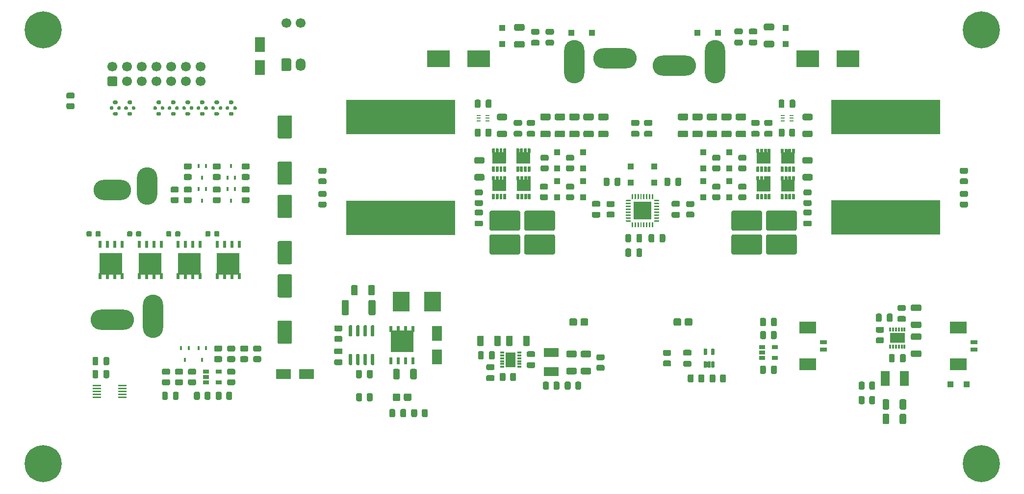
<source format=gts>
G04 #@! TF.GenerationSoftware,KiCad,Pcbnew,(5.1.8-0-10_14)*
G04 #@! TF.CreationDate,2021-10-03T11:30:45-07:00*
G04 #@! TF.ProjectId,PowerSupply,506f7765-7253-4757-9070-6c792e6b6963,v1.5*
G04 #@! TF.SameCoordinates,Original*
G04 #@! TF.FileFunction,Soldermask,Top*
G04 #@! TF.FilePolarity,Negative*
%FSLAX46Y46*%
G04 Gerber Fmt 4.6, Leading zero omitted, Abs format (unit mm)*
G04 Created by KiCad (PCBNEW (5.1.8-0-10_14)) date 2021-10-03 11:30:45*
%MOMM*%
%LPD*%
G01*
G04 APERTURE LIST*
%ADD10R,0.450000X0.700000*%
%ADD11R,2.500000X1.800000*%
%ADD12R,0.650000X0.300000*%
%ADD13R,1.700000X2.500000*%
%ADD14R,0.300000X0.650000*%
%ADD15R,2.500000X1.700000*%
%ADD16R,2.500000X1.500000*%
%ADD17R,1.500000X2.500000*%
%ADD18R,1.100000X1.100000*%
%ADD19R,1.800000X2.500000*%
%ADD20R,0.610000X1.270000*%
%ADD21R,0.610000X1.020000*%
%ADD22R,3.910000X3.810000*%
%ADD23O,1.700000X2.200000*%
%ADD24C,1.700000*%
%ADD25R,1.060000X0.650000*%
%ADD26R,3.100000X3.100000*%
%ADD27R,0.700000X0.250000*%
%ADD28R,1.000000X1.000000*%
%ADD29C,0.508000*%
%ADD30C,0.100000*%
%ADD31R,1.300000X0.800000*%
%ADD32R,2.999999X2.100000*%
%ADD33O,7.500000X3.500000*%
%ADD34O,3.500000X7.500000*%
%ADD35R,2.950000X3.500000*%
%ADD36R,4.000000X3.000000*%
%ADD37R,18.800000X5.900000*%
%ADD38O,6.500000X3.500000*%
%ADD39O,3.500000X6.500000*%
%ADD40C,6.400000*%
%ADD41C,0.800000*%
G04 APERTURE END LIST*
G36*
G01*
X116700000Y-136725000D02*
X116700000Y-135775000D01*
G75*
G02*
X116950000Y-135525000I250000J0D01*
G01*
X117450000Y-135525000D01*
G75*
G02*
X117700000Y-135775000I0J-250000D01*
G01*
X117700000Y-136725000D01*
G75*
G02*
X117450000Y-136975000I-250000J0D01*
G01*
X116950000Y-136975000D01*
G75*
G02*
X116700000Y-136725000I0J250000D01*
G01*
G37*
G36*
G01*
X114800000Y-136725000D02*
X114800000Y-135775000D01*
G75*
G02*
X115050000Y-135525000I250000J0D01*
G01*
X115550000Y-135525000D01*
G75*
G02*
X115800000Y-135775000I0J-250000D01*
G01*
X115800000Y-136725000D01*
G75*
G02*
X115550000Y-136975000I-250000J0D01*
G01*
X115050000Y-136975000D01*
G75*
G02*
X114800000Y-136725000I0J250000D01*
G01*
G37*
G36*
G01*
X83025000Y-105500000D02*
X83025000Y-105000000D01*
G75*
G02*
X83250000Y-104775000I225000J0D01*
G01*
X83700000Y-104775000D01*
G75*
G02*
X83925000Y-105000000I0J-225000D01*
G01*
X83925000Y-105500000D01*
G75*
G02*
X83700000Y-105725000I-225000J0D01*
G01*
X83250000Y-105725000D01*
G75*
G02*
X83025000Y-105500000I0J225000D01*
G01*
G37*
G36*
G01*
X84575000Y-105500000D02*
X84575000Y-105000000D01*
G75*
G02*
X84800000Y-104775000I225000J0D01*
G01*
X85250000Y-104775000D01*
G75*
G02*
X85475000Y-105000000I0J-225000D01*
G01*
X85475000Y-105500000D01*
G75*
G02*
X85250000Y-105725000I-225000J0D01*
G01*
X84800000Y-105725000D01*
G75*
G02*
X84575000Y-105500000I0J225000D01*
G01*
G37*
G36*
G01*
X76275000Y-105500000D02*
X76275000Y-105000000D01*
G75*
G02*
X76500000Y-104775000I225000J0D01*
G01*
X76950000Y-104775000D01*
G75*
G02*
X77175000Y-105000000I0J-225000D01*
G01*
X77175000Y-105500000D01*
G75*
G02*
X76950000Y-105725000I-225000J0D01*
G01*
X76500000Y-105725000D01*
G75*
G02*
X76275000Y-105500000I0J225000D01*
G01*
G37*
G36*
G01*
X77825000Y-105500000D02*
X77825000Y-105000000D01*
G75*
G02*
X78050000Y-104775000I225000J0D01*
G01*
X78500000Y-104775000D01*
G75*
G02*
X78725000Y-105000000I0J-225000D01*
G01*
X78725000Y-105500000D01*
G75*
G02*
X78500000Y-105725000I-225000J0D01*
G01*
X78050000Y-105725000D01*
G75*
G02*
X77825000Y-105500000I0J225000D01*
G01*
G37*
G36*
G01*
X69525000Y-105500000D02*
X69525000Y-105000000D01*
G75*
G02*
X69750000Y-104775000I225000J0D01*
G01*
X70200000Y-104775000D01*
G75*
G02*
X70425000Y-105000000I0J-225000D01*
G01*
X70425000Y-105500000D01*
G75*
G02*
X70200000Y-105725000I-225000J0D01*
G01*
X69750000Y-105725000D01*
G75*
G02*
X69525000Y-105500000I0J225000D01*
G01*
G37*
G36*
G01*
X71075000Y-105500000D02*
X71075000Y-105000000D01*
G75*
G02*
X71300000Y-104775000I225000J0D01*
G01*
X71750000Y-104775000D01*
G75*
G02*
X71975000Y-105000000I0J-225000D01*
G01*
X71975000Y-105500000D01*
G75*
G02*
X71750000Y-105725000I-225000J0D01*
G01*
X71300000Y-105725000D01*
G75*
G02*
X71075000Y-105500000I0J225000D01*
G01*
G37*
G36*
G01*
X62525000Y-105500000D02*
X62525000Y-105000000D01*
G75*
G02*
X62750000Y-104775000I225000J0D01*
G01*
X63200000Y-104775000D01*
G75*
G02*
X63425000Y-105000000I0J-225000D01*
G01*
X63425000Y-105500000D01*
G75*
G02*
X63200000Y-105725000I-225000J0D01*
G01*
X62750000Y-105725000D01*
G75*
G02*
X62525000Y-105500000I0J225000D01*
G01*
G37*
G36*
G01*
X64075000Y-105500000D02*
X64075000Y-105000000D01*
G75*
G02*
X64300000Y-104775000I225000J0D01*
G01*
X64750000Y-104775000D01*
G75*
G02*
X64975000Y-105000000I0J-225000D01*
G01*
X64975000Y-105500000D01*
G75*
G02*
X64750000Y-105725000I-225000J0D01*
G01*
X64300000Y-105725000D01*
G75*
G02*
X64075000Y-105500000I0J225000D01*
G01*
G37*
G36*
G01*
X79549999Y-97075000D02*
X80450001Y-97075000D01*
G75*
G02*
X80700000Y-97324999I0J-249999D01*
G01*
X80700000Y-97850001D01*
G75*
G02*
X80450001Y-98100000I-249999J0D01*
G01*
X79549999Y-98100000D01*
G75*
G02*
X79300000Y-97850001I0J249999D01*
G01*
X79300000Y-97324999D01*
G75*
G02*
X79549999Y-97075000I249999J0D01*
G01*
G37*
G36*
G01*
X79549999Y-98900000D02*
X80450001Y-98900000D01*
G75*
G02*
X80700000Y-99149999I0J-249999D01*
G01*
X80700000Y-99675001D01*
G75*
G02*
X80450001Y-99925000I-249999J0D01*
G01*
X79549999Y-99925000D01*
G75*
G02*
X79300000Y-99675001I0J249999D01*
G01*
X79300000Y-99149999D01*
G75*
G02*
X79549999Y-98900000I249999J0D01*
G01*
G37*
G36*
G01*
X85700001Y-127425000D02*
X84799999Y-127425000D01*
G75*
G02*
X84550000Y-127175001I0J249999D01*
G01*
X84550000Y-126649999D01*
G75*
G02*
X84799999Y-126400000I249999J0D01*
G01*
X85700001Y-126400000D01*
G75*
G02*
X85950000Y-126649999I0J-249999D01*
G01*
X85950000Y-127175001D01*
G75*
G02*
X85700001Y-127425000I-249999J0D01*
G01*
G37*
G36*
G01*
X85700001Y-125600000D02*
X84799999Y-125600000D01*
G75*
G02*
X84550000Y-125350001I0J249999D01*
G01*
X84550000Y-124824999D01*
G75*
G02*
X84799999Y-124575000I249999J0D01*
G01*
X85700001Y-124575000D01*
G75*
G02*
X85950000Y-124824999I0J-249999D01*
G01*
X85950000Y-125350001D01*
G75*
G02*
X85700001Y-125600000I-249999J0D01*
G01*
G37*
G36*
G01*
X178800000Y-129225000D02*
X178800000Y-128275000D01*
G75*
G02*
X179050000Y-128025000I250000J0D01*
G01*
X179550000Y-128025000D01*
G75*
G02*
X179800000Y-128275000I0J-250000D01*
G01*
X179800000Y-129225000D01*
G75*
G02*
X179550000Y-129475000I-250000J0D01*
G01*
X179050000Y-129475000D01*
G75*
G02*
X178800000Y-129225000I0J250000D01*
G01*
G37*
G36*
G01*
X180700000Y-129225000D02*
X180700000Y-128275000D01*
G75*
G02*
X180950000Y-128025000I250000J0D01*
G01*
X181450000Y-128025000D01*
G75*
G02*
X181700000Y-128275000I0J-250000D01*
G01*
X181700000Y-129225000D01*
G75*
G02*
X181450000Y-129475000I-250000J0D01*
G01*
X180950000Y-129475000D01*
G75*
G02*
X180700000Y-129225000I0J250000D01*
G01*
G37*
D10*
X80150000Y-125000000D03*
X78850000Y-125000000D03*
X79500000Y-127000000D03*
G36*
G01*
X195825000Y-131950001D02*
X195825000Y-131049999D01*
G75*
G02*
X196074999Y-130800000I249999J0D01*
G01*
X196600001Y-130800000D01*
G75*
G02*
X196850000Y-131049999I0J-249999D01*
G01*
X196850000Y-131950001D01*
G75*
G02*
X196600001Y-132200000I-249999J0D01*
G01*
X196074999Y-132200000D01*
G75*
G02*
X195825000Y-131950001I0J249999D01*
G01*
G37*
G36*
G01*
X197650000Y-131950001D02*
X197650000Y-131049999D01*
G75*
G02*
X197899999Y-130800000I249999J0D01*
G01*
X198425001Y-130800000D01*
G75*
G02*
X198675000Y-131049999I0J-249999D01*
G01*
X198675000Y-131950001D01*
G75*
G02*
X198425001Y-132200000I-249999J0D01*
G01*
X197899999Y-132200000D01*
G75*
G02*
X197650000Y-131950001I0J249999D01*
G01*
G37*
D11*
X100500000Y-129500000D03*
X96500000Y-129500000D03*
D12*
X137225000Y-128250000D03*
X134275000Y-128250000D03*
D13*
X135750000Y-127000000D03*
D12*
X137225000Y-125750000D03*
X137225000Y-126250000D03*
X137225000Y-126750000D03*
X137225000Y-127250000D03*
X137225000Y-127750000D03*
X134275000Y-127750000D03*
X134275000Y-127250000D03*
X134275000Y-126750000D03*
X134275000Y-126250000D03*
X134275000Y-125750000D03*
D14*
X201250000Y-124725000D03*
X201250000Y-121775000D03*
D15*
X202500000Y-123250000D03*
D14*
X203750000Y-124725000D03*
X203250000Y-124725000D03*
X202750000Y-124725000D03*
X202250000Y-124725000D03*
X201750000Y-124725000D03*
X201750000Y-121775000D03*
X202250000Y-121775000D03*
X202750000Y-121775000D03*
X203250000Y-121775000D03*
X203750000Y-121775000D03*
G36*
G01*
X186374998Y-84475000D02*
X187625002Y-84475000D01*
G75*
G02*
X187875000Y-84724998I0J-249998D01*
G01*
X187875000Y-85350002D01*
G75*
G02*
X187625002Y-85600000I-249998J0D01*
G01*
X186374998Y-85600000D01*
G75*
G02*
X186125000Y-85350002I0J249998D01*
G01*
X186125000Y-84724998D01*
G75*
G02*
X186374998Y-84475000I249998J0D01*
G01*
G37*
G36*
G01*
X186374998Y-87400000D02*
X187625002Y-87400000D01*
G75*
G02*
X187875000Y-87649998I0J-249998D01*
G01*
X187875000Y-88275002D01*
G75*
G02*
X187625002Y-88525000I-249998J0D01*
G01*
X186374998Y-88525000D01*
G75*
G02*
X186125000Y-88275002I0J249998D01*
G01*
X186125000Y-87649998D01*
G75*
G02*
X186374998Y-87400000I249998J0D01*
G01*
G37*
G36*
G01*
X150799998Y-126075000D02*
X151700002Y-126075000D01*
G75*
G02*
X151950000Y-126324998I0J-249998D01*
G01*
X151950000Y-126850002D01*
G75*
G02*
X151700002Y-127100000I-249998J0D01*
G01*
X150799998Y-127100000D01*
G75*
G02*
X150550000Y-126850002I0J249998D01*
G01*
X150550000Y-126324998D01*
G75*
G02*
X150799998Y-126075000I249998J0D01*
G01*
G37*
G36*
G01*
X150799998Y-127900000D02*
X151700002Y-127900000D01*
G75*
G02*
X151950000Y-128149998I0J-249998D01*
G01*
X151950000Y-128675002D01*
G75*
G02*
X151700002Y-128925000I-249998J0D01*
G01*
X150799998Y-128925000D01*
G75*
G02*
X150550000Y-128675002I0J249998D01*
G01*
X150550000Y-128149998D01*
G75*
G02*
X150799998Y-127900000I249998J0D01*
G01*
G37*
G36*
G01*
X141325000Y-131950002D02*
X141325000Y-131049998D01*
G75*
G02*
X141574998Y-130800000I249998J0D01*
G01*
X142100002Y-130800000D01*
G75*
G02*
X142350000Y-131049998I0J-249998D01*
G01*
X142350000Y-131950002D01*
G75*
G02*
X142100002Y-132200000I-249998J0D01*
G01*
X141574998Y-132200000D01*
G75*
G02*
X141325000Y-131950002I0J249998D01*
G01*
G37*
G36*
G01*
X143150000Y-131950002D02*
X143150000Y-131049998D01*
G75*
G02*
X143399998Y-130800000I249998J0D01*
G01*
X143925002Y-130800000D01*
G75*
G02*
X144175000Y-131049998I0J-249998D01*
G01*
X144175000Y-131950002D01*
G75*
G02*
X143925002Y-132200000I-249998J0D01*
G01*
X143399998Y-132200000D01*
G75*
G02*
X143150000Y-131950002I0J249998D01*
G01*
G37*
G36*
G01*
X145075000Y-131950002D02*
X145075000Y-131049998D01*
G75*
G02*
X145324998Y-130800000I249998J0D01*
G01*
X145850002Y-130800000D01*
G75*
G02*
X146100000Y-131049998I0J-249998D01*
G01*
X146100000Y-131950002D01*
G75*
G02*
X145850002Y-132200000I-249998J0D01*
G01*
X145324998Y-132200000D01*
G75*
G02*
X145075000Y-131950002I0J249998D01*
G01*
G37*
G36*
G01*
X146900000Y-131950002D02*
X146900000Y-131049998D01*
G75*
G02*
X147149998Y-130800000I249998J0D01*
G01*
X147675002Y-130800000D01*
G75*
G02*
X147925000Y-131049998I0J-249998D01*
G01*
X147925000Y-131950002D01*
G75*
G02*
X147675002Y-132200000I-249998J0D01*
G01*
X147149998Y-132200000D01*
G75*
G02*
X146900000Y-131950002I0J249998D01*
G01*
G37*
G36*
G01*
X195825000Y-134450002D02*
X195825000Y-133549998D01*
G75*
G02*
X196074998Y-133300000I249998J0D01*
G01*
X196600002Y-133300000D01*
G75*
G02*
X196850000Y-133549998I0J-249998D01*
G01*
X196850000Y-134450002D01*
G75*
G02*
X196600002Y-134700000I-249998J0D01*
G01*
X196074998Y-134700000D01*
G75*
G02*
X195825000Y-134450002I0J249998D01*
G01*
G37*
G36*
G01*
X197650000Y-134450002D02*
X197650000Y-133549998D01*
G75*
G02*
X197899998Y-133300000I249998J0D01*
G01*
X198425002Y-133300000D01*
G75*
G02*
X198675000Y-133549998I0J-249998D01*
G01*
X198675000Y-134450002D01*
G75*
G02*
X198425002Y-134700000I-249998J0D01*
G01*
X197899998Y-134700000D01*
G75*
G02*
X197650000Y-134450002I0J249998D01*
G01*
G37*
G36*
G01*
X133825000Y-130450002D02*
X133825000Y-129549998D01*
G75*
G02*
X134074998Y-129300000I249998J0D01*
G01*
X134600002Y-129300000D01*
G75*
G02*
X134850000Y-129549998I0J-249998D01*
G01*
X134850000Y-130450002D01*
G75*
G02*
X134600002Y-130700000I-249998J0D01*
G01*
X134074998Y-130700000D01*
G75*
G02*
X133825000Y-130450002I0J249998D01*
G01*
G37*
G36*
G01*
X135650000Y-130450002D02*
X135650000Y-129549998D01*
G75*
G02*
X135899998Y-129300000I249998J0D01*
G01*
X136425002Y-129300000D01*
G75*
G02*
X136675000Y-129549998I0J-249998D01*
G01*
X136675000Y-130450002D01*
G75*
G02*
X136425002Y-130700000I-249998J0D01*
G01*
X135899998Y-130700000D01*
G75*
G02*
X135650000Y-130450002I0J249998D01*
G01*
G37*
G36*
G01*
X199049998Y-121325000D02*
X199950002Y-121325000D01*
G75*
G02*
X200200000Y-121574998I0J-249998D01*
G01*
X200200000Y-122100002D01*
G75*
G02*
X199950002Y-122350000I-249998J0D01*
G01*
X199049998Y-122350000D01*
G75*
G02*
X198800000Y-122100002I0J249998D01*
G01*
X198800000Y-121574998D01*
G75*
G02*
X199049998Y-121325000I249998J0D01*
G01*
G37*
G36*
G01*
X199049998Y-123150000D02*
X199950002Y-123150000D01*
G75*
G02*
X200200000Y-123399998I0J-249998D01*
G01*
X200200000Y-123925002D01*
G75*
G02*
X199950002Y-124175000I-249998J0D01*
G01*
X199049998Y-124175000D01*
G75*
G02*
X198800000Y-123925002I0J249998D01*
G01*
X198800000Y-123399998D01*
G75*
G02*
X199049998Y-123150000I249998J0D01*
G01*
G37*
D16*
X142750000Y-125750000D03*
X142750000Y-129050000D03*
D17*
X203750000Y-130250000D03*
X200450000Y-130250000D03*
G36*
G01*
X145875000Y-120900001D02*
X145875000Y-120099999D01*
G75*
G02*
X146124999Y-119850000I249999J0D01*
G01*
X146950001Y-119850000D01*
G75*
G02*
X147200000Y-120099999I0J-249999D01*
G01*
X147200000Y-120900001D01*
G75*
G02*
X146950001Y-121150000I-249999J0D01*
G01*
X146124999Y-121150000D01*
G75*
G02*
X145875000Y-120900001I0J249999D01*
G01*
G37*
G36*
G01*
X147800000Y-120900001D02*
X147800000Y-120099999D01*
G75*
G02*
X148049999Y-119850000I249999J0D01*
G01*
X148875001Y-119850000D01*
G75*
G02*
X149125000Y-120099999I0J-249999D01*
G01*
X149125000Y-120900001D01*
G75*
G02*
X148875001Y-121150000I-249999J0D01*
G01*
X148049999Y-121150000D01*
G75*
G02*
X147800000Y-120900001I0J249999D01*
G01*
G37*
D18*
X214500000Y-131250000D03*
X211700000Y-131250000D03*
G36*
G01*
X148099999Y-125450000D02*
X149400001Y-125450000D01*
G75*
G02*
X149650000Y-125699999I0J-249999D01*
G01*
X149650000Y-126350001D01*
G75*
G02*
X149400001Y-126600000I-249999J0D01*
G01*
X148099999Y-126600000D01*
G75*
G02*
X147850000Y-126350001I0J249999D01*
G01*
X147850000Y-125699999D01*
G75*
G02*
X148099999Y-125450000I249999J0D01*
G01*
G37*
G36*
G01*
X148099999Y-128400000D02*
X149400001Y-128400000D01*
G75*
G02*
X149650000Y-128649999I0J-249999D01*
G01*
X149650000Y-129300001D01*
G75*
G02*
X149400001Y-129550000I-249999J0D01*
G01*
X148099999Y-129550000D01*
G75*
G02*
X147850000Y-129300001I0J249999D01*
G01*
X147850000Y-128649999D01*
G75*
G02*
X148099999Y-128400000I249999J0D01*
G01*
G37*
G36*
G01*
X204050000Y-136599999D02*
X204050000Y-137900001D01*
G75*
G02*
X203800001Y-138150000I-249999J0D01*
G01*
X203149999Y-138150000D01*
G75*
G02*
X202900000Y-137900001I0J249999D01*
G01*
X202900000Y-136599999D01*
G75*
G02*
X203149999Y-136350000I249999J0D01*
G01*
X203800001Y-136350000D01*
G75*
G02*
X204050000Y-136599999I0J-249999D01*
G01*
G37*
G36*
G01*
X201100000Y-136599999D02*
X201100000Y-137900001D01*
G75*
G02*
X200850001Y-138150000I-249999J0D01*
G01*
X200199999Y-138150000D01*
G75*
G02*
X199950000Y-137900001I0J249999D01*
G01*
X199950000Y-136599999D01*
G75*
G02*
X200199999Y-136350000I249999J0D01*
G01*
X200850001Y-136350000D01*
G75*
G02*
X201100000Y-136599999I0J-249999D01*
G01*
G37*
G36*
G01*
X145599999Y-125450000D02*
X146900001Y-125450000D01*
G75*
G02*
X147150000Y-125699999I0J-249999D01*
G01*
X147150000Y-126350001D01*
G75*
G02*
X146900001Y-126600000I-249999J0D01*
G01*
X145599999Y-126600000D01*
G75*
G02*
X145350000Y-126350001I0J249999D01*
G01*
X145350000Y-125699999D01*
G75*
G02*
X145599999Y-125450000I249999J0D01*
G01*
G37*
G36*
G01*
X145599999Y-128400000D02*
X146900001Y-128400000D01*
G75*
G02*
X147150000Y-128649999I0J-249999D01*
G01*
X147150000Y-129300001D01*
G75*
G02*
X146900001Y-129550000I-249999J0D01*
G01*
X145599999Y-129550000D01*
G75*
G02*
X145350000Y-129300001I0J249999D01*
G01*
X145350000Y-128649999D01*
G75*
G02*
X145599999Y-128400000I249999J0D01*
G01*
G37*
G36*
G01*
X204050000Y-134099999D02*
X204050000Y-135400001D01*
G75*
G02*
X203800001Y-135650000I-249999J0D01*
G01*
X203149999Y-135650000D01*
G75*
G02*
X202900000Y-135400001I0J249999D01*
G01*
X202900000Y-134099999D01*
G75*
G02*
X203149999Y-133850000I249999J0D01*
G01*
X203800001Y-133850000D01*
G75*
G02*
X204050000Y-134099999I0J-249999D01*
G01*
G37*
G36*
G01*
X201100000Y-134099999D02*
X201100000Y-135400001D01*
G75*
G02*
X200850001Y-135650000I-249999J0D01*
G01*
X200199999Y-135650000D01*
G75*
G02*
X199950000Y-135400001I0J249999D01*
G01*
X199950000Y-134099999D01*
G75*
G02*
X200199999Y-133850000I249999J0D01*
G01*
X200850001Y-133850000D01*
G75*
G02*
X201100000Y-134099999I0J-249999D01*
G01*
G37*
G36*
G01*
X138775000Y-125550000D02*
X139725000Y-125550000D01*
G75*
G02*
X139975000Y-125800000I0J-250000D01*
G01*
X139975000Y-126300000D01*
G75*
G02*
X139725000Y-126550000I-250000J0D01*
G01*
X138775000Y-126550000D01*
G75*
G02*
X138525000Y-126300000I0J250000D01*
G01*
X138525000Y-125800000D01*
G75*
G02*
X138775000Y-125550000I250000J0D01*
G01*
G37*
G36*
G01*
X138775000Y-127450000D02*
X139725000Y-127450000D01*
G75*
G02*
X139975000Y-127700000I0J-250000D01*
G01*
X139975000Y-128200000D01*
G75*
G02*
X139725000Y-128450000I-250000J0D01*
G01*
X138775000Y-128450000D01*
G75*
G02*
X138525000Y-128200000I0J250000D01*
G01*
X138525000Y-127700000D01*
G75*
G02*
X138775000Y-127450000I250000J0D01*
G01*
G37*
G36*
G01*
X203950000Y-126275000D02*
X203950000Y-127225000D01*
G75*
G02*
X203700000Y-127475000I-250000J0D01*
G01*
X203200000Y-127475000D01*
G75*
G02*
X202950000Y-127225000I0J250000D01*
G01*
X202950000Y-126275000D01*
G75*
G02*
X203200000Y-126025000I250000J0D01*
G01*
X203700000Y-126025000D01*
G75*
G02*
X203950000Y-126275000I0J-250000D01*
G01*
G37*
G36*
G01*
X202050000Y-126275000D02*
X202050000Y-127225000D01*
G75*
G02*
X201800000Y-127475000I-250000J0D01*
G01*
X201300000Y-127475000D01*
G75*
G02*
X201050000Y-127225000I0J250000D01*
G01*
X201050000Y-126275000D01*
G75*
G02*
X201300000Y-126025000I250000J0D01*
G01*
X201800000Y-126025000D01*
G75*
G02*
X202050000Y-126275000I0J-250000D01*
G01*
G37*
G36*
G01*
X132725000Y-130700000D02*
X131775000Y-130700000D01*
G75*
G02*
X131525000Y-130450000I0J250000D01*
G01*
X131525000Y-129950000D01*
G75*
G02*
X131775000Y-129700000I250000J0D01*
G01*
X132725000Y-129700000D01*
G75*
G02*
X132975000Y-129950000I0J-250000D01*
G01*
X132975000Y-130450000D01*
G75*
G02*
X132725000Y-130700000I-250000J0D01*
G01*
G37*
G36*
G01*
X132725000Y-128800000D02*
X131775000Y-128800000D01*
G75*
G02*
X131525000Y-128550000I0J250000D01*
G01*
X131525000Y-128050000D01*
G75*
G02*
X131775000Y-127800000I250000J0D01*
G01*
X132725000Y-127800000D01*
G75*
G02*
X132975000Y-128050000I0J-250000D01*
G01*
X132975000Y-128550000D01*
G75*
G02*
X132725000Y-128800000I-250000J0D01*
G01*
G37*
G36*
G01*
X198800000Y-120225000D02*
X198800000Y-119275000D01*
G75*
G02*
X199050000Y-119025000I250000J0D01*
G01*
X199550000Y-119025000D01*
G75*
G02*
X199800000Y-119275000I0J-250000D01*
G01*
X199800000Y-120225000D01*
G75*
G02*
X199550000Y-120475000I-250000J0D01*
G01*
X199050000Y-120475000D01*
G75*
G02*
X198800000Y-120225000I0J250000D01*
G01*
G37*
G36*
G01*
X200700000Y-120225000D02*
X200700000Y-119275000D01*
G75*
G02*
X200950000Y-119025000I250000J0D01*
G01*
X201450000Y-119025000D01*
G75*
G02*
X201700000Y-119275000I0J-250000D01*
G01*
X201700000Y-120225000D01*
G75*
G02*
X201450000Y-120475000I-250000J0D01*
G01*
X200950000Y-120475000D01*
G75*
G02*
X200700000Y-120225000I0J250000D01*
G01*
G37*
G36*
G01*
X133000000Y-125775000D02*
X133000000Y-126725000D01*
G75*
G02*
X132750000Y-126975000I-250000J0D01*
G01*
X132250000Y-126975000D01*
G75*
G02*
X132000000Y-126725000I0J250000D01*
G01*
X132000000Y-125775000D01*
G75*
G02*
X132250000Y-125525000I250000J0D01*
G01*
X132750000Y-125525000D01*
G75*
G02*
X133000000Y-125775000I0J-250000D01*
G01*
G37*
G36*
G01*
X131100000Y-125775000D02*
X131100000Y-126725000D01*
G75*
G02*
X130850000Y-126975000I-250000J0D01*
G01*
X130350000Y-126975000D01*
G75*
G02*
X130100000Y-126725000I0J250000D01*
G01*
X130100000Y-125775000D01*
G75*
G02*
X130350000Y-125525000I250000J0D01*
G01*
X130850000Y-125525000D01*
G75*
G02*
X131100000Y-125775000I0J-250000D01*
G01*
G37*
G36*
G01*
X203725000Y-120450000D02*
X202775000Y-120450000D01*
G75*
G02*
X202525000Y-120200000I0J250000D01*
G01*
X202525000Y-119700000D01*
G75*
G02*
X202775000Y-119450000I250000J0D01*
G01*
X203725000Y-119450000D01*
G75*
G02*
X203975000Y-119700000I0J-250000D01*
G01*
X203975000Y-120200000D01*
G75*
G02*
X203725000Y-120450000I-250000J0D01*
G01*
G37*
G36*
G01*
X203725000Y-118550000D02*
X202775000Y-118550000D01*
G75*
G02*
X202525000Y-118300000I0J250000D01*
G01*
X202525000Y-117800000D01*
G75*
G02*
X202775000Y-117550000I250000J0D01*
G01*
X203725000Y-117550000D01*
G75*
G02*
X203975000Y-117800000I0J-250000D01*
G01*
X203975000Y-118300000D01*
G75*
G02*
X203725000Y-118550000I-250000J0D01*
G01*
G37*
G36*
G01*
X206400001Y-126550000D02*
X205099999Y-126550000D01*
G75*
G02*
X204850000Y-126300001I0J249999D01*
G01*
X204850000Y-125649999D01*
G75*
G02*
X205099999Y-125400000I249999J0D01*
G01*
X206400001Y-125400000D01*
G75*
G02*
X206650000Y-125649999I0J-249999D01*
G01*
X206650000Y-126300001D01*
G75*
G02*
X206400001Y-126550000I-249999J0D01*
G01*
G37*
G36*
G01*
X206400001Y-123600000D02*
X205099999Y-123600000D01*
G75*
G02*
X204850000Y-123350001I0J249999D01*
G01*
X204850000Y-122699999D01*
G75*
G02*
X205099999Y-122450000I249999J0D01*
G01*
X206400001Y-122450000D01*
G75*
G02*
X206650000Y-122699999I0J-249999D01*
G01*
X206650000Y-123350001D01*
G75*
G02*
X206400001Y-123600000I-249999J0D01*
G01*
G37*
G36*
G01*
X129950000Y-124400001D02*
X129950000Y-123099999D01*
G75*
G02*
X130199999Y-122850000I249999J0D01*
G01*
X130850001Y-122850000D01*
G75*
G02*
X131100000Y-123099999I0J-249999D01*
G01*
X131100000Y-124400001D01*
G75*
G02*
X130850001Y-124650000I-249999J0D01*
G01*
X130199999Y-124650000D01*
G75*
G02*
X129950000Y-124400001I0J249999D01*
G01*
G37*
G36*
G01*
X132900000Y-124400001D02*
X132900000Y-123099999D01*
G75*
G02*
X133149999Y-122850000I249999J0D01*
G01*
X133800001Y-122850000D01*
G75*
G02*
X134050000Y-123099999I0J-249999D01*
G01*
X134050000Y-124400001D01*
G75*
G02*
X133800001Y-124650000I-249999J0D01*
G01*
X133149999Y-124650000D01*
G75*
G02*
X132900000Y-124400001I0J249999D01*
G01*
G37*
G36*
G01*
X205099999Y-117450000D02*
X206400001Y-117450000D01*
G75*
G02*
X206650000Y-117699999I0J-249999D01*
G01*
X206650000Y-118350001D01*
G75*
G02*
X206400001Y-118600000I-249999J0D01*
G01*
X205099999Y-118600000D01*
G75*
G02*
X204850000Y-118350001I0J249999D01*
G01*
X204850000Y-117699999D01*
G75*
G02*
X205099999Y-117450000I249999J0D01*
G01*
G37*
G36*
G01*
X205099999Y-120400000D02*
X206400001Y-120400000D01*
G75*
G02*
X206650000Y-120649999I0J-249999D01*
G01*
X206650000Y-121300001D01*
G75*
G02*
X206400001Y-121550000I-249999J0D01*
G01*
X205099999Y-121550000D01*
G75*
G02*
X204850000Y-121300001I0J249999D01*
G01*
X204850000Y-120649999D01*
G75*
G02*
X205099999Y-120400000I249999J0D01*
G01*
G37*
G36*
G01*
X139050000Y-123099999D02*
X139050000Y-124400001D01*
G75*
G02*
X138800001Y-124650000I-249999J0D01*
G01*
X138149999Y-124650000D01*
G75*
G02*
X137900000Y-124400001I0J249999D01*
G01*
X137900000Y-123099999D01*
G75*
G02*
X138149999Y-122850000I249999J0D01*
G01*
X138800001Y-122850000D01*
G75*
G02*
X139050000Y-123099999I0J-249999D01*
G01*
G37*
G36*
G01*
X136100000Y-123099999D02*
X136100000Y-124400001D01*
G75*
G02*
X135850001Y-124650000I-249999J0D01*
G01*
X135199999Y-124650000D01*
G75*
G02*
X134950000Y-124400001I0J249999D01*
G01*
X134950000Y-123099999D01*
G75*
G02*
X135199999Y-122850000I249999J0D01*
G01*
X135850001Y-122850000D01*
G75*
G02*
X136100000Y-123099999I0J-249999D01*
G01*
G37*
G36*
G01*
X95750000Y-112250000D02*
X97750000Y-112250000D01*
G75*
G02*
X98000000Y-112500000I0J-250000D01*
G01*
X98000000Y-116000000D01*
G75*
G02*
X97750000Y-116250000I-250000J0D01*
G01*
X95750000Y-116250000D01*
G75*
G02*
X95500000Y-116000000I0J250000D01*
G01*
X95500000Y-112500000D01*
G75*
G02*
X95750000Y-112250000I250000J0D01*
G01*
G37*
G36*
G01*
X95750000Y-120250000D02*
X97750000Y-120250000D01*
G75*
G02*
X98000000Y-120500000I0J-250000D01*
G01*
X98000000Y-124000000D01*
G75*
G02*
X97750000Y-124250000I-250000J0D01*
G01*
X95750000Y-124250000D01*
G75*
G02*
X95500000Y-124000000I0J250000D01*
G01*
X95500000Y-120500000D01*
G75*
G02*
X95750000Y-120250000I250000J0D01*
G01*
G37*
G36*
G01*
X95750000Y-98500000D02*
X97750000Y-98500000D01*
G75*
G02*
X98000000Y-98750000I0J-250000D01*
G01*
X98000000Y-102250000D01*
G75*
G02*
X97750000Y-102500000I-250000J0D01*
G01*
X95750000Y-102500000D01*
G75*
G02*
X95500000Y-102250000I0J250000D01*
G01*
X95500000Y-98750000D01*
G75*
G02*
X95750000Y-98500000I250000J0D01*
G01*
G37*
G36*
G01*
X95750000Y-106500000D02*
X97750000Y-106500000D01*
G75*
G02*
X98000000Y-106750000I0J-250000D01*
G01*
X98000000Y-110250000D01*
G75*
G02*
X97750000Y-110500000I-250000J0D01*
G01*
X95750000Y-110500000D01*
G75*
G02*
X95500000Y-110250000I0J250000D01*
G01*
X95500000Y-106750000D01*
G75*
G02*
X95750000Y-106500000I250000J0D01*
G01*
G37*
G36*
G01*
X95750000Y-84750000D02*
X97750000Y-84750000D01*
G75*
G02*
X98000000Y-85000000I0J-250000D01*
G01*
X98000000Y-88500000D01*
G75*
G02*
X97750000Y-88750000I-250000J0D01*
G01*
X95750000Y-88750000D01*
G75*
G02*
X95500000Y-88500000I0J250000D01*
G01*
X95500000Y-85000000D01*
G75*
G02*
X95750000Y-84750000I250000J0D01*
G01*
G37*
G36*
G01*
X95750000Y-92750000D02*
X97750000Y-92750000D01*
G75*
G02*
X98000000Y-93000000I0J-250000D01*
G01*
X98000000Y-96500000D01*
G75*
G02*
X97750000Y-96750000I-250000J0D01*
G01*
X95750000Y-96750000D01*
G75*
G02*
X95500000Y-96500000I0J250000D01*
G01*
X95500000Y-93000000D01*
G75*
G02*
X95750000Y-92750000I250000J0D01*
G01*
G37*
G36*
G01*
X171150001Y-88550000D02*
X169849999Y-88550000D01*
G75*
G02*
X169600000Y-88300001I0J249999D01*
G01*
X169600000Y-87649999D01*
G75*
G02*
X169849999Y-87400000I249999J0D01*
G01*
X171150001Y-87400000D01*
G75*
G02*
X171400000Y-87649999I0J-249999D01*
G01*
X171400000Y-88300001D01*
G75*
G02*
X171150001Y-88550000I-249999J0D01*
G01*
G37*
G36*
G01*
X171150001Y-85600000D02*
X169849999Y-85600000D01*
G75*
G02*
X169600000Y-85350001I0J249999D01*
G01*
X169600000Y-84699999D01*
G75*
G02*
X169849999Y-84450000I249999J0D01*
G01*
X171150001Y-84450000D01*
G75*
G02*
X171400000Y-84699999I0J-249999D01*
G01*
X171400000Y-85350001D01*
G75*
G02*
X171150001Y-85600000I-249999J0D01*
G01*
G37*
G36*
G01*
X173650001Y-88550000D02*
X172349999Y-88550000D01*
G75*
G02*
X172100000Y-88300001I0J249999D01*
G01*
X172100000Y-87649999D01*
G75*
G02*
X172349999Y-87400000I249999J0D01*
G01*
X173650001Y-87400000D01*
G75*
G02*
X173900000Y-87649999I0J-249999D01*
G01*
X173900000Y-88300001D01*
G75*
G02*
X173650001Y-88550000I-249999J0D01*
G01*
G37*
G36*
G01*
X173650001Y-85600000D02*
X172349999Y-85600000D01*
G75*
G02*
X172100000Y-85350001I0J249999D01*
G01*
X172100000Y-84699999D01*
G75*
G02*
X172349999Y-84450000I249999J0D01*
G01*
X173650001Y-84450000D01*
G75*
G02*
X173900000Y-84699999I0J-249999D01*
G01*
X173900000Y-85350001D01*
G75*
G02*
X173650001Y-85600000I-249999J0D01*
G01*
G37*
G36*
G01*
X176150001Y-88550000D02*
X174849999Y-88550000D01*
G75*
G02*
X174600000Y-88300001I0J249999D01*
G01*
X174600000Y-87649999D01*
G75*
G02*
X174849999Y-87400000I249999J0D01*
G01*
X176150001Y-87400000D01*
G75*
G02*
X176400000Y-87649999I0J-249999D01*
G01*
X176400000Y-88300001D01*
G75*
G02*
X176150001Y-88550000I-249999J0D01*
G01*
G37*
G36*
G01*
X176150001Y-85600000D02*
X174849999Y-85600000D01*
G75*
G02*
X174600000Y-85350001I0J249999D01*
G01*
X174600000Y-84699999D01*
G75*
G02*
X174849999Y-84450000I249999J0D01*
G01*
X176150001Y-84450000D01*
G75*
G02*
X176400000Y-84699999I0J-249999D01*
G01*
X176400000Y-85350001D01*
G75*
G02*
X176150001Y-85600000I-249999J0D01*
G01*
G37*
G36*
G01*
X147400001Y-88550000D02*
X146099999Y-88550000D01*
G75*
G02*
X145850000Y-88300001I0J249999D01*
G01*
X145850000Y-87649999D01*
G75*
G02*
X146099999Y-87400000I249999J0D01*
G01*
X147400001Y-87400000D01*
G75*
G02*
X147650000Y-87649999I0J-249999D01*
G01*
X147650000Y-88300001D01*
G75*
G02*
X147400001Y-88550000I-249999J0D01*
G01*
G37*
G36*
G01*
X147400001Y-85600000D02*
X146099999Y-85600000D01*
G75*
G02*
X145850000Y-85350001I0J249999D01*
G01*
X145850000Y-84699999D01*
G75*
G02*
X146099999Y-84450000I249999J0D01*
G01*
X147400001Y-84450000D01*
G75*
G02*
X147650000Y-84699999I0J-249999D01*
G01*
X147650000Y-85350001D01*
G75*
G02*
X147400001Y-85600000I-249999J0D01*
G01*
G37*
G36*
G01*
X144900001Y-88550000D02*
X143599999Y-88550000D01*
G75*
G02*
X143350000Y-88300001I0J249999D01*
G01*
X143350000Y-87649999D01*
G75*
G02*
X143599999Y-87400000I249999J0D01*
G01*
X144900001Y-87400000D01*
G75*
G02*
X145150000Y-87649999I0J-249999D01*
G01*
X145150000Y-88300001D01*
G75*
G02*
X144900001Y-88550000I-249999J0D01*
G01*
G37*
G36*
G01*
X144900001Y-85600000D02*
X143599999Y-85600000D01*
G75*
G02*
X143350000Y-85350001I0J249999D01*
G01*
X143350000Y-84699999D01*
G75*
G02*
X143599999Y-84450000I249999J0D01*
G01*
X144900001Y-84450000D01*
G75*
G02*
X145150000Y-84699999I0J-249999D01*
G01*
X145150000Y-85350001D01*
G75*
G02*
X144900001Y-85600000I-249999J0D01*
G01*
G37*
G36*
G01*
X121425000Y-135799998D02*
X121425000Y-136700002D01*
G75*
G02*
X121175002Y-136950000I-249998J0D01*
G01*
X120649998Y-136950000D01*
G75*
G02*
X120400000Y-136700002I0J249998D01*
G01*
X120400000Y-135799998D01*
G75*
G02*
X120649998Y-135550000I249998J0D01*
G01*
X121175002Y-135550000D01*
G75*
G02*
X121425000Y-135799998I0J-249998D01*
G01*
G37*
G36*
G01*
X119600000Y-135799998D02*
X119600000Y-136700002D01*
G75*
G02*
X119350002Y-136950000I-249998J0D01*
G01*
X118824998Y-136950000D01*
G75*
G02*
X118575000Y-136700002I0J249998D01*
G01*
X118575000Y-135799998D01*
G75*
G02*
X118824998Y-135550000I249998J0D01*
G01*
X119350002Y-135550000D01*
G75*
G02*
X119600000Y-135799998I0J-249998D01*
G01*
G37*
G36*
G01*
X162299998Y-125325000D02*
X163200002Y-125325000D01*
G75*
G02*
X163450000Y-125574998I0J-249998D01*
G01*
X163450000Y-126100002D01*
G75*
G02*
X163200002Y-126350000I-249998J0D01*
G01*
X162299998Y-126350000D01*
G75*
G02*
X162050000Y-126100002I0J249998D01*
G01*
X162050000Y-125574998D01*
G75*
G02*
X162299998Y-125325000I249998J0D01*
G01*
G37*
G36*
G01*
X162299998Y-127150000D02*
X163200002Y-127150000D01*
G75*
G02*
X163450000Y-127399998I0J-249998D01*
G01*
X163450000Y-127925002D01*
G75*
G02*
X163200002Y-128175000I-249998J0D01*
G01*
X162299998Y-128175000D01*
G75*
G02*
X162050000Y-127925002I0J249998D01*
G01*
X162050000Y-127399998D01*
G75*
G02*
X162299998Y-127150000I249998J0D01*
G01*
G37*
G36*
G01*
X115375000Y-133900001D02*
X115375000Y-133099999D01*
G75*
G02*
X115624999Y-132850000I249999J0D01*
G01*
X116450001Y-132850000D01*
G75*
G02*
X116700000Y-133099999I0J-249999D01*
G01*
X116700000Y-133900001D01*
G75*
G02*
X116450001Y-134150000I-249999J0D01*
G01*
X115624999Y-134150000D01*
G75*
G02*
X115375000Y-133900001I0J249999D01*
G01*
G37*
G36*
G01*
X117300000Y-133900001D02*
X117300000Y-133099999D01*
G75*
G02*
X117549999Y-132850000I249999J0D01*
G01*
X118375001Y-132850000D01*
G75*
G02*
X118625000Y-133099999I0J-249999D01*
G01*
X118625000Y-133900001D01*
G75*
G02*
X118375001Y-134150000I-249999J0D01*
G01*
X117549999Y-134150000D01*
G75*
G02*
X117300000Y-133900001I0J249999D01*
G01*
G37*
G36*
G01*
X167125000Y-120099999D02*
X167125000Y-120900001D01*
G75*
G02*
X166875001Y-121150000I-249999J0D01*
G01*
X166049999Y-121150000D01*
G75*
G02*
X165800000Y-120900001I0J249999D01*
G01*
X165800000Y-120099999D01*
G75*
G02*
X166049999Y-119850000I249999J0D01*
G01*
X166875001Y-119850000D01*
G75*
G02*
X167125000Y-120099999I0J-249999D01*
G01*
G37*
G36*
G01*
X165200000Y-120099999D02*
X165200000Y-120900001D01*
G75*
G02*
X164950001Y-121150000I-249999J0D01*
G01*
X164124999Y-121150000D01*
G75*
G02*
X163875000Y-120900001I0J249999D01*
G01*
X163875000Y-120099999D01*
G75*
G02*
X164124999Y-119850000I249999J0D01*
G01*
X164950001Y-119850000D01*
G75*
G02*
X165200000Y-120099999I0J-249999D01*
G01*
G37*
D19*
X92500000Y-76500000D03*
X92500000Y-72500000D03*
G36*
G01*
X87250000Y-82200000D02*
X87750000Y-82200000D01*
G75*
G02*
X87900000Y-82350000I0J-150000D01*
G01*
X87900000Y-82650000D01*
G75*
G02*
X87750000Y-82800000I-150000J0D01*
G01*
X87250000Y-82800000D01*
G75*
G02*
X87100000Y-82650000I0J150000D01*
G01*
X87100000Y-82350000D01*
G75*
G02*
X87250000Y-82200000I150000J0D01*
G01*
G37*
G36*
G01*
X87250000Y-84200000D02*
X87750000Y-84200000D01*
G75*
G02*
X87900000Y-84350000I0J-150000D01*
G01*
X87900000Y-84650000D01*
G75*
G02*
X87750000Y-84800000I-150000J0D01*
G01*
X87250000Y-84800000D01*
G75*
G02*
X87100000Y-84650000I0J150000D01*
G01*
X87100000Y-84350000D01*
G75*
G02*
X87250000Y-84200000I150000J0D01*
G01*
G37*
G36*
G01*
X86700000Y-83200000D02*
X87000000Y-83200000D01*
G75*
G02*
X87150000Y-83350000I0J-150000D01*
G01*
X87150000Y-83650000D01*
G75*
G02*
X87000000Y-83800000I-150000J0D01*
G01*
X86700000Y-83800000D01*
G75*
G02*
X86550000Y-83650000I0J150000D01*
G01*
X86550000Y-83350000D01*
G75*
G02*
X86700000Y-83200000I150000J0D01*
G01*
G37*
G36*
G01*
X88000000Y-83200000D02*
X88300000Y-83200000D01*
G75*
G02*
X88450000Y-83350000I0J-150000D01*
G01*
X88450000Y-83650000D01*
G75*
G02*
X88300000Y-83800000I-150000J0D01*
G01*
X88000000Y-83800000D01*
G75*
G02*
X87850000Y-83650000I0J150000D01*
G01*
X87850000Y-83350000D01*
G75*
G02*
X88000000Y-83200000I150000J0D01*
G01*
G37*
G36*
G01*
X106575000Y-119075001D02*
X106575000Y-116924999D01*
G75*
G02*
X106824999Y-116675000I249999J0D01*
G01*
X107550001Y-116675000D01*
G75*
G02*
X107800000Y-116924999I0J-249999D01*
G01*
X107800000Y-119075001D01*
G75*
G02*
X107550001Y-119325000I-249999J0D01*
G01*
X106824999Y-119325000D01*
G75*
G02*
X106575000Y-119075001I0J249999D01*
G01*
G37*
G36*
G01*
X111200000Y-119075001D02*
X111200000Y-116924999D01*
G75*
G02*
X111449999Y-116675000I249999J0D01*
G01*
X112175001Y-116675000D01*
G75*
G02*
X112425000Y-116924999I0J-249999D01*
G01*
X112425000Y-119075001D01*
G75*
G02*
X112175001Y-119325000I-249999J0D01*
G01*
X111449999Y-119325000D01*
G75*
G02*
X111200000Y-119075001I0J249999D01*
G01*
G37*
D20*
X115095000Y-127170000D03*
X116365000Y-127170000D03*
X117635000Y-127170000D03*
X118905000Y-127170000D03*
D21*
X118905000Y-121705000D03*
X117635000Y-121705000D03*
X116365000Y-121705000D03*
X115095000Y-121705000D03*
D22*
X117000000Y-123810000D03*
G36*
G01*
X97600000Y-77100000D02*
X96400000Y-77100000D01*
G75*
G02*
X96150000Y-76850000I0J250000D01*
G01*
X96150000Y-75150000D01*
G75*
G02*
X96400000Y-74900000I250000J0D01*
G01*
X97600000Y-74900000D01*
G75*
G02*
X97850000Y-75150000I0J-250000D01*
G01*
X97850000Y-76850000D01*
G75*
G02*
X97600000Y-77100000I-250000J0D01*
G01*
G37*
D23*
X99500000Y-76000000D03*
D24*
X97000000Y-68820000D03*
X99500000Y-68820000D03*
D10*
X83150000Y-125000000D03*
X81850000Y-125000000D03*
X82500000Y-127000000D03*
X83150000Y-93500000D03*
X81850000Y-93500000D03*
X82500000Y-95500000D03*
G36*
G01*
X175299998Y-91575000D02*
X176200002Y-91575000D01*
G75*
G02*
X176450000Y-91824998I0J-249998D01*
G01*
X176450000Y-92350002D01*
G75*
G02*
X176200002Y-92600000I-249998J0D01*
G01*
X175299998Y-92600000D01*
G75*
G02*
X175050000Y-92350002I0J249998D01*
G01*
X175050000Y-91824998D01*
G75*
G02*
X175299998Y-91575000I249998J0D01*
G01*
G37*
G36*
G01*
X175299998Y-93400000D02*
X176200002Y-93400000D01*
G75*
G02*
X176450000Y-93649998I0J-249998D01*
G01*
X176450000Y-94175002D01*
G75*
G02*
X176200002Y-94425000I-249998J0D01*
G01*
X175299998Y-94425000D01*
G75*
G02*
X175050000Y-94175002I0J249998D01*
G01*
X175050000Y-93649998D01*
G75*
G02*
X175299998Y-93400000I249998J0D01*
G01*
G37*
G36*
G01*
X175299998Y-96575000D02*
X176200002Y-96575000D01*
G75*
G02*
X176450000Y-96824998I0J-249998D01*
G01*
X176450000Y-97350002D01*
G75*
G02*
X176200002Y-97600000I-249998J0D01*
G01*
X175299998Y-97600000D01*
G75*
G02*
X175050000Y-97350002I0J249998D01*
G01*
X175050000Y-96824998D01*
G75*
G02*
X175299998Y-96575000I249998J0D01*
G01*
G37*
G36*
G01*
X175299998Y-98400000D02*
X176200002Y-98400000D01*
G75*
G02*
X176450000Y-98649998I0J-249998D01*
G01*
X176450000Y-99175002D01*
G75*
G02*
X176200002Y-99425000I-249998J0D01*
G01*
X175299998Y-99425000D01*
G75*
G02*
X175050000Y-99175002I0J249998D01*
G01*
X175050000Y-98649998D01*
G75*
G02*
X175299998Y-98400000I249998J0D01*
G01*
G37*
G36*
G01*
X170799998Y-91575000D02*
X171700002Y-91575000D01*
G75*
G02*
X171950000Y-91824998I0J-249998D01*
G01*
X171950000Y-92350002D01*
G75*
G02*
X171700002Y-92600000I-249998J0D01*
G01*
X170799998Y-92600000D01*
G75*
G02*
X170550000Y-92350002I0J249998D01*
G01*
X170550000Y-91824998D01*
G75*
G02*
X170799998Y-91575000I249998J0D01*
G01*
G37*
G36*
G01*
X170799998Y-93400000D02*
X171700002Y-93400000D01*
G75*
G02*
X171950000Y-93649998I0J-249998D01*
G01*
X171950000Y-94175002D01*
G75*
G02*
X171700002Y-94425000I-249998J0D01*
G01*
X170799998Y-94425000D01*
G75*
G02*
X170550000Y-94175002I0J249998D01*
G01*
X170550000Y-93649998D01*
G75*
G02*
X170799998Y-93400000I249998J0D01*
G01*
G37*
G36*
G01*
X170799998Y-96575000D02*
X171700002Y-96575000D01*
G75*
G02*
X171950000Y-96824998I0J-249998D01*
G01*
X171950000Y-97350002D01*
G75*
G02*
X171700002Y-97600000I-249998J0D01*
G01*
X170799998Y-97600000D01*
G75*
G02*
X170550000Y-97350002I0J249998D01*
G01*
X170550000Y-96824998D01*
G75*
G02*
X170799998Y-96575000I249998J0D01*
G01*
G37*
G36*
G01*
X170799998Y-98400000D02*
X171700002Y-98400000D01*
G75*
G02*
X171950000Y-98649998I0J-249998D01*
G01*
X171950000Y-99175002D01*
G75*
G02*
X171700002Y-99425000I-249998J0D01*
G01*
X170799998Y-99425000D01*
G75*
G02*
X170550000Y-99175002I0J249998D01*
G01*
X170550000Y-98649998D01*
G75*
G02*
X170799998Y-98400000I249998J0D01*
G01*
G37*
D18*
X169000000Y-93900000D03*
X169000000Y-91100000D03*
X169000000Y-98900000D03*
X169000000Y-96100000D03*
X173500000Y-93900000D03*
X173500000Y-91100000D03*
X173500000Y-98900000D03*
X173500000Y-96100000D03*
G36*
G01*
X130975003Y-96025000D02*
X129724997Y-96025000D01*
G75*
G02*
X129475000Y-95775003I0J249997D01*
G01*
X129475000Y-95149997D01*
G75*
G02*
X129724997Y-94900000I249997J0D01*
G01*
X130975003Y-94900000D01*
G75*
G02*
X131225000Y-95149997I0J-249997D01*
G01*
X131225000Y-95775003D01*
G75*
G02*
X130975003Y-96025000I-249997J0D01*
G01*
G37*
G36*
G01*
X130975003Y-93100000D02*
X129724997Y-93100000D01*
G75*
G02*
X129475000Y-92850003I0J249997D01*
G01*
X129475000Y-92224997D01*
G75*
G02*
X129724997Y-91975000I249997J0D01*
G01*
X130975003Y-91975000D01*
G75*
G02*
X131225000Y-92224997I0J-249997D01*
G01*
X131225000Y-92850003D01*
G75*
G02*
X130975003Y-93100000I-249997J0D01*
G01*
G37*
G36*
G01*
X187625003Y-96025000D02*
X186374997Y-96025000D01*
G75*
G02*
X186125000Y-95775003I0J249997D01*
G01*
X186125000Y-95149997D01*
G75*
G02*
X186374997Y-94900000I249997J0D01*
G01*
X187625003Y-94900000D01*
G75*
G02*
X187875000Y-95149997I0J-249997D01*
G01*
X187875000Y-95775003D01*
G75*
G02*
X187625003Y-96025000I-249997J0D01*
G01*
G37*
G36*
G01*
X187625003Y-93100000D02*
X186374997Y-93100000D01*
G75*
G02*
X186125000Y-92850003I0J249997D01*
G01*
X186125000Y-92224997D01*
G75*
G02*
X186374997Y-91975000I249997J0D01*
G01*
X187625003Y-91975000D01*
G75*
G02*
X187875000Y-92224997I0J-249997D01*
G01*
X187875000Y-92850003D01*
G75*
G02*
X187625003Y-93100000I-249997J0D01*
G01*
G37*
G36*
G01*
X133624997Y-84475000D02*
X134875003Y-84475000D01*
G75*
G02*
X135125000Y-84724997I0J-249997D01*
G01*
X135125000Y-85350003D01*
G75*
G02*
X134875003Y-85600000I-249997J0D01*
G01*
X133624997Y-85600000D01*
G75*
G02*
X133375000Y-85350003I0J249997D01*
G01*
X133375000Y-84724997D01*
G75*
G02*
X133624997Y-84475000I249997J0D01*
G01*
G37*
G36*
G01*
X133624997Y-87400000D02*
X134875003Y-87400000D01*
G75*
G02*
X135125000Y-87649997I0J-249997D01*
G01*
X135125000Y-88275003D01*
G75*
G02*
X134875003Y-88525000I-249997J0D01*
G01*
X133624997Y-88525000D01*
G75*
G02*
X133375000Y-88275003I0J249997D01*
G01*
X133375000Y-87649997D01*
G75*
G02*
X133624997Y-87400000I249997J0D01*
G01*
G37*
D25*
X179150000Y-124800000D03*
X179150000Y-125750000D03*
X179150000Y-126700000D03*
X181350000Y-126700000D03*
X181350000Y-124800000D03*
X83150000Y-129050000D03*
X83150000Y-130000000D03*
X83150000Y-130950000D03*
X85350000Y-130950000D03*
X85350000Y-129050000D03*
G36*
G01*
X108245000Y-127950000D02*
X107945000Y-127950000D01*
G75*
G02*
X107795000Y-127800000I0J150000D01*
G01*
X107795000Y-126150000D01*
G75*
G02*
X107945000Y-126000000I150000J0D01*
G01*
X108245000Y-126000000D01*
G75*
G02*
X108395000Y-126150000I0J-150000D01*
G01*
X108395000Y-127800000D01*
G75*
G02*
X108245000Y-127950000I-150000J0D01*
G01*
G37*
G36*
G01*
X109515000Y-127950000D02*
X109215000Y-127950000D01*
G75*
G02*
X109065000Y-127800000I0J150000D01*
G01*
X109065000Y-126150000D01*
G75*
G02*
X109215000Y-126000000I150000J0D01*
G01*
X109515000Y-126000000D01*
G75*
G02*
X109665000Y-126150000I0J-150000D01*
G01*
X109665000Y-127800000D01*
G75*
G02*
X109515000Y-127950000I-150000J0D01*
G01*
G37*
G36*
G01*
X110785000Y-127950000D02*
X110485000Y-127950000D01*
G75*
G02*
X110335000Y-127800000I0J150000D01*
G01*
X110335000Y-126150000D01*
G75*
G02*
X110485000Y-126000000I150000J0D01*
G01*
X110785000Y-126000000D01*
G75*
G02*
X110935000Y-126150000I0J-150000D01*
G01*
X110935000Y-127800000D01*
G75*
G02*
X110785000Y-127950000I-150000J0D01*
G01*
G37*
G36*
G01*
X112055000Y-127950000D02*
X111755000Y-127950000D01*
G75*
G02*
X111605000Y-127800000I0J150000D01*
G01*
X111605000Y-126150000D01*
G75*
G02*
X111755000Y-126000000I150000J0D01*
G01*
X112055000Y-126000000D01*
G75*
G02*
X112205000Y-126150000I0J-150000D01*
G01*
X112205000Y-127800000D01*
G75*
G02*
X112055000Y-127950000I-150000J0D01*
G01*
G37*
G36*
G01*
X112055000Y-123000000D02*
X111755000Y-123000000D01*
G75*
G02*
X111605000Y-122850000I0J150000D01*
G01*
X111605000Y-121200000D01*
G75*
G02*
X111755000Y-121050000I150000J0D01*
G01*
X112055000Y-121050000D01*
G75*
G02*
X112205000Y-121200000I0J-150000D01*
G01*
X112205000Y-122850000D01*
G75*
G02*
X112055000Y-123000000I-150000J0D01*
G01*
G37*
G36*
G01*
X110785000Y-123000000D02*
X110485000Y-123000000D01*
G75*
G02*
X110335000Y-122850000I0J150000D01*
G01*
X110335000Y-121200000D01*
G75*
G02*
X110485000Y-121050000I150000J0D01*
G01*
X110785000Y-121050000D01*
G75*
G02*
X110935000Y-121200000I0J-150000D01*
G01*
X110935000Y-122850000D01*
G75*
G02*
X110785000Y-123000000I-150000J0D01*
G01*
G37*
G36*
G01*
X109515000Y-123000000D02*
X109215000Y-123000000D01*
G75*
G02*
X109065000Y-122850000I0J150000D01*
G01*
X109065000Y-121200000D01*
G75*
G02*
X109215000Y-121050000I150000J0D01*
G01*
X109515000Y-121050000D01*
G75*
G02*
X109665000Y-121200000I0J-150000D01*
G01*
X109665000Y-122850000D01*
G75*
G02*
X109515000Y-123000000I-150000J0D01*
G01*
G37*
G36*
G01*
X108245000Y-123000000D02*
X107945000Y-123000000D01*
G75*
G02*
X107795000Y-122850000I0J150000D01*
G01*
X107795000Y-121200000D01*
G75*
G02*
X107945000Y-121050000I150000J0D01*
G01*
X108245000Y-121050000D01*
G75*
G02*
X108395000Y-121200000I0J-150000D01*
G01*
X108395000Y-122850000D01*
G75*
G02*
X108245000Y-123000000I-150000J0D01*
G01*
G37*
G36*
G01*
X160187500Y-98375000D02*
X160312500Y-98375000D01*
G75*
G02*
X160375000Y-98437500I0J-62500D01*
G01*
X160375000Y-99187500D01*
G75*
G02*
X160312500Y-99250000I-62500J0D01*
G01*
X160187500Y-99250000D01*
G75*
G02*
X160125000Y-99187500I0J62500D01*
G01*
X160125000Y-98437500D01*
G75*
G02*
X160187500Y-98375000I62500J0D01*
G01*
G37*
G36*
G01*
X159687500Y-98375000D02*
X159812500Y-98375000D01*
G75*
G02*
X159875000Y-98437500I0J-62500D01*
G01*
X159875000Y-99187500D01*
G75*
G02*
X159812500Y-99250000I-62500J0D01*
G01*
X159687500Y-99250000D01*
G75*
G02*
X159625000Y-99187500I0J62500D01*
G01*
X159625000Y-98437500D01*
G75*
G02*
X159687500Y-98375000I62500J0D01*
G01*
G37*
G36*
G01*
X159187500Y-98375000D02*
X159312500Y-98375000D01*
G75*
G02*
X159375000Y-98437500I0J-62500D01*
G01*
X159375000Y-99187500D01*
G75*
G02*
X159312500Y-99250000I-62500J0D01*
G01*
X159187500Y-99250000D01*
G75*
G02*
X159125000Y-99187500I0J62500D01*
G01*
X159125000Y-98437500D01*
G75*
G02*
X159187500Y-98375000I62500J0D01*
G01*
G37*
G36*
G01*
X158687500Y-98375000D02*
X158812500Y-98375000D01*
G75*
G02*
X158875000Y-98437500I0J-62500D01*
G01*
X158875000Y-99187500D01*
G75*
G02*
X158812500Y-99250000I-62500J0D01*
G01*
X158687500Y-99250000D01*
G75*
G02*
X158625000Y-99187500I0J62500D01*
G01*
X158625000Y-98437500D01*
G75*
G02*
X158687500Y-98375000I62500J0D01*
G01*
G37*
G36*
G01*
X158187500Y-98375000D02*
X158312500Y-98375000D01*
G75*
G02*
X158375000Y-98437500I0J-62500D01*
G01*
X158375000Y-99187500D01*
G75*
G02*
X158312500Y-99250000I-62500J0D01*
G01*
X158187500Y-99250000D01*
G75*
G02*
X158125000Y-99187500I0J62500D01*
G01*
X158125000Y-98437500D01*
G75*
G02*
X158187500Y-98375000I62500J0D01*
G01*
G37*
G36*
G01*
X157687500Y-98375000D02*
X157812500Y-98375000D01*
G75*
G02*
X157875000Y-98437500I0J-62500D01*
G01*
X157875000Y-99187500D01*
G75*
G02*
X157812500Y-99250000I-62500J0D01*
G01*
X157687500Y-99250000D01*
G75*
G02*
X157625000Y-99187500I0J62500D01*
G01*
X157625000Y-98437500D01*
G75*
G02*
X157687500Y-98375000I62500J0D01*
G01*
G37*
G36*
G01*
X157187500Y-98375000D02*
X157312500Y-98375000D01*
G75*
G02*
X157375000Y-98437500I0J-62500D01*
G01*
X157375000Y-99187500D01*
G75*
G02*
X157312500Y-99250000I-62500J0D01*
G01*
X157187500Y-99250000D01*
G75*
G02*
X157125000Y-99187500I0J62500D01*
G01*
X157125000Y-98437500D01*
G75*
G02*
X157187500Y-98375000I62500J0D01*
G01*
G37*
G36*
G01*
X156687500Y-98375000D02*
X156812500Y-98375000D01*
G75*
G02*
X156875000Y-98437500I0J-62500D01*
G01*
X156875000Y-99187500D01*
G75*
G02*
X156812500Y-99250000I-62500J0D01*
G01*
X156687500Y-99250000D01*
G75*
G02*
X156625000Y-99187500I0J62500D01*
G01*
X156625000Y-98437500D01*
G75*
G02*
X156687500Y-98375000I62500J0D01*
G01*
G37*
G36*
G01*
X155687500Y-99375000D02*
X156437500Y-99375000D01*
G75*
G02*
X156500000Y-99437500I0J-62500D01*
G01*
X156500000Y-99562500D01*
G75*
G02*
X156437500Y-99625000I-62500J0D01*
G01*
X155687500Y-99625000D01*
G75*
G02*
X155625000Y-99562500I0J62500D01*
G01*
X155625000Y-99437500D01*
G75*
G02*
X155687500Y-99375000I62500J0D01*
G01*
G37*
G36*
G01*
X155687500Y-99875000D02*
X156437500Y-99875000D01*
G75*
G02*
X156500000Y-99937500I0J-62500D01*
G01*
X156500000Y-100062500D01*
G75*
G02*
X156437500Y-100125000I-62500J0D01*
G01*
X155687500Y-100125000D01*
G75*
G02*
X155625000Y-100062500I0J62500D01*
G01*
X155625000Y-99937500D01*
G75*
G02*
X155687500Y-99875000I62500J0D01*
G01*
G37*
G36*
G01*
X155687500Y-100375000D02*
X156437500Y-100375000D01*
G75*
G02*
X156500000Y-100437500I0J-62500D01*
G01*
X156500000Y-100562500D01*
G75*
G02*
X156437500Y-100625000I-62500J0D01*
G01*
X155687500Y-100625000D01*
G75*
G02*
X155625000Y-100562500I0J62500D01*
G01*
X155625000Y-100437500D01*
G75*
G02*
X155687500Y-100375000I62500J0D01*
G01*
G37*
G36*
G01*
X155687500Y-100875000D02*
X156437500Y-100875000D01*
G75*
G02*
X156500000Y-100937500I0J-62500D01*
G01*
X156500000Y-101062500D01*
G75*
G02*
X156437500Y-101125000I-62500J0D01*
G01*
X155687500Y-101125000D01*
G75*
G02*
X155625000Y-101062500I0J62500D01*
G01*
X155625000Y-100937500D01*
G75*
G02*
X155687500Y-100875000I62500J0D01*
G01*
G37*
G36*
G01*
X155687500Y-101375000D02*
X156437500Y-101375000D01*
G75*
G02*
X156500000Y-101437500I0J-62500D01*
G01*
X156500000Y-101562500D01*
G75*
G02*
X156437500Y-101625000I-62500J0D01*
G01*
X155687500Y-101625000D01*
G75*
G02*
X155625000Y-101562500I0J62500D01*
G01*
X155625000Y-101437500D01*
G75*
G02*
X155687500Y-101375000I62500J0D01*
G01*
G37*
G36*
G01*
X155687500Y-101875000D02*
X156437500Y-101875000D01*
G75*
G02*
X156500000Y-101937500I0J-62500D01*
G01*
X156500000Y-102062500D01*
G75*
G02*
X156437500Y-102125000I-62500J0D01*
G01*
X155687500Y-102125000D01*
G75*
G02*
X155625000Y-102062500I0J62500D01*
G01*
X155625000Y-101937500D01*
G75*
G02*
X155687500Y-101875000I62500J0D01*
G01*
G37*
G36*
G01*
X155687500Y-102375000D02*
X156437500Y-102375000D01*
G75*
G02*
X156500000Y-102437500I0J-62500D01*
G01*
X156500000Y-102562500D01*
G75*
G02*
X156437500Y-102625000I-62500J0D01*
G01*
X155687500Y-102625000D01*
G75*
G02*
X155625000Y-102562500I0J62500D01*
G01*
X155625000Y-102437500D01*
G75*
G02*
X155687500Y-102375000I62500J0D01*
G01*
G37*
G36*
G01*
X155687500Y-102875000D02*
X156437500Y-102875000D01*
G75*
G02*
X156500000Y-102937500I0J-62500D01*
G01*
X156500000Y-103062500D01*
G75*
G02*
X156437500Y-103125000I-62500J0D01*
G01*
X155687500Y-103125000D01*
G75*
G02*
X155625000Y-103062500I0J62500D01*
G01*
X155625000Y-102937500D01*
G75*
G02*
X155687500Y-102875000I62500J0D01*
G01*
G37*
G36*
G01*
X156687500Y-103250000D02*
X156812500Y-103250000D01*
G75*
G02*
X156875000Y-103312500I0J-62500D01*
G01*
X156875000Y-104062500D01*
G75*
G02*
X156812500Y-104125000I-62500J0D01*
G01*
X156687500Y-104125000D01*
G75*
G02*
X156625000Y-104062500I0J62500D01*
G01*
X156625000Y-103312500D01*
G75*
G02*
X156687500Y-103250000I62500J0D01*
G01*
G37*
G36*
G01*
X157187500Y-103250000D02*
X157312500Y-103250000D01*
G75*
G02*
X157375000Y-103312500I0J-62500D01*
G01*
X157375000Y-104062500D01*
G75*
G02*
X157312500Y-104125000I-62500J0D01*
G01*
X157187500Y-104125000D01*
G75*
G02*
X157125000Y-104062500I0J62500D01*
G01*
X157125000Y-103312500D01*
G75*
G02*
X157187500Y-103250000I62500J0D01*
G01*
G37*
G36*
G01*
X157687500Y-103250000D02*
X157812500Y-103250000D01*
G75*
G02*
X157875000Y-103312500I0J-62500D01*
G01*
X157875000Y-104062500D01*
G75*
G02*
X157812500Y-104125000I-62500J0D01*
G01*
X157687500Y-104125000D01*
G75*
G02*
X157625000Y-104062500I0J62500D01*
G01*
X157625000Y-103312500D01*
G75*
G02*
X157687500Y-103250000I62500J0D01*
G01*
G37*
G36*
G01*
X158187500Y-103250000D02*
X158312500Y-103250000D01*
G75*
G02*
X158375000Y-103312500I0J-62500D01*
G01*
X158375000Y-104062500D01*
G75*
G02*
X158312500Y-104125000I-62500J0D01*
G01*
X158187500Y-104125000D01*
G75*
G02*
X158125000Y-104062500I0J62500D01*
G01*
X158125000Y-103312500D01*
G75*
G02*
X158187500Y-103250000I62500J0D01*
G01*
G37*
G36*
G01*
X158687500Y-103250000D02*
X158812500Y-103250000D01*
G75*
G02*
X158875000Y-103312500I0J-62500D01*
G01*
X158875000Y-104062500D01*
G75*
G02*
X158812500Y-104125000I-62500J0D01*
G01*
X158687500Y-104125000D01*
G75*
G02*
X158625000Y-104062500I0J62500D01*
G01*
X158625000Y-103312500D01*
G75*
G02*
X158687500Y-103250000I62500J0D01*
G01*
G37*
G36*
G01*
X159187500Y-103250000D02*
X159312500Y-103250000D01*
G75*
G02*
X159375000Y-103312500I0J-62500D01*
G01*
X159375000Y-104062500D01*
G75*
G02*
X159312500Y-104125000I-62500J0D01*
G01*
X159187500Y-104125000D01*
G75*
G02*
X159125000Y-104062500I0J62500D01*
G01*
X159125000Y-103312500D01*
G75*
G02*
X159187500Y-103250000I62500J0D01*
G01*
G37*
G36*
G01*
X159687500Y-103250000D02*
X159812500Y-103250000D01*
G75*
G02*
X159875000Y-103312500I0J-62500D01*
G01*
X159875000Y-104062500D01*
G75*
G02*
X159812500Y-104125000I-62500J0D01*
G01*
X159687500Y-104125000D01*
G75*
G02*
X159625000Y-104062500I0J62500D01*
G01*
X159625000Y-103312500D01*
G75*
G02*
X159687500Y-103250000I62500J0D01*
G01*
G37*
G36*
G01*
X160187500Y-103250000D02*
X160312500Y-103250000D01*
G75*
G02*
X160375000Y-103312500I0J-62500D01*
G01*
X160375000Y-104062500D01*
G75*
G02*
X160312500Y-104125000I-62500J0D01*
G01*
X160187500Y-104125000D01*
G75*
G02*
X160125000Y-104062500I0J62500D01*
G01*
X160125000Y-103312500D01*
G75*
G02*
X160187500Y-103250000I62500J0D01*
G01*
G37*
G36*
G01*
X160562500Y-102875000D02*
X161312500Y-102875000D01*
G75*
G02*
X161375000Y-102937500I0J-62500D01*
G01*
X161375000Y-103062500D01*
G75*
G02*
X161312500Y-103125000I-62500J0D01*
G01*
X160562500Y-103125000D01*
G75*
G02*
X160500000Y-103062500I0J62500D01*
G01*
X160500000Y-102937500D01*
G75*
G02*
X160562500Y-102875000I62500J0D01*
G01*
G37*
G36*
G01*
X160562500Y-102375000D02*
X161312500Y-102375000D01*
G75*
G02*
X161375000Y-102437500I0J-62500D01*
G01*
X161375000Y-102562500D01*
G75*
G02*
X161312500Y-102625000I-62500J0D01*
G01*
X160562500Y-102625000D01*
G75*
G02*
X160500000Y-102562500I0J62500D01*
G01*
X160500000Y-102437500D01*
G75*
G02*
X160562500Y-102375000I62500J0D01*
G01*
G37*
G36*
G01*
X160562500Y-101875000D02*
X161312500Y-101875000D01*
G75*
G02*
X161375000Y-101937500I0J-62500D01*
G01*
X161375000Y-102062500D01*
G75*
G02*
X161312500Y-102125000I-62500J0D01*
G01*
X160562500Y-102125000D01*
G75*
G02*
X160500000Y-102062500I0J62500D01*
G01*
X160500000Y-101937500D01*
G75*
G02*
X160562500Y-101875000I62500J0D01*
G01*
G37*
G36*
G01*
X160562500Y-101375000D02*
X161312500Y-101375000D01*
G75*
G02*
X161375000Y-101437500I0J-62500D01*
G01*
X161375000Y-101562500D01*
G75*
G02*
X161312500Y-101625000I-62500J0D01*
G01*
X160562500Y-101625000D01*
G75*
G02*
X160500000Y-101562500I0J62500D01*
G01*
X160500000Y-101437500D01*
G75*
G02*
X160562500Y-101375000I62500J0D01*
G01*
G37*
G36*
G01*
X160562500Y-100875000D02*
X161312500Y-100875000D01*
G75*
G02*
X161375000Y-100937500I0J-62500D01*
G01*
X161375000Y-101062500D01*
G75*
G02*
X161312500Y-101125000I-62500J0D01*
G01*
X160562500Y-101125000D01*
G75*
G02*
X160500000Y-101062500I0J62500D01*
G01*
X160500000Y-100937500D01*
G75*
G02*
X160562500Y-100875000I62500J0D01*
G01*
G37*
G36*
G01*
X160562500Y-100375000D02*
X161312500Y-100375000D01*
G75*
G02*
X161375000Y-100437500I0J-62500D01*
G01*
X161375000Y-100562500D01*
G75*
G02*
X161312500Y-100625000I-62500J0D01*
G01*
X160562500Y-100625000D01*
G75*
G02*
X160500000Y-100562500I0J62500D01*
G01*
X160500000Y-100437500D01*
G75*
G02*
X160562500Y-100375000I62500J0D01*
G01*
G37*
G36*
G01*
X160562500Y-99875000D02*
X161312500Y-99875000D01*
G75*
G02*
X161375000Y-99937500I0J-62500D01*
G01*
X161375000Y-100062500D01*
G75*
G02*
X161312500Y-100125000I-62500J0D01*
G01*
X160562500Y-100125000D01*
G75*
G02*
X160500000Y-100062500I0J62500D01*
G01*
X160500000Y-99937500D01*
G75*
G02*
X160562500Y-99875000I62500J0D01*
G01*
G37*
G36*
G01*
X160562500Y-99375000D02*
X161312500Y-99375000D01*
G75*
G02*
X161375000Y-99437500I0J-62500D01*
G01*
X161375000Y-99562500D01*
G75*
G02*
X161312500Y-99625000I-62500J0D01*
G01*
X160562500Y-99625000D01*
G75*
G02*
X160500000Y-99562500I0J62500D01*
G01*
X160500000Y-99437500D01*
G75*
G02*
X160562500Y-99375000I62500J0D01*
G01*
G37*
D26*
X158500000Y-101250000D03*
D27*
X131750000Y-85750000D03*
X131750000Y-84750000D03*
X130250000Y-85750000D03*
X131750000Y-85250000D03*
X130250000Y-84750000D03*
X130250000Y-85250000D03*
G36*
G01*
X169050000Y-126100000D02*
X169050000Y-125200000D01*
G75*
G02*
X169150000Y-125100000I100000J0D01*
G01*
X169550000Y-125100000D01*
G75*
G02*
X169650000Y-125200000I0J-100000D01*
G01*
X169650000Y-126100000D01*
G75*
G02*
X169550000Y-126200000I-100000J0D01*
G01*
X169150000Y-126200000D01*
G75*
G02*
X169050000Y-126100000I0J100000D01*
G01*
G37*
G36*
G01*
X170350000Y-126100000D02*
X170350000Y-125200000D01*
G75*
G02*
X170450000Y-125100000I100000J0D01*
G01*
X170850000Y-125100000D01*
G75*
G02*
X170950000Y-125200000I0J-100000D01*
G01*
X170950000Y-126100000D01*
G75*
G02*
X170850000Y-126200000I-100000J0D01*
G01*
X170450000Y-126200000D01*
G75*
G02*
X170350000Y-126100000I0J100000D01*
G01*
G37*
G36*
G01*
X169700000Y-128300000D02*
X169700000Y-127400000D01*
G75*
G02*
X169800000Y-127300000I100000J0D01*
G01*
X170200000Y-127300000D01*
G75*
G02*
X170300000Y-127400000I0J-100000D01*
G01*
X170300000Y-128300000D01*
G75*
G02*
X170200000Y-128400000I-100000J0D01*
G01*
X169800000Y-128400000D01*
G75*
G02*
X169700000Y-128300000I0J100000D01*
G01*
G37*
G36*
G01*
X169050000Y-128300000D02*
X169050000Y-127400000D01*
G75*
G02*
X169150000Y-127300000I100000J0D01*
G01*
X169550000Y-127300000D01*
G75*
G02*
X169650000Y-127400000I0J-100000D01*
G01*
X169650000Y-128300000D01*
G75*
G02*
X169550000Y-128400000I-100000J0D01*
G01*
X169150000Y-128400000D01*
G75*
G02*
X169050000Y-128300000I0J100000D01*
G01*
G37*
G36*
G01*
X170350000Y-128300000D02*
X170350000Y-127400000D01*
G75*
G02*
X170450000Y-127300000I100000J0D01*
G01*
X170850000Y-127300000D01*
G75*
G02*
X170950000Y-127400000I0J-100000D01*
G01*
X170950000Y-128300000D01*
G75*
G02*
X170850000Y-128400000I-100000J0D01*
G01*
X170450000Y-128400000D01*
G75*
G02*
X170350000Y-128300000I0J100000D01*
G01*
G37*
X184200000Y-85750000D03*
X184200000Y-84750000D03*
X182700000Y-85750000D03*
X184200000Y-85250000D03*
X182700000Y-84750000D03*
X182700000Y-85250000D03*
G36*
G01*
X63575000Y-131575000D02*
X63575000Y-131425000D01*
G75*
G02*
X63650000Y-131350000I75000J0D01*
G01*
X64950000Y-131350000D01*
G75*
G02*
X65025000Y-131425000I0J-75000D01*
G01*
X65025000Y-131575000D01*
G75*
G02*
X64950000Y-131650000I-75000J0D01*
G01*
X63650000Y-131650000D01*
G75*
G02*
X63575000Y-131575000I0J75000D01*
G01*
G37*
G36*
G01*
X63575000Y-132075000D02*
X63575000Y-131925000D01*
G75*
G02*
X63650000Y-131850000I75000J0D01*
G01*
X64950000Y-131850000D01*
G75*
G02*
X65025000Y-131925000I0J-75000D01*
G01*
X65025000Y-132075000D01*
G75*
G02*
X64950000Y-132150000I-75000J0D01*
G01*
X63650000Y-132150000D01*
G75*
G02*
X63575000Y-132075000I0J75000D01*
G01*
G37*
G36*
G01*
X63575000Y-132575000D02*
X63575000Y-132425000D01*
G75*
G02*
X63650000Y-132350000I75000J0D01*
G01*
X64950000Y-132350000D01*
G75*
G02*
X65025000Y-132425000I0J-75000D01*
G01*
X65025000Y-132575000D01*
G75*
G02*
X64950000Y-132650000I-75000J0D01*
G01*
X63650000Y-132650000D01*
G75*
G02*
X63575000Y-132575000I0J75000D01*
G01*
G37*
G36*
G01*
X63575000Y-133075000D02*
X63575000Y-132925000D01*
G75*
G02*
X63650000Y-132850000I75000J0D01*
G01*
X64950000Y-132850000D01*
G75*
G02*
X65025000Y-132925000I0J-75000D01*
G01*
X65025000Y-133075000D01*
G75*
G02*
X64950000Y-133150000I-75000J0D01*
G01*
X63650000Y-133150000D01*
G75*
G02*
X63575000Y-133075000I0J75000D01*
G01*
G37*
G36*
G01*
X63575000Y-133575000D02*
X63575000Y-133425000D01*
G75*
G02*
X63650000Y-133350000I75000J0D01*
G01*
X64950000Y-133350000D01*
G75*
G02*
X65025000Y-133425000I0J-75000D01*
G01*
X65025000Y-133575000D01*
G75*
G02*
X64950000Y-133650000I-75000J0D01*
G01*
X63650000Y-133650000D01*
G75*
G02*
X63575000Y-133575000I0J75000D01*
G01*
G37*
G36*
G01*
X67975000Y-133575000D02*
X67975000Y-133425000D01*
G75*
G02*
X68050000Y-133350000I75000J0D01*
G01*
X69350000Y-133350000D01*
G75*
G02*
X69425000Y-133425000I0J-75000D01*
G01*
X69425000Y-133575000D01*
G75*
G02*
X69350000Y-133650000I-75000J0D01*
G01*
X68050000Y-133650000D01*
G75*
G02*
X67975000Y-133575000I0J75000D01*
G01*
G37*
G36*
G01*
X67975000Y-133075000D02*
X67975000Y-132925000D01*
G75*
G02*
X68050000Y-132850000I75000J0D01*
G01*
X69350000Y-132850000D01*
G75*
G02*
X69425000Y-132925000I0J-75000D01*
G01*
X69425000Y-133075000D01*
G75*
G02*
X69350000Y-133150000I-75000J0D01*
G01*
X68050000Y-133150000D01*
G75*
G02*
X67975000Y-133075000I0J75000D01*
G01*
G37*
G36*
G01*
X67975000Y-132575000D02*
X67975000Y-132425000D01*
G75*
G02*
X68050000Y-132350000I75000J0D01*
G01*
X69350000Y-132350000D01*
G75*
G02*
X69425000Y-132425000I0J-75000D01*
G01*
X69425000Y-132575000D01*
G75*
G02*
X69350000Y-132650000I-75000J0D01*
G01*
X68050000Y-132650000D01*
G75*
G02*
X67975000Y-132575000I0J75000D01*
G01*
G37*
G36*
G01*
X67975000Y-132075000D02*
X67975000Y-131925000D01*
G75*
G02*
X68050000Y-131850000I75000J0D01*
G01*
X69350000Y-131850000D01*
G75*
G02*
X69425000Y-131925000I0J-75000D01*
G01*
X69425000Y-132075000D01*
G75*
G02*
X69350000Y-132150000I-75000J0D01*
G01*
X68050000Y-132150000D01*
G75*
G02*
X67975000Y-132075000I0J75000D01*
G01*
G37*
G36*
G01*
X67975000Y-131575000D02*
X67975000Y-131425000D01*
G75*
G02*
X68050000Y-131350000I75000J0D01*
G01*
X69350000Y-131350000D01*
G75*
G02*
X69425000Y-131425000I0J-75000D01*
G01*
X69425000Y-131575000D01*
G75*
G02*
X69350000Y-131650000I-75000J0D01*
G01*
X68050000Y-131650000D01*
G75*
G02*
X67975000Y-131575000I0J75000D01*
G01*
G37*
D28*
X149750000Y-70500000D03*
X146250000Y-70500000D03*
X168000000Y-70500000D03*
X171500000Y-70500000D03*
G36*
G01*
X178825000Y-123200002D02*
X178825000Y-122299998D01*
G75*
G02*
X179074998Y-122050000I249998J0D01*
G01*
X179600002Y-122050000D01*
G75*
G02*
X179850000Y-122299998I0J-249998D01*
G01*
X179850000Y-123200002D01*
G75*
G02*
X179600002Y-123450000I-249998J0D01*
G01*
X179074998Y-123450000D01*
G75*
G02*
X178825000Y-123200002I0J249998D01*
G01*
G37*
G36*
G01*
X180650000Y-123200002D02*
X180650000Y-122299998D01*
G75*
G02*
X180899998Y-122050000I249998J0D01*
G01*
X181425002Y-122050000D01*
G75*
G02*
X181675000Y-122299998I0J-249998D01*
G01*
X181675000Y-123200002D01*
G75*
G02*
X181425002Y-123450000I-249998J0D01*
G01*
X180899998Y-123450000D01*
G75*
G02*
X180650000Y-123200002I0J249998D01*
G01*
G37*
G36*
G01*
X78049998Y-128575000D02*
X78950002Y-128575000D01*
G75*
G02*
X79200000Y-128824998I0J-249998D01*
G01*
X79200000Y-129350002D01*
G75*
G02*
X78950002Y-129600000I-249998J0D01*
G01*
X78049998Y-129600000D01*
G75*
G02*
X77800000Y-129350002I0J249998D01*
G01*
X77800000Y-128824998D01*
G75*
G02*
X78049998Y-128575000I249998J0D01*
G01*
G37*
G36*
G01*
X78049998Y-130400000D02*
X78950002Y-130400000D01*
G75*
G02*
X79200000Y-130649998I0J-249998D01*
G01*
X79200000Y-131175002D01*
G75*
G02*
X78950002Y-131425000I-249998J0D01*
G01*
X78049998Y-131425000D01*
G75*
G02*
X77800000Y-131175002I0J249998D01*
G01*
X77800000Y-130649998D01*
G75*
G02*
X78049998Y-130400000I249998J0D01*
G01*
G37*
G36*
G01*
X75799998Y-128575000D02*
X76700002Y-128575000D01*
G75*
G02*
X76950000Y-128824998I0J-249998D01*
G01*
X76950000Y-129350002D01*
G75*
G02*
X76700002Y-129600000I-249998J0D01*
G01*
X75799998Y-129600000D01*
G75*
G02*
X75550000Y-129350002I0J249998D01*
G01*
X75550000Y-128824998D01*
G75*
G02*
X75799998Y-128575000I249998J0D01*
G01*
G37*
G36*
G01*
X75799998Y-130400000D02*
X76700002Y-130400000D01*
G75*
G02*
X76950000Y-130649998I0J-249998D01*
G01*
X76950000Y-131175002D01*
G75*
G02*
X76700002Y-131425000I-249998J0D01*
G01*
X75799998Y-131425000D01*
G75*
G02*
X75550000Y-131175002I0J249998D01*
G01*
X75550000Y-130649998D01*
G75*
G02*
X75799998Y-130400000I249998J0D01*
G01*
G37*
G36*
G01*
X83925000Y-132799998D02*
X83925000Y-133700002D01*
G75*
G02*
X83675002Y-133950000I-249998J0D01*
G01*
X83149998Y-133950000D01*
G75*
G02*
X82900000Y-133700002I0J249998D01*
G01*
X82900000Y-132799998D01*
G75*
G02*
X83149998Y-132550000I249998J0D01*
G01*
X83675002Y-132550000D01*
G75*
G02*
X83925000Y-132799998I0J-249998D01*
G01*
G37*
G36*
G01*
X82100000Y-132799998D02*
X82100000Y-133700002D01*
G75*
G02*
X81850002Y-133950000I-249998J0D01*
G01*
X81324998Y-133950000D01*
G75*
G02*
X81075000Y-133700002I0J249998D01*
G01*
X81075000Y-132799998D01*
G75*
G02*
X81324998Y-132550000I249998J0D01*
G01*
X81850002Y-132550000D01*
G75*
G02*
X82100000Y-132799998I0J-249998D01*
G01*
G37*
G36*
G01*
X84825000Y-133700002D02*
X84825000Y-132799998D01*
G75*
G02*
X85074998Y-132550000I249998J0D01*
G01*
X85600002Y-132550000D01*
G75*
G02*
X85850000Y-132799998I0J-249998D01*
G01*
X85850000Y-133700002D01*
G75*
G02*
X85600002Y-133950000I-249998J0D01*
G01*
X85074998Y-133950000D01*
G75*
G02*
X84825000Y-133700002I0J249998D01*
G01*
G37*
G36*
G01*
X86650000Y-133700002D02*
X86650000Y-132799998D01*
G75*
G02*
X86899998Y-132550000I249998J0D01*
G01*
X87425002Y-132550000D01*
G75*
G02*
X87675000Y-132799998I0J-249998D01*
G01*
X87675000Y-133700002D01*
G75*
G02*
X87425002Y-133950000I-249998J0D01*
G01*
X86899998Y-133950000D01*
G75*
G02*
X86650000Y-133700002I0J249998D01*
G01*
G37*
G36*
G01*
X81200002Y-131425000D02*
X80299998Y-131425000D01*
G75*
G02*
X80050000Y-131175002I0J249998D01*
G01*
X80050000Y-130649998D01*
G75*
G02*
X80299998Y-130400000I249998J0D01*
G01*
X81200002Y-130400000D01*
G75*
G02*
X81450000Y-130649998I0J-249998D01*
G01*
X81450000Y-131175002D01*
G75*
G02*
X81200002Y-131425000I-249998J0D01*
G01*
G37*
G36*
G01*
X81200002Y-129600000D02*
X80299998Y-129600000D01*
G75*
G02*
X80050000Y-129350002I0J249998D01*
G01*
X80050000Y-128824998D01*
G75*
G02*
X80299998Y-128575000I249998J0D01*
G01*
X81200002Y-128575000D01*
G75*
G02*
X81450000Y-128824998I0J-249998D01*
G01*
X81450000Y-129350002D01*
G75*
G02*
X81200002Y-129600000I-249998J0D01*
G01*
G37*
G36*
G01*
X87049998Y-128575000D02*
X87950002Y-128575000D01*
G75*
G02*
X88200000Y-128824998I0J-249998D01*
G01*
X88200000Y-129350002D01*
G75*
G02*
X87950002Y-129600000I-249998J0D01*
G01*
X87049998Y-129600000D01*
G75*
G02*
X86800000Y-129350002I0J249998D01*
G01*
X86800000Y-128824998D01*
G75*
G02*
X87049998Y-128575000I249998J0D01*
G01*
G37*
G36*
G01*
X87049998Y-130400000D02*
X87950002Y-130400000D01*
G75*
G02*
X88200000Y-130649998I0J-249998D01*
G01*
X88200000Y-131175002D01*
G75*
G02*
X87950002Y-131425000I-249998J0D01*
G01*
X87049998Y-131425000D01*
G75*
G02*
X86800000Y-131175002I0J249998D01*
G01*
X86800000Y-130649998D01*
G75*
G02*
X87049998Y-130400000I249998J0D01*
G01*
G37*
G36*
G01*
X77299998Y-97075000D02*
X78200002Y-97075000D01*
G75*
G02*
X78450000Y-97324998I0J-249998D01*
G01*
X78450000Y-97850002D01*
G75*
G02*
X78200002Y-98100000I-249998J0D01*
G01*
X77299998Y-98100000D01*
G75*
G02*
X77050000Y-97850002I0J249998D01*
G01*
X77050000Y-97324998D01*
G75*
G02*
X77299998Y-97075000I249998J0D01*
G01*
G37*
G36*
G01*
X77299998Y-98900000D02*
X78200002Y-98900000D01*
G75*
G02*
X78450000Y-99149998I0J-249998D01*
G01*
X78450000Y-99675002D01*
G75*
G02*
X78200002Y-99925000I-249998J0D01*
G01*
X77299998Y-99925000D01*
G75*
G02*
X77050000Y-99675002I0J249998D01*
G01*
X77050000Y-99149998D01*
G75*
G02*
X77299998Y-98900000I249998J0D01*
G01*
G37*
G36*
G01*
X90450002Y-99925000D02*
X89549998Y-99925000D01*
G75*
G02*
X89300000Y-99675002I0J249998D01*
G01*
X89300000Y-99149998D01*
G75*
G02*
X89549998Y-98900000I249998J0D01*
G01*
X90450002Y-98900000D01*
G75*
G02*
X90700000Y-99149998I0J-249998D01*
G01*
X90700000Y-99675002D01*
G75*
G02*
X90450002Y-99925000I-249998J0D01*
G01*
G37*
G36*
G01*
X90450002Y-98100000D02*
X89549998Y-98100000D01*
G75*
G02*
X89300000Y-97850002I0J249998D01*
G01*
X89300000Y-97324998D01*
G75*
G02*
X89549998Y-97075000I249998J0D01*
G01*
X90450002Y-97075000D01*
G75*
G02*
X90700000Y-97324998I0J-249998D01*
G01*
X90700000Y-97850002D01*
G75*
G02*
X90450002Y-98100000I-249998J0D01*
G01*
G37*
G36*
G01*
X84549998Y-97075000D02*
X85450002Y-97075000D01*
G75*
G02*
X85700000Y-97324998I0J-249998D01*
G01*
X85700000Y-97850002D01*
G75*
G02*
X85450002Y-98100000I-249998J0D01*
G01*
X84549998Y-98100000D01*
G75*
G02*
X84300000Y-97850002I0J249998D01*
G01*
X84300000Y-97324998D01*
G75*
G02*
X84549998Y-97075000I249998J0D01*
G01*
G37*
G36*
G01*
X84549998Y-98900000D02*
X85450002Y-98900000D01*
G75*
G02*
X85700000Y-99149998I0J-249998D01*
G01*
X85700000Y-99675002D01*
G75*
G02*
X85450002Y-99925000I-249998J0D01*
G01*
X84549998Y-99925000D01*
G75*
G02*
X84300000Y-99675002I0J249998D01*
G01*
X84300000Y-99149998D01*
G75*
G02*
X84549998Y-98900000I249998J0D01*
G01*
G37*
G36*
G01*
X89549998Y-93075000D02*
X90450002Y-93075000D01*
G75*
G02*
X90700000Y-93324998I0J-249998D01*
G01*
X90700000Y-93850002D01*
G75*
G02*
X90450002Y-94100000I-249998J0D01*
G01*
X89549998Y-94100000D01*
G75*
G02*
X89300000Y-93850002I0J249998D01*
G01*
X89300000Y-93324998D01*
G75*
G02*
X89549998Y-93075000I249998J0D01*
G01*
G37*
G36*
G01*
X89549998Y-94900000D02*
X90450002Y-94900000D01*
G75*
G02*
X90700000Y-95149998I0J-249998D01*
G01*
X90700000Y-95675002D01*
G75*
G02*
X90450002Y-95925000I-249998J0D01*
G01*
X89549998Y-95925000D01*
G75*
G02*
X89300000Y-95675002I0J249998D01*
G01*
X89300000Y-95149998D01*
G75*
G02*
X89549998Y-94900000I249998J0D01*
G01*
G37*
G36*
G01*
X84549998Y-93075000D02*
X85450002Y-93075000D01*
G75*
G02*
X85700000Y-93324998I0J-249998D01*
G01*
X85700000Y-93850002D01*
G75*
G02*
X85450002Y-94100000I-249998J0D01*
G01*
X84549998Y-94100000D01*
G75*
G02*
X84300000Y-93850002I0J249998D01*
G01*
X84300000Y-93324998D01*
G75*
G02*
X84549998Y-93075000I249998J0D01*
G01*
G37*
G36*
G01*
X84549998Y-94900000D02*
X85450002Y-94900000D01*
G75*
G02*
X85700000Y-95149998I0J-249998D01*
G01*
X85700000Y-95675002D01*
G75*
G02*
X85450002Y-95925000I-249998J0D01*
G01*
X84549998Y-95925000D01*
G75*
G02*
X84300000Y-95675002I0J249998D01*
G01*
X84300000Y-95149998D01*
G75*
G02*
X84549998Y-94900000I249998J0D01*
G01*
G37*
G36*
G01*
X80450002Y-95925000D02*
X79549998Y-95925000D01*
G75*
G02*
X79300000Y-95675002I0J249998D01*
G01*
X79300000Y-95149998D01*
G75*
G02*
X79549998Y-94900000I249998J0D01*
G01*
X80450002Y-94900000D01*
G75*
G02*
X80700000Y-95149998I0J-249998D01*
G01*
X80700000Y-95675002D01*
G75*
G02*
X80450002Y-95925000I-249998J0D01*
G01*
G37*
G36*
G01*
X80450002Y-94100000D02*
X79549998Y-94100000D01*
G75*
G02*
X79300000Y-93850002I0J249998D01*
G01*
X79300000Y-93324998D01*
G75*
G02*
X79549998Y-93075000I249998J0D01*
G01*
X80450002Y-93075000D01*
G75*
G02*
X80700000Y-93324998I0J-249998D01*
G01*
X80700000Y-93850002D01*
G75*
G02*
X80450002Y-94100000I-249998J0D01*
G01*
G37*
G36*
G01*
X92450002Y-127425000D02*
X91549998Y-127425000D01*
G75*
G02*
X91300000Y-127175002I0J249998D01*
G01*
X91300000Y-126649998D01*
G75*
G02*
X91549998Y-126400000I249998J0D01*
G01*
X92450002Y-126400000D01*
G75*
G02*
X92700000Y-126649998I0J-249998D01*
G01*
X92700000Y-127175002D01*
G75*
G02*
X92450002Y-127425000I-249998J0D01*
G01*
G37*
G36*
G01*
X92450002Y-125600000D02*
X91549998Y-125600000D01*
G75*
G02*
X91300000Y-125350002I0J249998D01*
G01*
X91300000Y-124824998D01*
G75*
G02*
X91549998Y-124575000I249998J0D01*
G01*
X92450002Y-124575000D01*
G75*
G02*
X92700000Y-124824998I0J-249998D01*
G01*
X92700000Y-125350002D01*
G75*
G02*
X92450002Y-125600000I-249998J0D01*
G01*
G37*
G36*
G01*
X89299998Y-124575000D02*
X90200002Y-124575000D01*
G75*
G02*
X90450000Y-124824998I0J-249998D01*
G01*
X90450000Y-125350002D01*
G75*
G02*
X90200002Y-125600000I-249998J0D01*
G01*
X89299998Y-125600000D01*
G75*
G02*
X89050000Y-125350002I0J249998D01*
G01*
X89050000Y-124824998D01*
G75*
G02*
X89299998Y-124575000I249998J0D01*
G01*
G37*
G36*
G01*
X89299998Y-126400000D02*
X90200002Y-126400000D01*
G75*
G02*
X90450000Y-126649998I0J-249998D01*
G01*
X90450000Y-127175002D01*
G75*
G02*
X90200002Y-127425000I-249998J0D01*
G01*
X89299998Y-127425000D01*
G75*
G02*
X89050000Y-127175002I0J249998D01*
G01*
X89050000Y-126649998D01*
G75*
G02*
X89299998Y-126400000I249998J0D01*
G01*
G37*
G36*
G01*
X87950002Y-127425000D02*
X87049998Y-127425000D01*
G75*
G02*
X86800000Y-127175002I0J249998D01*
G01*
X86800000Y-126649998D01*
G75*
G02*
X87049998Y-126400000I249998J0D01*
G01*
X87950002Y-126400000D01*
G75*
G02*
X88200000Y-126649998I0J-249998D01*
G01*
X88200000Y-127175002D01*
G75*
G02*
X87950002Y-127425000I-249998J0D01*
G01*
G37*
G36*
G01*
X87950002Y-125600000D02*
X87049998Y-125600000D01*
G75*
G02*
X86800000Y-125350002I0J249998D01*
G01*
X86800000Y-124824998D01*
G75*
G02*
X87049998Y-124575000I249998J0D01*
G01*
X87950002Y-124575000D01*
G75*
G02*
X88200000Y-124824998I0J-249998D01*
G01*
X88200000Y-125350002D01*
G75*
G02*
X87950002Y-125600000I-249998J0D01*
G01*
G37*
G36*
G01*
X106450002Y-123925000D02*
X105549998Y-123925000D01*
G75*
G02*
X105300000Y-123675002I0J249998D01*
G01*
X105300000Y-123149998D01*
G75*
G02*
X105549998Y-122900000I249998J0D01*
G01*
X106450002Y-122900000D01*
G75*
G02*
X106700000Y-123149998I0J-249998D01*
G01*
X106700000Y-123675002D01*
G75*
G02*
X106450002Y-123925000I-249998J0D01*
G01*
G37*
G36*
G01*
X106450002Y-122100000D02*
X105549998Y-122100000D01*
G75*
G02*
X105300000Y-121850002I0J249998D01*
G01*
X105300000Y-121324998D01*
G75*
G02*
X105549998Y-121075000I249998J0D01*
G01*
X106450002Y-121075000D01*
G75*
G02*
X106700000Y-121324998I0J-249998D01*
G01*
X106700000Y-121850002D01*
G75*
G02*
X106450002Y-122100000I-249998J0D01*
G01*
G37*
G36*
G01*
X109075000Y-133950002D02*
X109075000Y-133049998D01*
G75*
G02*
X109324998Y-132800000I249998J0D01*
G01*
X109850002Y-132800000D01*
G75*
G02*
X110100000Y-133049998I0J-249998D01*
G01*
X110100000Y-133950002D01*
G75*
G02*
X109850002Y-134200000I-249998J0D01*
G01*
X109324998Y-134200000D01*
G75*
G02*
X109075000Y-133950002I0J249998D01*
G01*
G37*
G36*
G01*
X110900000Y-133950002D02*
X110900000Y-133049998D01*
G75*
G02*
X111149998Y-132800000I249998J0D01*
G01*
X111675002Y-132800000D01*
G75*
G02*
X111925000Y-133049998I0J-249998D01*
G01*
X111925000Y-133950002D01*
G75*
G02*
X111675002Y-134200000I-249998J0D01*
G01*
X111149998Y-134200000D01*
G75*
G02*
X110900000Y-133950002I0J249998D01*
G01*
G37*
G36*
G01*
X102799998Y-97825000D02*
X103700002Y-97825000D01*
G75*
G02*
X103950000Y-98074998I0J-249998D01*
G01*
X103950000Y-98600002D01*
G75*
G02*
X103700002Y-98850000I-249998J0D01*
G01*
X102799998Y-98850000D01*
G75*
G02*
X102550000Y-98600002I0J249998D01*
G01*
X102550000Y-98074998D01*
G75*
G02*
X102799998Y-97825000I249998J0D01*
G01*
G37*
G36*
G01*
X102799998Y-99650000D02*
X103700002Y-99650000D01*
G75*
G02*
X103950000Y-99899998I0J-249998D01*
G01*
X103950000Y-100425002D01*
G75*
G02*
X103700002Y-100675000I-249998J0D01*
G01*
X102799998Y-100675000D01*
G75*
G02*
X102550000Y-100425002I0J249998D01*
G01*
X102550000Y-99899998D01*
G75*
G02*
X102799998Y-99650000I249998J0D01*
G01*
G37*
G36*
G01*
X102799998Y-93825000D02*
X103700002Y-93825000D01*
G75*
G02*
X103950000Y-94074998I0J-249998D01*
G01*
X103950000Y-94600002D01*
G75*
G02*
X103700002Y-94850000I-249998J0D01*
G01*
X102799998Y-94850000D01*
G75*
G02*
X102550000Y-94600002I0J249998D01*
G01*
X102550000Y-94074998D01*
G75*
G02*
X102799998Y-93825000I249998J0D01*
G01*
G37*
G36*
G01*
X102799998Y-95650000D02*
X103700002Y-95650000D01*
G75*
G02*
X103950000Y-95899998I0J-249998D01*
G01*
X103950000Y-96425002D01*
G75*
G02*
X103700002Y-96675000I-249998J0D01*
G01*
X102799998Y-96675000D01*
G75*
G02*
X102550000Y-96425002I0J249998D01*
G01*
X102550000Y-95899998D01*
G75*
G02*
X102799998Y-95650000I249998J0D01*
G01*
G37*
G36*
G01*
X213549998Y-97825000D02*
X214450002Y-97825000D01*
G75*
G02*
X214700000Y-98074998I0J-249998D01*
G01*
X214700000Y-98600002D01*
G75*
G02*
X214450002Y-98850000I-249998J0D01*
G01*
X213549998Y-98850000D01*
G75*
G02*
X213300000Y-98600002I0J249998D01*
G01*
X213300000Y-98074998D01*
G75*
G02*
X213549998Y-97825000I249998J0D01*
G01*
G37*
G36*
G01*
X213549998Y-99650000D02*
X214450002Y-99650000D01*
G75*
G02*
X214700000Y-99899998I0J-249998D01*
G01*
X214700000Y-100425002D01*
G75*
G02*
X214450002Y-100675000I-249998J0D01*
G01*
X213549998Y-100675000D01*
G75*
G02*
X213300000Y-100425002I0J249998D01*
G01*
X213300000Y-99899998D01*
G75*
G02*
X213549998Y-99650000I249998J0D01*
G01*
G37*
G36*
G01*
X213549998Y-93825000D02*
X214450002Y-93825000D01*
G75*
G02*
X214700000Y-94074998I0J-249998D01*
G01*
X214700000Y-94600002D01*
G75*
G02*
X214450002Y-94850000I-249998J0D01*
G01*
X213549998Y-94850000D01*
G75*
G02*
X213300000Y-94600002I0J249998D01*
G01*
X213300000Y-94074998D01*
G75*
G02*
X213549998Y-93825000I249998J0D01*
G01*
G37*
G36*
G01*
X213549998Y-95650000D02*
X214450002Y-95650000D01*
G75*
G02*
X214700000Y-95899998I0J-249998D01*
G01*
X214700000Y-96425002D01*
G75*
G02*
X214450002Y-96675000I-249998J0D01*
G01*
X213549998Y-96675000D01*
G75*
G02*
X213300000Y-96425002I0J249998D01*
G01*
X213300000Y-95899998D01*
G75*
G02*
X213549998Y-95650000I249998J0D01*
G01*
G37*
G36*
G01*
X129799998Y-97575000D02*
X130700002Y-97575000D01*
G75*
G02*
X130950000Y-97824998I0J-249998D01*
G01*
X130950000Y-98350002D01*
G75*
G02*
X130700002Y-98600000I-249998J0D01*
G01*
X129799998Y-98600000D01*
G75*
G02*
X129550000Y-98350002I0J249998D01*
G01*
X129550000Y-97824998D01*
G75*
G02*
X129799998Y-97575000I249998J0D01*
G01*
G37*
G36*
G01*
X129799998Y-99400000D02*
X130700002Y-99400000D01*
G75*
G02*
X130950000Y-99649998I0J-249998D01*
G01*
X130950000Y-100175002D01*
G75*
G02*
X130700002Y-100425000I-249998J0D01*
G01*
X129799998Y-100425000D01*
G75*
G02*
X129550000Y-100175002I0J249998D01*
G01*
X129550000Y-99649998D01*
G75*
G02*
X129799998Y-99400000I249998J0D01*
G01*
G37*
G36*
G01*
X186549998Y-97575000D02*
X187450002Y-97575000D01*
G75*
G02*
X187700000Y-97824998I0J-249998D01*
G01*
X187700000Y-98350002D01*
G75*
G02*
X187450002Y-98600000I-249998J0D01*
G01*
X186549998Y-98600000D01*
G75*
G02*
X186300000Y-98350002I0J249998D01*
G01*
X186300000Y-97824998D01*
G75*
G02*
X186549998Y-97575000I249998J0D01*
G01*
G37*
G36*
G01*
X186549998Y-99400000D02*
X187450002Y-99400000D01*
G75*
G02*
X187700000Y-99649998I0J-249998D01*
G01*
X187700000Y-100175002D01*
G75*
G02*
X187450002Y-100425000I-249998J0D01*
G01*
X186549998Y-100425000D01*
G75*
G02*
X186300000Y-100175002I0J249998D01*
G01*
X186300000Y-99649998D01*
G75*
G02*
X186549998Y-99400000I249998J0D01*
G01*
G37*
G36*
G01*
X141049998Y-96575000D02*
X141950002Y-96575000D01*
G75*
G02*
X142200000Y-96824998I0J-249998D01*
G01*
X142200000Y-97350002D01*
G75*
G02*
X141950002Y-97600000I-249998J0D01*
G01*
X141049998Y-97600000D01*
G75*
G02*
X140800000Y-97350002I0J249998D01*
G01*
X140800000Y-96824998D01*
G75*
G02*
X141049998Y-96575000I249998J0D01*
G01*
G37*
G36*
G01*
X141049998Y-98400000D02*
X141950002Y-98400000D01*
G75*
G02*
X142200000Y-98649998I0J-249998D01*
G01*
X142200000Y-99175002D01*
G75*
G02*
X141950002Y-99425000I-249998J0D01*
G01*
X141049998Y-99425000D01*
G75*
G02*
X140800000Y-99175002I0J249998D01*
G01*
X140800000Y-98649998D01*
G75*
G02*
X141049998Y-98400000I249998J0D01*
G01*
G37*
G36*
G01*
X141149998Y-91575000D02*
X142050002Y-91575000D01*
G75*
G02*
X142300000Y-91824998I0J-249998D01*
G01*
X142300000Y-92350002D01*
G75*
G02*
X142050002Y-92600000I-249998J0D01*
G01*
X141149998Y-92600000D01*
G75*
G02*
X140900000Y-92350002I0J249998D01*
G01*
X140900000Y-91824998D01*
G75*
G02*
X141149998Y-91575000I249998J0D01*
G01*
G37*
G36*
G01*
X141149998Y-93400000D02*
X142050002Y-93400000D01*
G75*
G02*
X142300000Y-93649998I0J-249998D01*
G01*
X142300000Y-94175002D01*
G75*
G02*
X142050002Y-94425000I-249998J0D01*
G01*
X141149998Y-94425000D01*
G75*
G02*
X140900000Y-94175002I0J249998D01*
G01*
X140900000Y-93649998D01*
G75*
G02*
X141149998Y-93400000I249998J0D01*
G01*
G37*
G36*
G01*
X138433520Y-105330200D02*
X143066480Y-105330200D01*
G75*
G02*
X143417000Y-105680720I0J-350520D01*
G01*
X143417000Y-108484880D01*
G75*
G02*
X143066480Y-108835400I-350520J0D01*
G01*
X138433520Y-108835400D01*
G75*
G02*
X138083000Y-108484880I0J350520D01*
G01*
X138083000Y-105680720D01*
G75*
G02*
X138433520Y-105330200I350520J0D01*
G01*
G37*
G36*
G01*
X138433520Y-101215400D02*
X143066480Y-101215400D01*
G75*
G02*
X143417000Y-101565920I0J-350520D01*
G01*
X143417000Y-104370080D01*
G75*
G02*
X143066480Y-104720600I-350520J0D01*
G01*
X138433520Y-104720600D01*
G75*
G02*
X138083000Y-104370080I0J350520D01*
G01*
X138083000Y-101565920D01*
G75*
G02*
X138433520Y-101215400I350520J0D01*
G01*
G37*
D29*
X140750000Y-101600000D03*
X140750000Y-108400000D03*
G36*
G01*
X174183520Y-105330200D02*
X178816480Y-105330200D01*
G75*
G02*
X179167000Y-105680720I0J-350520D01*
G01*
X179167000Y-108484880D01*
G75*
G02*
X178816480Y-108835400I-350520J0D01*
G01*
X174183520Y-108835400D01*
G75*
G02*
X173833000Y-108484880I0J350520D01*
G01*
X173833000Y-105680720D01*
G75*
G02*
X174183520Y-105330200I350520J0D01*
G01*
G37*
G36*
G01*
X174183520Y-101215400D02*
X178816480Y-101215400D01*
G75*
G02*
X179167000Y-101565920I0J-350520D01*
G01*
X179167000Y-104370080D01*
G75*
G02*
X178816480Y-104720600I-350520J0D01*
G01*
X174183520Y-104720600D01*
G75*
G02*
X173833000Y-104370080I0J350520D01*
G01*
X173833000Y-101565920D01*
G75*
G02*
X174183520Y-101215400I350520J0D01*
G01*
G37*
X176500000Y-101600000D03*
X176500000Y-108400000D03*
G36*
G01*
X132433520Y-105330200D02*
X137066480Y-105330200D01*
G75*
G02*
X137417000Y-105680720I0J-350520D01*
G01*
X137417000Y-108484880D01*
G75*
G02*
X137066480Y-108835400I-350520J0D01*
G01*
X132433520Y-108835400D01*
G75*
G02*
X132083000Y-108484880I0J350520D01*
G01*
X132083000Y-105680720D01*
G75*
G02*
X132433520Y-105330200I350520J0D01*
G01*
G37*
G36*
G01*
X132433520Y-101215400D02*
X137066480Y-101215400D01*
G75*
G02*
X137417000Y-101565920I0J-350520D01*
G01*
X137417000Y-104370080D01*
G75*
G02*
X137066480Y-104720600I-350520J0D01*
G01*
X132433520Y-104720600D01*
G75*
G02*
X132083000Y-104370080I0J350520D01*
G01*
X132083000Y-101565920D01*
G75*
G02*
X132433520Y-101215400I350520J0D01*
G01*
G37*
X134750000Y-101600000D03*
X134750000Y-108400000D03*
G36*
G01*
X180183520Y-105330200D02*
X184816480Y-105330200D01*
G75*
G02*
X185167000Y-105680720I0J-350520D01*
G01*
X185167000Y-108484880D01*
G75*
G02*
X184816480Y-108835400I-350520J0D01*
G01*
X180183520Y-108835400D01*
G75*
G02*
X179833000Y-108484880I0J350520D01*
G01*
X179833000Y-105680720D01*
G75*
G02*
X180183520Y-105330200I350520J0D01*
G01*
G37*
G36*
G01*
X180183520Y-101215400D02*
X184816480Y-101215400D01*
G75*
G02*
X185167000Y-101565920I0J-350520D01*
G01*
X185167000Y-104370080D01*
G75*
G02*
X184816480Y-104720600I-350520J0D01*
G01*
X180183520Y-104720600D01*
G75*
G02*
X179833000Y-104370080I0J350520D01*
G01*
X179833000Y-101565920D01*
G75*
G02*
X180183520Y-101215400I350520J0D01*
G01*
G37*
X182500000Y-101600000D03*
X182500000Y-108400000D03*
G36*
G01*
X145549998Y-96575000D02*
X146450002Y-96575000D01*
G75*
G02*
X146700000Y-96824998I0J-249998D01*
G01*
X146700000Y-97350002D01*
G75*
G02*
X146450002Y-97600000I-249998J0D01*
G01*
X145549998Y-97600000D01*
G75*
G02*
X145300000Y-97350002I0J249998D01*
G01*
X145300000Y-96824998D01*
G75*
G02*
X145549998Y-96575000I249998J0D01*
G01*
G37*
G36*
G01*
X145549998Y-98400000D02*
X146450002Y-98400000D01*
G75*
G02*
X146700000Y-98649998I0J-249998D01*
G01*
X146700000Y-99175002D01*
G75*
G02*
X146450002Y-99425000I-249998J0D01*
G01*
X145549998Y-99425000D01*
G75*
G02*
X145300000Y-99175002I0J249998D01*
G01*
X145300000Y-98649998D01*
G75*
G02*
X145549998Y-98400000I249998J0D01*
G01*
G37*
G36*
G01*
X145549998Y-91575000D02*
X146450002Y-91575000D01*
G75*
G02*
X146700000Y-91824998I0J-249998D01*
G01*
X146700000Y-92350002D01*
G75*
G02*
X146450002Y-92600000I-249998J0D01*
G01*
X145549998Y-92600000D01*
G75*
G02*
X145300000Y-92350002I0J249998D01*
G01*
X145300000Y-91824998D01*
G75*
G02*
X145549998Y-91575000I249998J0D01*
G01*
G37*
G36*
G01*
X145549998Y-93400000D02*
X146450002Y-93400000D01*
G75*
G02*
X146700000Y-93649998I0J-249998D01*
G01*
X146700000Y-94175002D01*
G75*
G02*
X146450002Y-94425000I-249998J0D01*
G01*
X145549998Y-94425000D01*
G75*
G02*
X145300000Y-94175002I0J249998D01*
G01*
X145300000Y-93649998D01*
G75*
G02*
X145549998Y-93400000I249998J0D01*
G01*
G37*
G36*
G01*
X59299998Y-80825000D02*
X60200002Y-80825000D01*
G75*
G02*
X60450000Y-81074998I0J-249998D01*
G01*
X60450000Y-81600002D01*
G75*
G02*
X60200002Y-81850000I-249998J0D01*
G01*
X59299998Y-81850000D01*
G75*
G02*
X59050000Y-81600002I0J249998D01*
G01*
X59050000Y-81074998D01*
G75*
G02*
X59299998Y-80825000I249998J0D01*
G01*
G37*
G36*
G01*
X59299998Y-82650000D02*
X60200002Y-82650000D01*
G75*
G02*
X60450000Y-82899998I0J-249998D01*
G01*
X60450000Y-83425002D01*
G75*
G02*
X60200002Y-83675000I-249998J0D01*
G01*
X59299998Y-83675000D01*
G75*
G02*
X59050000Y-83425002I0J249998D01*
G01*
X59050000Y-82899998D01*
G75*
G02*
X59299998Y-82650000I249998J0D01*
G01*
G37*
G36*
G01*
X153450002Y-102425000D02*
X152549998Y-102425000D01*
G75*
G02*
X152300000Y-102175002I0J249998D01*
G01*
X152300000Y-101649998D01*
G75*
G02*
X152549998Y-101400000I249998J0D01*
G01*
X153450002Y-101400000D01*
G75*
G02*
X153700000Y-101649998I0J-249998D01*
G01*
X153700000Y-102175002D01*
G75*
G02*
X153450002Y-102425000I-249998J0D01*
G01*
G37*
G36*
G01*
X153450002Y-100600000D02*
X152549998Y-100600000D01*
G75*
G02*
X152300000Y-100350002I0J249998D01*
G01*
X152300000Y-99824998D01*
G75*
G02*
X152549998Y-99575000I249998J0D01*
G01*
X153450002Y-99575000D01*
G75*
G02*
X153700000Y-99824998I0J-249998D01*
G01*
X153700000Y-100350002D01*
G75*
G02*
X153450002Y-100600000I-249998J0D01*
G01*
G37*
G36*
G01*
X129575000Y-88200002D02*
X129575000Y-87299998D01*
G75*
G02*
X129824998Y-87050000I249998J0D01*
G01*
X130350002Y-87050000D01*
G75*
G02*
X130600000Y-87299998I0J-249998D01*
G01*
X130600000Y-88200002D01*
G75*
G02*
X130350002Y-88450000I-249998J0D01*
G01*
X129824998Y-88450000D01*
G75*
G02*
X129575000Y-88200002I0J249998D01*
G01*
G37*
G36*
G01*
X131400000Y-88200002D02*
X131400000Y-87299998D01*
G75*
G02*
X131649998Y-87050000I249998J0D01*
G01*
X132175002Y-87050000D01*
G75*
G02*
X132425000Y-87299998I0J-249998D01*
G01*
X132425000Y-88200002D01*
G75*
G02*
X132175002Y-88450000I-249998J0D01*
G01*
X131649998Y-88450000D01*
G75*
G02*
X131400000Y-88200002I0J249998D01*
G01*
G37*
G36*
G01*
X167200002Y-102425000D02*
X166299998Y-102425000D01*
G75*
G02*
X166050000Y-102175002I0J249998D01*
G01*
X166050000Y-101649998D01*
G75*
G02*
X166299998Y-101400000I249998J0D01*
G01*
X167200002Y-101400000D01*
G75*
G02*
X167450000Y-101649998I0J-249998D01*
G01*
X167450000Y-102175002D01*
G75*
G02*
X167200002Y-102425000I-249998J0D01*
G01*
G37*
G36*
G01*
X167200002Y-100600000D02*
X166299998Y-100600000D01*
G75*
G02*
X166050000Y-100350002I0J249998D01*
G01*
X166050000Y-99824998D01*
G75*
G02*
X166299998Y-99575000I249998J0D01*
G01*
X167200002Y-99575000D01*
G75*
G02*
X167450000Y-99824998I0J-249998D01*
G01*
X167450000Y-100350002D01*
G75*
G02*
X167200002Y-100600000I-249998J0D01*
G01*
G37*
G36*
G01*
X169175000Y-129799998D02*
X169175000Y-130700002D01*
G75*
G02*
X168925002Y-130950000I-249998J0D01*
G01*
X168399998Y-130950000D01*
G75*
G02*
X168150000Y-130700002I0J249998D01*
G01*
X168150000Y-129799998D01*
G75*
G02*
X168399998Y-129550000I249998J0D01*
G01*
X168925002Y-129550000D01*
G75*
G02*
X169175000Y-129799998I0J-249998D01*
G01*
G37*
G36*
G01*
X167350000Y-129799998D02*
X167350000Y-130700002D01*
G75*
G02*
X167100002Y-130950000I-249998J0D01*
G01*
X166574998Y-130950000D01*
G75*
G02*
X166325000Y-130700002I0J249998D01*
G01*
X166325000Y-129799998D01*
G75*
G02*
X166574998Y-129550000I249998J0D01*
G01*
X167100002Y-129550000D01*
G75*
G02*
X167350000Y-129799998I0J-249998D01*
G01*
G37*
G36*
G01*
X170075000Y-130700002D02*
X170075000Y-129799998D01*
G75*
G02*
X170324998Y-129550000I249998J0D01*
G01*
X170850002Y-129550000D01*
G75*
G02*
X171100000Y-129799998I0J-249998D01*
G01*
X171100000Y-130700002D01*
G75*
G02*
X170850002Y-130950000I-249998J0D01*
G01*
X170324998Y-130950000D01*
G75*
G02*
X170075000Y-130700002I0J249998D01*
G01*
G37*
G36*
G01*
X171900000Y-130700002D02*
X171900000Y-129799998D01*
G75*
G02*
X172149998Y-129550000I249998J0D01*
G01*
X172675002Y-129550000D01*
G75*
G02*
X172925000Y-129799998I0J-249998D01*
G01*
X172925000Y-130700002D01*
G75*
G02*
X172675002Y-130950000I-249998J0D01*
G01*
X172149998Y-130950000D01*
G75*
G02*
X171900000Y-130700002I0J249998D01*
G01*
G37*
G36*
G01*
X182025000Y-88200002D02*
X182025000Y-87299998D01*
G75*
G02*
X182274998Y-87050000I249998J0D01*
G01*
X182800002Y-87050000D01*
G75*
G02*
X183050000Y-87299998I0J-249998D01*
G01*
X183050000Y-88200002D01*
G75*
G02*
X182800002Y-88450000I-249998J0D01*
G01*
X182274998Y-88450000D01*
G75*
G02*
X182025000Y-88200002I0J249998D01*
G01*
G37*
G36*
G01*
X183850000Y-88200002D02*
X183850000Y-87299998D01*
G75*
G02*
X184099998Y-87050000I249998J0D01*
G01*
X184625002Y-87050000D01*
G75*
G02*
X184875000Y-87299998I0J-249998D01*
G01*
X184875000Y-88200002D01*
G75*
G02*
X184625002Y-88450000I-249998J0D01*
G01*
X184099998Y-88450000D01*
G75*
G02*
X183850000Y-88200002I0J249998D01*
G01*
G37*
D20*
X88905000Y-107080000D03*
X87635000Y-107080000D03*
X86365000Y-107080000D03*
X85095000Y-107080000D03*
D21*
X85095000Y-112545000D03*
X86365000Y-112545000D03*
X87635000Y-112545000D03*
X88905000Y-112545000D03*
D22*
X87000000Y-110440000D03*
X80250000Y-110440000D03*
D21*
X82155000Y-112545000D03*
X80885000Y-112545000D03*
X79615000Y-112545000D03*
X78345000Y-112545000D03*
D20*
X78345000Y-107080000D03*
X79615000Y-107080000D03*
X80885000Y-107080000D03*
X82155000Y-107080000D03*
X75405000Y-107080000D03*
X74135000Y-107080000D03*
X72865000Y-107080000D03*
X71595000Y-107080000D03*
D21*
X71595000Y-112545000D03*
X72865000Y-112545000D03*
X74135000Y-112545000D03*
X75405000Y-112545000D03*
D22*
X73500000Y-110440000D03*
D20*
X68655000Y-107080000D03*
X67385000Y-107080000D03*
X66115000Y-107080000D03*
X64845000Y-107080000D03*
D21*
X64845000Y-112545000D03*
X66115000Y-112545000D03*
X67385000Y-112545000D03*
X68655000Y-112545000D03*
D22*
X66750000Y-110440000D03*
D10*
X88150000Y-97500000D03*
X86850000Y-97500000D03*
X87500000Y-99500000D03*
X86850000Y-95500000D03*
X88150000Y-95500000D03*
X87500000Y-93500000D03*
X83150000Y-97500000D03*
X81850000Y-97500000D03*
X82500000Y-99500000D03*
G36*
G01*
X133625000Y-99250000D02*
X133225000Y-99250000D01*
G75*
G02*
X133175000Y-99200000I0J50000D01*
G01*
X133175000Y-98370000D01*
G75*
G02*
X133225000Y-98320000I50000J0D01*
G01*
X133625000Y-98320000D01*
G75*
G02*
X133675000Y-98370000I0J-50000D01*
G01*
X133675000Y-99200000D01*
G75*
G02*
X133625000Y-99250000I-50000J0D01*
G01*
G37*
G36*
G01*
X132975000Y-99250000D02*
X132575000Y-99250000D01*
G75*
G02*
X132525000Y-99200000I0J50000D01*
G01*
X132525000Y-98370000D01*
G75*
G02*
X132575000Y-98320000I50000J0D01*
G01*
X132975000Y-98320000D01*
G75*
G02*
X133025000Y-98370000I0J-50000D01*
G01*
X133025000Y-99200000D01*
G75*
G02*
X132975000Y-99250000I-50000J0D01*
G01*
G37*
G36*
G01*
X134275000Y-99250000D02*
X133875000Y-99250000D01*
G75*
G02*
X133825000Y-99200000I0J50000D01*
G01*
X133825000Y-98370000D01*
G75*
G02*
X133875000Y-98320000I50000J0D01*
G01*
X134275000Y-98320000D01*
G75*
G02*
X134325000Y-98370000I0J-50000D01*
G01*
X134325000Y-99200000D01*
G75*
G02*
X134275000Y-99250000I-50000J0D01*
G01*
G37*
G36*
G01*
X134925000Y-99250000D02*
X134525000Y-99250000D01*
G75*
G02*
X134475000Y-99200000I0J50000D01*
G01*
X134475000Y-98370000D01*
G75*
G02*
X134525000Y-98320000I50000J0D01*
G01*
X134925000Y-98320000D01*
G75*
G02*
X134975000Y-98370000I0J-50000D01*
G01*
X134975000Y-99200000D01*
G75*
G02*
X134925000Y-99250000I-50000J0D01*
G01*
G37*
D30*
G36*
X132525961Y-95290245D02*
G01*
X132528806Y-95280866D01*
X132533427Y-95272221D01*
X132539645Y-95264645D01*
X132547221Y-95258427D01*
X132555866Y-95253806D01*
X132565245Y-95250961D01*
X132575000Y-95250000D01*
X132975000Y-95250000D01*
X132984755Y-95250961D01*
X132994134Y-95253806D01*
X133002779Y-95258427D01*
X133010355Y-95264645D01*
X133016573Y-95272221D01*
X133021194Y-95280866D01*
X133024039Y-95290245D01*
X133025000Y-95300000D01*
X133025000Y-95870000D01*
X133175000Y-95870000D01*
X133175000Y-95300000D01*
X133175961Y-95290245D01*
X133178806Y-95280866D01*
X133183427Y-95272221D01*
X133189645Y-95264645D01*
X133197221Y-95258427D01*
X133205866Y-95253806D01*
X133215245Y-95250961D01*
X133225000Y-95250000D01*
X133625000Y-95250000D01*
X133634755Y-95250961D01*
X133644134Y-95253806D01*
X133652779Y-95258427D01*
X133660355Y-95264645D01*
X133666573Y-95272221D01*
X133671194Y-95280866D01*
X133674039Y-95290245D01*
X133675000Y-95300000D01*
X133675000Y-95870000D01*
X133825000Y-95870000D01*
X133825000Y-95300000D01*
X133825961Y-95290245D01*
X133828806Y-95280866D01*
X133833427Y-95272221D01*
X133839645Y-95264645D01*
X133847221Y-95258427D01*
X133855866Y-95253806D01*
X133865245Y-95250961D01*
X133875000Y-95250000D01*
X134275000Y-95250000D01*
X134284755Y-95250961D01*
X134294134Y-95253806D01*
X134302779Y-95258427D01*
X134310355Y-95264645D01*
X134316573Y-95272221D01*
X134321194Y-95280866D01*
X134324039Y-95290245D01*
X134325000Y-95300000D01*
X134325000Y-95870000D01*
X134475000Y-95870000D01*
X134475000Y-95300000D01*
X134475961Y-95290245D01*
X134478806Y-95280866D01*
X134483427Y-95272221D01*
X134489645Y-95264645D01*
X134497221Y-95258427D01*
X134505866Y-95253806D01*
X134515245Y-95250961D01*
X134525000Y-95250000D01*
X134925000Y-95250000D01*
X134934755Y-95250961D01*
X134944134Y-95253806D01*
X134952779Y-95258427D01*
X134960355Y-95264645D01*
X134966573Y-95272221D01*
X134971194Y-95280866D01*
X134974039Y-95290245D01*
X134975000Y-95300000D01*
X134975000Y-95920000D01*
X134974039Y-95929755D01*
X134971194Y-95939134D01*
X134966573Y-95947779D01*
X134960355Y-95955355D01*
X134952779Y-95961573D01*
X134944134Y-95966194D01*
X134934755Y-95969039D01*
X134925000Y-95970000D01*
X134925000Y-97770000D01*
X134924039Y-97779755D01*
X134921194Y-97789134D01*
X134916573Y-97797779D01*
X134910355Y-97805355D01*
X134902779Y-97811573D01*
X134894134Y-97816194D01*
X134884755Y-97819039D01*
X134875000Y-97820000D01*
X132625000Y-97820000D01*
X132615245Y-97819039D01*
X132605866Y-97816194D01*
X132597221Y-97811573D01*
X132589645Y-97805355D01*
X132583427Y-97797779D01*
X132578806Y-97789134D01*
X132575961Y-97779755D01*
X132575000Y-97770000D01*
X132575000Y-95970000D01*
X132565245Y-95969039D01*
X132555866Y-95966194D01*
X132547221Y-95961573D01*
X132539645Y-95955355D01*
X132533427Y-95947779D01*
X132528806Y-95939134D01*
X132525961Y-95929755D01*
X132525000Y-95920000D01*
X132525000Y-95300000D01*
X132525961Y-95290245D01*
G37*
G36*
G01*
X133625000Y-94500000D02*
X133225000Y-94500000D01*
G75*
G02*
X133175000Y-94450000I0J50000D01*
G01*
X133175000Y-93620000D01*
G75*
G02*
X133225000Y-93570000I50000J0D01*
G01*
X133625000Y-93570000D01*
G75*
G02*
X133675000Y-93620000I0J-50000D01*
G01*
X133675000Y-94450000D01*
G75*
G02*
X133625000Y-94500000I-50000J0D01*
G01*
G37*
G36*
G01*
X132975000Y-94500000D02*
X132575000Y-94500000D01*
G75*
G02*
X132525000Y-94450000I0J50000D01*
G01*
X132525000Y-93620000D01*
G75*
G02*
X132575000Y-93570000I50000J0D01*
G01*
X132975000Y-93570000D01*
G75*
G02*
X133025000Y-93620000I0J-50000D01*
G01*
X133025000Y-94450000D01*
G75*
G02*
X132975000Y-94500000I-50000J0D01*
G01*
G37*
G36*
G01*
X134275000Y-94500000D02*
X133875000Y-94500000D01*
G75*
G02*
X133825000Y-94450000I0J50000D01*
G01*
X133825000Y-93620000D01*
G75*
G02*
X133875000Y-93570000I50000J0D01*
G01*
X134275000Y-93570000D01*
G75*
G02*
X134325000Y-93620000I0J-50000D01*
G01*
X134325000Y-94450000D01*
G75*
G02*
X134275000Y-94500000I-50000J0D01*
G01*
G37*
G36*
G01*
X134925000Y-94500000D02*
X134525000Y-94500000D01*
G75*
G02*
X134475000Y-94450000I0J50000D01*
G01*
X134475000Y-93620000D01*
G75*
G02*
X134525000Y-93570000I50000J0D01*
G01*
X134925000Y-93570000D01*
G75*
G02*
X134975000Y-93620000I0J-50000D01*
G01*
X134975000Y-94450000D01*
G75*
G02*
X134925000Y-94500000I-50000J0D01*
G01*
G37*
G36*
X132525961Y-90540245D02*
G01*
X132528806Y-90530866D01*
X132533427Y-90522221D01*
X132539645Y-90514645D01*
X132547221Y-90508427D01*
X132555866Y-90503806D01*
X132565245Y-90500961D01*
X132575000Y-90500000D01*
X132975000Y-90500000D01*
X132984755Y-90500961D01*
X132994134Y-90503806D01*
X133002779Y-90508427D01*
X133010355Y-90514645D01*
X133016573Y-90522221D01*
X133021194Y-90530866D01*
X133024039Y-90540245D01*
X133025000Y-90550000D01*
X133025000Y-91120000D01*
X133175000Y-91120000D01*
X133175000Y-90550000D01*
X133175961Y-90540245D01*
X133178806Y-90530866D01*
X133183427Y-90522221D01*
X133189645Y-90514645D01*
X133197221Y-90508427D01*
X133205866Y-90503806D01*
X133215245Y-90500961D01*
X133225000Y-90500000D01*
X133625000Y-90500000D01*
X133634755Y-90500961D01*
X133644134Y-90503806D01*
X133652779Y-90508427D01*
X133660355Y-90514645D01*
X133666573Y-90522221D01*
X133671194Y-90530866D01*
X133674039Y-90540245D01*
X133675000Y-90550000D01*
X133675000Y-91120000D01*
X133825000Y-91120000D01*
X133825000Y-90550000D01*
X133825961Y-90540245D01*
X133828806Y-90530866D01*
X133833427Y-90522221D01*
X133839645Y-90514645D01*
X133847221Y-90508427D01*
X133855866Y-90503806D01*
X133865245Y-90500961D01*
X133875000Y-90500000D01*
X134275000Y-90500000D01*
X134284755Y-90500961D01*
X134294134Y-90503806D01*
X134302779Y-90508427D01*
X134310355Y-90514645D01*
X134316573Y-90522221D01*
X134321194Y-90530866D01*
X134324039Y-90540245D01*
X134325000Y-90550000D01*
X134325000Y-91120000D01*
X134475000Y-91120000D01*
X134475000Y-90550000D01*
X134475961Y-90540245D01*
X134478806Y-90530866D01*
X134483427Y-90522221D01*
X134489645Y-90514645D01*
X134497221Y-90508427D01*
X134505866Y-90503806D01*
X134515245Y-90500961D01*
X134525000Y-90500000D01*
X134925000Y-90500000D01*
X134934755Y-90500961D01*
X134944134Y-90503806D01*
X134952779Y-90508427D01*
X134960355Y-90514645D01*
X134966573Y-90522221D01*
X134971194Y-90530866D01*
X134974039Y-90540245D01*
X134975000Y-90550000D01*
X134975000Y-91170000D01*
X134974039Y-91179755D01*
X134971194Y-91189134D01*
X134966573Y-91197779D01*
X134960355Y-91205355D01*
X134952779Y-91211573D01*
X134944134Y-91216194D01*
X134934755Y-91219039D01*
X134925000Y-91220000D01*
X134925000Y-93020000D01*
X134924039Y-93029755D01*
X134921194Y-93039134D01*
X134916573Y-93047779D01*
X134910355Y-93055355D01*
X134902779Y-93061573D01*
X134894134Y-93066194D01*
X134884755Y-93069039D01*
X134875000Y-93070000D01*
X132625000Y-93070000D01*
X132615245Y-93069039D01*
X132605866Y-93066194D01*
X132597221Y-93061573D01*
X132589645Y-93055355D01*
X132583427Y-93047779D01*
X132578806Y-93039134D01*
X132575961Y-93029755D01*
X132575000Y-93020000D01*
X132575000Y-91220000D01*
X132565245Y-91219039D01*
X132555866Y-91216194D01*
X132547221Y-91211573D01*
X132539645Y-91205355D01*
X132533427Y-91197779D01*
X132528806Y-91189134D01*
X132525961Y-91179755D01*
X132525000Y-91170000D01*
X132525000Y-90550000D01*
X132525961Y-90540245D01*
G37*
G36*
G01*
X183475000Y-99300000D02*
X183075000Y-99300000D01*
G75*
G02*
X183025000Y-99250000I0J50000D01*
G01*
X183025000Y-98420000D01*
G75*
G02*
X183075000Y-98370000I50000J0D01*
G01*
X183475000Y-98370000D01*
G75*
G02*
X183525000Y-98420000I0J-50000D01*
G01*
X183525000Y-99250000D01*
G75*
G02*
X183475000Y-99300000I-50000J0D01*
G01*
G37*
G36*
G01*
X182825000Y-99300000D02*
X182425000Y-99300000D01*
G75*
G02*
X182375000Y-99250000I0J50000D01*
G01*
X182375000Y-98420000D01*
G75*
G02*
X182425000Y-98370000I50000J0D01*
G01*
X182825000Y-98370000D01*
G75*
G02*
X182875000Y-98420000I0J-50000D01*
G01*
X182875000Y-99250000D01*
G75*
G02*
X182825000Y-99300000I-50000J0D01*
G01*
G37*
G36*
G01*
X184125000Y-99300000D02*
X183725000Y-99300000D01*
G75*
G02*
X183675000Y-99250000I0J50000D01*
G01*
X183675000Y-98420000D01*
G75*
G02*
X183725000Y-98370000I50000J0D01*
G01*
X184125000Y-98370000D01*
G75*
G02*
X184175000Y-98420000I0J-50000D01*
G01*
X184175000Y-99250000D01*
G75*
G02*
X184125000Y-99300000I-50000J0D01*
G01*
G37*
G36*
G01*
X184775000Y-99300000D02*
X184375000Y-99300000D01*
G75*
G02*
X184325000Y-99250000I0J50000D01*
G01*
X184325000Y-98420000D01*
G75*
G02*
X184375000Y-98370000I50000J0D01*
G01*
X184775000Y-98370000D01*
G75*
G02*
X184825000Y-98420000I0J-50000D01*
G01*
X184825000Y-99250000D01*
G75*
G02*
X184775000Y-99300000I-50000J0D01*
G01*
G37*
G36*
X182375961Y-95340245D02*
G01*
X182378806Y-95330866D01*
X182383427Y-95322221D01*
X182389645Y-95314645D01*
X182397221Y-95308427D01*
X182405866Y-95303806D01*
X182415245Y-95300961D01*
X182425000Y-95300000D01*
X182825000Y-95300000D01*
X182834755Y-95300961D01*
X182844134Y-95303806D01*
X182852779Y-95308427D01*
X182860355Y-95314645D01*
X182866573Y-95322221D01*
X182871194Y-95330866D01*
X182874039Y-95340245D01*
X182875000Y-95350000D01*
X182875000Y-95920000D01*
X183025000Y-95920000D01*
X183025000Y-95350000D01*
X183025961Y-95340245D01*
X183028806Y-95330866D01*
X183033427Y-95322221D01*
X183039645Y-95314645D01*
X183047221Y-95308427D01*
X183055866Y-95303806D01*
X183065245Y-95300961D01*
X183075000Y-95300000D01*
X183475000Y-95300000D01*
X183484755Y-95300961D01*
X183494134Y-95303806D01*
X183502779Y-95308427D01*
X183510355Y-95314645D01*
X183516573Y-95322221D01*
X183521194Y-95330866D01*
X183524039Y-95340245D01*
X183525000Y-95350000D01*
X183525000Y-95920000D01*
X183675000Y-95920000D01*
X183675000Y-95350000D01*
X183675961Y-95340245D01*
X183678806Y-95330866D01*
X183683427Y-95322221D01*
X183689645Y-95314645D01*
X183697221Y-95308427D01*
X183705866Y-95303806D01*
X183715245Y-95300961D01*
X183725000Y-95300000D01*
X184125000Y-95300000D01*
X184134755Y-95300961D01*
X184144134Y-95303806D01*
X184152779Y-95308427D01*
X184160355Y-95314645D01*
X184166573Y-95322221D01*
X184171194Y-95330866D01*
X184174039Y-95340245D01*
X184175000Y-95350000D01*
X184175000Y-95920000D01*
X184325000Y-95920000D01*
X184325000Y-95350000D01*
X184325961Y-95340245D01*
X184328806Y-95330866D01*
X184333427Y-95322221D01*
X184339645Y-95314645D01*
X184347221Y-95308427D01*
X184355866Y-95303806D01*
X184365245Y-95300961D01*
X184375000Y-95300000D01*
X184775000Y-95300000D01*
X184784755Y-95300961D01*
X184794134Y-95303806D01*
X184802779Y-95308427D01*
X184810355Y-95314645D01*
X184816573Y-95322221D01*
X184821194Y-95330866D01*
X184824039Y-95340245D01*
X184825000Y-95350000D01*
X184825000Y-95970000D01*
X184824039Y-95979755D01*
X184821194Y-95989134D01*
X184816573Y-95997779D01*
X184810355Y-96005355D01*
X184802779Y-96011573D01*
X184794134Y-96016194D01*
X184784755Y-96019039D01*
X184775000Y-96020000D01*
X184775000Y-97820000D01*
X184774039Y-97829755D01*
X184771194Y-97839134D01*
X184766573Y-97847779D01*
X184760355Y-97855355D01*
X184752779Y-97861573D01*
X184744134Y-97866194D01*
X184734755Y-97869039D01*
X184725000Y-97870000D01*
X182475000Y-97870000D01*
X182465245Y-97869039D01*
X182455866Y-97866194D01*
X182447221Y-97861573D01*
X182439645Y-97855355D01*
X182433427Y-97847779D01*
X182428806Y-97839134D01*
X182425961Y-97829755D01*
X182425000Y-97820000D01*
X182425000Y-96020000D01*
X182415245Y-96019039D01*
X182405866Y-96016194D01*
X182397221Y-96011573D01*
X182389645Y-96005355D01*
X182383427Y-95997779D01*
X182378806Y-95989134D01*
X182375961Y-95979755D01*
X182375000Y-95970000D01*
X182375000Y-95350000D01*
X182375961Y-95340245D01*
G37*
G36*
G01*
X183475000Y-94550000D02*
X183075000Y-94550000D01*
G75*
G02*
X183025000Y-94500000I0J50000D01*
G01*
X183025000Y-93670000D01*
G75*
G02*
X183075000Y-93620000I50000J0D01*
G01*
X183475000Y-93620000D01*
G75*
G02*
X183525000Y-93670000I0J-50000D01*
G01*
X183525000Y-94500000D01*
G75*
G02*
X183475000Y-94550000I-50000J0D01*
G01*
G37*
G36*
G01*
X182825000Y-94550000D02*
X182425000Y-94550000D01*
G75*
G02*
X182375000Y-94500000I0J50000D01*
G01*
X182375000Y-93670000D01*
G75*
G02*
X182425000Y-93620000I50000J0D01*
G01*
X182825000Y-93620000D01*
G75*
G02*
X182875000Y-93670000I0J-50000D01*
G01*
X182875000Y-94500000D01*
G75*
G02*
X182825000Y-94550000I-50000J0D01*
G01*
G37*
G36*
G01*
X184125000Y-94550000D02*
X183725000Y-94550000D01*
G75*
G02*
X183675000Y-94500000I0J50000D01*
G01*
X183675000Y-93670000D01*
G75*
G02*
X183725000Y-93620000I50000J0D01*
G01*
X184125000Y-93620000D01*
G75*
G02*
X184175000Y-93670000I0J-50000D01*
G01*
X184175000Y-94500000D01*
G75*
G02*
X184125000Y-94550000I-50000J0D01*
G01*
G37*
G36*
G01*
X184775000Y-94550000D02*
X184375000Y-94550000D01*
G75*
G02*
X184325000Y-94500000I0J50000D01*
G01*
X184325000Y-93670000D01*
G75*
G02*
X184375000Y-93620000I50000J0D01*
G01*
X184775000Y-93620000D01*
G75*
G02*
X184825000Y-93670000I0J-50000D01*
G01*
X184825000Y-94500000D01*
G75*
G02*
X184775000Y-94550000I-50000J0D01*
G01*
G37*
G36*
X182375961Y-90590245D02*
G01*
X182378806Y-90580866D01*
X182383427Y-90572221D01*
X182389645Y-90564645D01*
X182397221Y-90558427D01*
X182405866Y-90553806D01*
X182415245Y-90550961D01*
X182425000Y-90550000D01*
X182825000Y-90550000D01*
X182834755Y-90550961D01*
X182844134Y-90553806D01*
X182852779Y-90558427D01*
X182860355Y-90564645D01*
X182866573Y-90572221D01*
X182871194Y-90580866D01*
X182874039Y-90590245D01*
X182875000Y-90600000D01*
X182875000Y-91170000D01*
X183025000Y-91170000D01*
X183025000Y-90600000D01*
X183025961Y-90590245D01*
X183028806Y-90580866D01*
X183033427Y-90572221D01*
X183039645Y-90564645D01*
X183047221Y-90558427D01*
X183055866Y-90553806D01*
X183065245Y-90550961D01*
X183075000Y-90550000D01*
X183475000Y-90550000D01*
X183484755Y-90550961D01*
X183494134Y-90553806D01*
X183502779Y-90558427D01*
X183510355Y-90564645D01*
X183516573Y-90572221D01*
X183521194Y-90580866D01*
X183524039Y-90590245D01*
X183525000Y-90600000D01*
X183525000Y-91170000D01*
X183675000Y-91170000D01*
X183675000Y-90600000D01*
X183675961Y-90590245D01*
X183678806Y-90580866D01*
X183683427Y-90572221D01*
X183689645Y-90564645D01*
X183697221Y-90558427D01*
X183705866Y-90553806D01*
X183715245Y-90550961D01*
X183725000Y-90550000D01*
X184125000Y-90550000D01*
X184134755Y-90550961D01*
X184144134Y-90553806D01*
X184152779Y-90558427D01*
X184160355Y-90564645D01*
X184166573Y-90572221D01*
X184171194Y-90580866D01*
X184174039Y-90590245D01*
X184175000Y-90600000D01*
X184175000Y-91170000D01*
X184325000Y-91170000D01*
X184325000Y-90600000D01*
X184325961Y-90590245D01*
X184328806Y-90580866D01*
X184333427Y-90572221D01*
X184339645Y-90564645D01*
X184347221Y-90558427D01*
X184355866Y-90553806D01*
X184365245Y-90550961D01*
X184375000Y-90550000D01*
X184775000Y-90550000D01*
X184784755Y-90550961D01*
X184794134Y-90553806D01*
X184802779Y-90558427D01*
X184810355Y-90564645D01*
X184816573Y-90572221D01*
X184821194Y-90580866D01*
X184824039Y-90590245D01*
X184825000Y-90600000D01*
X184825000Y-91220000D01*
X184824039Y-91229755D01*
X184821194Y-91239134D01*
X184816573Y-91247779D01*
X184810355Y-91255355D01*
X184802779Y-91261573D01*
X184794134Y-91266194D01*
X184784755Y-91269039D01*
X184775000Y-91270000D01*
X184775000Y-93070000D01*
X184774039Y-93079755D01*
X184771194Y-93089134D01*
X184766573Y-93097779D01*
X184760355Y-93105355D01*
X184752779Y-93111573D01*
X184744134Y-93116194D01*
X184734755Y-93119039D01*
X184725000Y-93120000D01*
X182475000Y-93120000D01*
X182465245Y-93119039D01*
X182455866Y-93116194D01*
X182447221Y-93111573D01*
X182439645Y-93105355D01*
X182433427Y-93097779D01*
X182428806Y-93089134D01*
X182425961Y-93079755D01*
X182425000Y-93070000D01*
X182425000Y-91270000D01*
X182415245Y-91269039D01*
X182405866Y-91266194D01*
X182397221Y-91261573D01*
X182389645Y-91255355D01*
X182383427Y-91247779D01*
X182378806Y-91239134D01*
X182375961Y-91229755D01*
X182375000Y-91220000D01*
X182375000Y-90600000D01*
X182375961Y-90590245D01*
G37*
G36*
G01*
X137875000Y-99250000D02*
X137475000Y-99250000D01*
G75*
G02*
X137425000Y-99200000I0J50000D01*
G01*
X137425000Y-98370000D01*
G75*
G02*
X137475000Y-98320000I50000J0D01*
G01*
X137875000Y-98320000D01*
G75*
G02*
X137925000Y-98370000I0J-50000D01*
G01*
X137925000Y-99200000D01*
G75*
G02*
X137875000Y-99250000I-50000J0D01*
G01*
G37*
G36*
G01*
X137225000Y-99250000D02*
X136825000Y-99250000D01*
G75*
G02*
X136775000Y-99200000I0J50000D01*
G01*
X136775000Y-98370000D01*
G75*
G02*
X136825000Y-98320000I50000J0D01*
G01*
X137225000Y-98320000D01*
G75*
G02*
X137275000Y-98370000I0J-50000D01*
G01*
X137275000Y-99200000D01*
G75*
G02*
X137225000Y-99250000I-50000J0D01*
G01*
G37*
G36*
G01*
X138525000Y-99250000D02*
X138125000Y-99250000D01*
G75*
G02*
X138075000Y-99200000I0J50000D01*
G01*
X138075000Y-98370000D01*
G75*
G02*
X138125000Y-98320000I50000J0D01*
G01*
X138525000Y-98320000D01*
G75*
G02*
X138575000Y-98370000I0J-50000D01*
G01*
X138575000Y-99200000D01*
G75*
G02*
X138525000Y-99250000I-50000J0D01*
G01*
G37*
G36*
G01*
X139175000Y-99250000D02*
X138775000Y-99250000D01*
G75*
G02*
X138725000Y-99200000I0J50000D01*
G01*
X138725000Y-98370000D01*
G75*
G02*
X138775000Y-98320000I50000J0D01*
G01*
X139175000Y-98320000D01*
G75*
G02*
X139225000Y-98370000I0J-50000D01*
G01*
X139225000Y-99200000D01*
G75*
G02*
X139175000Y-99250000I-50000J0D01*
G01*
G37*
G36*
X136775961Y-95290245D02*
G01*
X136778806Y-95280866D01*
X136783427Y-95272221D01*
X136789645Y-95264645D01*
X136797221Y-95258427D01*
X136805866Y-95253806D01*
X136815245Y-95250961D01*
X136825000Y-95250000D01*
X137225000Y-95250000D01*
X137234755Y-95250961D01*
X137244134Y-95253806D01*
X137252779Y-95258427D01*
X137260355Y-95264645D01*
X137266573Y-95272221D01*
X137271194Y-95280866D01*
X137274039Y-95290245D01*
X137275000Y-95300000D01*
X137275000Y-95870000D01*
X137425000Y-95870000D01*
X137425000Y-95300000D01*
X137425961Y-95290245D01*
X137428806Y-95280866D01*
X137433427Y-95272221D01*
X137439645Y-95264645D01*
X137447221Y-95258427D01*
X137455866Y-95253806D01*
X137465245Y-95250961D01*
X137475000Y-95250000D01*
X137875000Y-95250000D01*
X137884755Y-95250961D01*
X137894134Y-95253806D01*
X137902779Y-95258427D01*
X137910355Y-95264645D01*
X137916573Y-95272221D01*
X137921194Y-95280866D01*
X137924039Y-95290245D01*
X137925000Y-95300000D01*
X137925000Y-95870000D01*
X138075000Y-95870000D01*
X138075000Y-95300000D01*
X138075961Y-95290245D01*
X138078806Y-95280866D01*
X138083427Y-95272221D01*
X138089645Y-95264645D01*
X138097221Y-95258427D01*
X138105866Y-95253806D01*
X138115245Y-95250961D01*
X138125000Y-95250000D01*
X138525000Y-95250000D01*
X138534755Y-95250961D01*
X138544134Y-95253806D01*
X138552779Y-95258427D01*
X138560355Y-95264645D01*
X138566573Y-95272221D01*
X138571194Y-95280866D01*
X138574039Y-95290245D01*
X138575000Y-95300000D01*
X138575000Y-95870000D01*
X138725000Y-95870000D01*
X138725000Y-95300000D01*
X138725961Y-95290245D01*
X138728806Y-95280866D01*
X138733427Y-95272221D01*
X138739645Y-95264645D01*
X138747221Y-95258427D01*
X138755866Y-95253806D01*
X138765245Y-95250961D01*
X138775000Y-95250000D01*
X139175000Y-95250000D01*
X139184755Y-95250961D01*
X139194134Y-95253806D01*
X139202779Y-95258427D01*
X139210355Y-95264645D01*
X139216573Y-95272221D01*
X139221194Y-95280866D01*
X139224039Y-95290245D01*
X139225000Y-95300000D01*
X139225000Y-95920000D01*
X139224039Y-95929755D01*
X139221194Y-95939134D01*
X139216573Y-95947779D01*
X139210355Y-95955355D01*
X139202779Y-95961573D01*
X139194134Y-95966194D01*
X139184755Y-95969039D01*
X139175000Y-95970000D01*
X139175000Y-97770000D01*
X139174039Y-97779755D01*
X139171194Y-97789134D01*
X139166573Y-97797779D01*
X139160355Y-97805355D01*
X139152779Y-97811573D01*
X139144134Y-97816194D01*
X139134755Y-97819039D01*
X139125000Y-97820000D01*
X136875000Y-97820000D01*
X136865245Y-97819039D01*
X136855866Y-97816194D01*
X136847221Y-97811573D01*
X136839645Y-97805355D01*
X136833427Y-97797779D01*
X136828806Y-97789134D01*
X136825961Y-97779755D01*
X136825000Y-97770000D01*
X136825000Y-95970000D01*
X136815245Y-95969039D01*
X136805866Y-95966194D01*
X136797221Y-95961573D01*
X136789645Y-95955355D01*
X136783427Y-95947779D01*
X136778806Y-95939134D01*
X136775961Y-95929755D01*
X136775000Y-95920000D01*
X136775000Y-95300000D01*
X136775961Y-95290245D01*
G37*
G36*
G01*
X137825000Y-94500000D02*
X137425000Y-94500000D01*
G75*
G02*
X137375000Y-94450000I0J50000D01*
G01*
X137375000Y-93620000D01*
G75*
G02*
X137425000Y-93570000I50000J0D01*
G01*
X137825000Y-93570000D01*
G75*
G02*
X137875000Y-93620000I0J-50000D01*
G01*
X137875000Y-94450000D01*
G75*
G02*
X137825000Y-94500000I-50000J0D01*
G01*
G37*
G36*
G01*
X137175000Y-94500000D02*
X136775000Y-94500000D01*
G75*
G02*
X136725000Y-94450000I0J50000D01*
G01*
X136725000Y-93620000D01*
G75*
G02*
X136775000Y-93570000I50000J0D01*
G01*
X137175000Y-93570000D01*
G75*
G02*
X137225000Y-93620000I0J-50000D01*
G01*
X137225000Y-94450000D01*
G75*
G02*
X137175000Y-94500000I-50000J0D01*
G01*
G37*
G36*
G01*
X138475000Y-94500000D02*
X138075000Y-94500000D01*
G75*
G02*
X138025000Y-94450000I0J50000D01*
G01*
X138025000Y-93620000D01*
G75*
G02*
X138075000Y-93570000I50000J0D01*
G01*
X138475000Y-93570000D01*
G75*
G02*
X138525000Y-93620000I0J-50000D01*
G01*
X138525000Y-94450000D01*
G75*
G02*
X138475000Y-94500000I-50000J0D01*
G01*
G37*
G36*
G01*
X139125000Y-94500000D02*
X138725000Y-94500000D01*
G75*
G02*
X138675000Y-94450000I0J50000D01*
G01*
X138675000Y-93620000D01*
G75*
G02*
X138725000Y-93570000I50000J0D01*
G01*
X139125000Y-93570000D01*
G75*
G02*
X139175000Y-93620000I0J-50000D01*
G01*
X139175000Y-94450000D01*
G75*
G02*
X139125000Y-94500000I-50000J0D01*
G01*
G37*
G36*
X136725961Y-90540245D02*
G01*
X136728806Y-90530866D01*
X136733427Y-90522221D01*
X136739645Y-90514645D01*
X136747221Y-90508427D01*
X136755866Y-90503806D01*
X136765245Y-90500961D01*
X136775000Y-90500000D01*
X137175000Y-90500000D01*
X137184755Y-90500961D01*
X137194134Y-90503806D01*
X137202779Y-90508427D01*
X137210355Y-90514645D01*
X137216573Y-90522221D01*
X137221194Y-90530866D01*
X137224039Y-90540245D01*
X137225000Y-90550000D01*
X137225000Y-91120000D01*
X137375000Y-91120000D01*
X137375000Y-90550000D01*
X137375961Y-90540245D01*
X137378806Y-90530866D01*
X137383427Y-90522221D01*
X137389645Y-90514645D01*
X137397221Y-90508427D01*
X137405866Y-90503806D01*
X137415245Y-90500961D01*
X137425000Y-90500000D01*
X137825000Y-90500000D01*
X137834755Y-90500961D01*
X137844134Y-90503806D01*
X137852779Y-90508427D01*
X137860355Y-90514645D01*
X137866573Y-90522221D01*
X137871194Y-90530866D01*
X137874039Y-90540245D01*
X137875000Y-90550000D01*
X137875000Y-91120000D01*
X138025000Y-91120000D01*
X138025000Y-90550000D01*
X138025961Y-90540245D01*
X138028806Y-90530866D01*
X138033427Y-90522221D01*
X138039645Y-90514645D01*
X138047221Y-90508427D01*
X138055866Y-90503806D01*
X138065245Y-90500961D01*
X138075000Y-90500000D01*
X138475000Y-90500000D01*
X138484755Y-90500961D01*
X138494134Y-90503806D01*
X138502779Y-90508427D01*
X138510355Y-90514645D01*
X138516573Y-90522221D01*
X138521194Y-90530866D01*
X138524039Y-90540245D01*
X138525000Y-90550000D01*
X138525000Y-91120000D01*
X138675000Y-91120000D01*
X138675000Y-90550000D01*
X138675961Y-90540245D01*
X138678806Y-90530866D01*
X138683427Y-90522221D01*
X138689645Y-90514645D01*
X138697221Y-90508427D01*
X138705866Y-90503806D01*
X138715245Y-90500961D01*
X138725000Y-90500000D01*
X139125000Y-90500000D01*
X139134755Y-90500961D01*
X139144134Y-90503806D01*
X139152779Y-90508427D01*
X139160355Y-90514645D01*
X139166573Y-90522221D01*
X139171194Y-90530866D01*
X139174039Y-90540245D01*
X139175000Y-90550000D01*
X139175000Y-91170000D01*
X139174039Y-91179755D01*
X139171194Y-91189134D01*
X139166573Y-91197779D01*
X139160355Y-91205355D01*
X139152779Y-91211573D01*
X139144134Y-91216194D01*
X139134755Y-91219039D01*
X139125000Y-91220000D01*
X139125000Y-93020000D01*
X139124039Y-93029755D01*
X139121194Y-93039134D01*
X139116573Y-93047779D01*
X139110355Y-93055355D01*
X139102779Y-93061573D01*
X139094134Y-93066194D01*
X139084755Y-93069039D01*
X139075000Y-93070000D01*
X136825000Y-93070000D01*
X136815245Y-93069039D01*
X136805866Y-93066194D01*
X136797221Y-93061573D01*
X136789645Y-93055355D01*
X136783427Y-93047779D01*
X136778806Y-93039134D01*
X136775961Y-93029755D01*
X136775000Y-93020000D01*
X136775000Y-91220000D01*
X136765245Y-91219039D01*
X136755866Y-91216194D01*
X136747221Y-91211573D01*
X136739645Y-91205355D01*
X136733427Y-91197779D01*
X136728806Y-91189134D01*
X136725961Y-91179755D01*
X136725000Y-91170000D01*
X136725000Y-90550000D01*
X136725961Y-90540245D01*
G37*
G36*
G01*
X179275000Y-99300000D02*
X178875000Y-99300000D01*
G75*
G02*
X178825000Y-99250000I0J50000D01*
G01*
X178825000Y-98420000D01*
G75*
G02*
X178875000Y-98370000I50000J0D01*
G01*
X179275000Y-98370000D01*
G75*
G02*
X179325000Y-98420000I0J-50000D01*
G01*
X179325000Y-99250000D01*
G75*
G02*
X179275000Y-99300000I-50000J0D01*
G01*
G37*
G36*
G01*
X178625000Y-99300000D02*
X178225000Y-99300000D01*
G75*
G02*
X178175000Y-99250000I0J50000D01*
G01*
X178175000Y-98420000D01*
G75*
G02*
X178225000Y-98370000I50000J0D01*
G01*
X178625000Y-98370000D01*
G75*
G02*
X178675000Y-98420000I0J-50000D01*
G01*
X178675000Y-99250000D01*
G75*
G02*
X178625000Y-99300000I-50000J0D01*
G01*
G37*
G36*
G01*
X179925000Y-99300000D02*
X179525000Y-99300000D01*
G75*
G02*
X179475000Y-99250000I0J50000D01*
G01*
X179475000Y-98420000D01*
G75*
G02*
X179525000Y-98370000I50000J0D01*
G01*
X179925000Y-98370000D01*
G75*
G02*
X179975000Y-98420000I0J-50000D01*
G01*
X179975000Y-99250000D01*
G75*
G02*
X179925000Y-99300000I-50000J0D01*
G01*
G37*
G36*
G01*
X180575000Y-99300000D02*
X180175000Y-99300000D01*
G75*
G02*
X180125000Y-99250000I0J50000D01*
G01*
X180125000Y-98420000D01*
G75*
G02*
X180175000Y-98370000I50000J0D01*
G01*
X180575000Y-98370000D01*
G75*
G02*
X180625000Y-98420000I0J-50000D01*
G01*
X180625000Y-99250000D01*
G75*
G02*
X180575000Y-99300000I-50000J0D01*
G01*
G37*
G36*
X178175961Y-95340245D02*
G01*
X178178806Y-95330866D01*
X178183427Y-95322221D01*
X178189645Y-95314645D01*
X178197221Y-95308427D01*
X178205866Y-95303806D01*
X178215245Y-95300961D01*
X178225000Y-95300000D01*
X178625000Y-95300000D01*
X178634755Y-95300961D01*
X178644134Y-95303806D01*
X178652779Y-95308427D01*
X178660355Y-95314645D01*
X178666573Y-95322221D01*
X178671194Y-95330866D01*
X178674039Y-95340245D01*
X178675000Y-95350000D01*
X178675000Y-95920000D01*
X178825000Y-95920000D01*
X178825000Y-95350000D01*
X178825961Y-95340245D01*
X178828806Y-95330866D01*
X178833427Y-95322221D01*
X178839645Y-95314645D01*
X178847221Y-95308427D01*
X178855866Y-95303806D01*
X178865245Y-95300961D01*
X178875000Y-95300000D01*
X179275000Y-95300000D01*
X179284755Y-95300961D01*
X179294134Y-95303806D01*
X179302779Y-95308427D01*
X179310355Y-95314645D01*
X179316573Y-95322221D01*
X179321194Y-95330866D01*
X179324039Y-95340245D01*
X179325000Y-95350000D01*
X179325000Y-95920000D01*
X179475000Y-95920000D01*
X179475000Y-95350000D01*
X179475961Y-95340245D01*
X179478806Y-95330866D01*
X179483427Y-95322221D01*
X179489645Y-95314645D01*
X179497221Y-95308427D01*
X179505866Y-95303806D01*
X179515245Y-95300961D01*
X179525000Y-95300000D01*
X179925000Y-95300000D01*
X179934755Y-95300961D01*
X179944134Y-95303806D01*
X179952779Y-95308427D01*
X179960355Y-95314645D01*
X179966573Y-95322221D01*
X179971194Y-95330866D01*
X179974039Y-95340245D01*
X179975000Y-95350000D01*
X179975000Y-95920000D01*
X180125000Y-95920000D01*
X180125000Y-95350000D01*
X180125961Y-95340245D01*
X180128806Y-95330866D01*
X180133427Y-95322221D01*
X180139645Y-95314645D01*
X180147221Y-95308427D01*
X180155866Y-95303806D01*
X180165245Y-95300961D01*
X180175000Y-95300000D01*
X180575000Y-95300000D01*
X180584755Y-95300961D01*
X180594134Y-95303806D01*
X180602779Y-95308427D01*
X180610355Y-95314645D01*
X180616573Y-95322221D01*
X180621194Y-95330866D01*
X180624039Y-95340245D01*
X180625000Y-95350000D01*
X180625000Y-95970000D01*
X180624039Y-95979755D01*
X180621194Y-95989134D01*
X180616573Y-95997779D01*
X180610355Y-96005355D01*
X180602779Y-96011573D01*
X180594134Y-96016194D01*
X180584755Y-96019039D01*
X180575000Y-96020000D01*
X180575000Y-97820000D01*
X180574039Y-97829755D01*
X180571194Y-97839134D01*
X180566573Y-97847779D01*
X180560355Y-97855355D01*
X180552779Y-97861573D01*
X180544134Y-97866194D01*
X180534755Y-97869039D01*
X180525000Y-97870000D01*
X178275000Y-97870000D01*
X178265245Y-97869039D01*
X178255866Y-97866194D01*
X178247221Y-97861573D01*
X178239645Y-97855355D01*
X178233427Y-97847779D01*
X178228806Y-97839134D01*
X178225961Y-97829755D01*
X178225000Y-97820000D01*
X178225000Y-96020000D01*
X178215245Y-96019039D01*
X178205866Y-96016194D01*
X178197221Y-96011573D01*
X178189645Y-96005355D01*
X178183427Y-95997779D01*
X178178806Y-95989134D01*
X178175961Y-95979755D01*
X178175000Y-95970000D01*
X178175000Y-95350000D01*
X178175961Y-95340245D01*
G37*
G36*
G01*
X179275000Y-94550000D02*
X178875000Y-94550000D01*
G75*
G02*
X178825000Y-94500000I0J50000D01*
G01*
X178825000Y-93670000D01*
G75*
G02*
X178875000Y-93620000I50000J0D01*
G01*
X179275000Y-93620000D01*
G75*
G02*
X179325000Y-93670000I0J-50000D01*
G01*
X179325000Y-94500000D01*
G75*
G02*
X179275000Y-94550000I-50000J0D01*
G01*
G37*
G36*
G01*
X178625000Y-94550000D02*
X178225000Y-94550000D01*
G75*
G02*
X178175000Y-94500000I0J50000D01*
G01*
X178175000Y-93670000D01*
G75*
G02*
X178225000Y-93620000I50000J0D01*
G01*
X178625000Y-93620000D01*
G75*
G02*
X178675000Y-93670000I0J-50000D01*
G01*
X178675000Y-94500000D01*
G75*
G02*
X178625000Y-94550000I-50000J0D01*
G01*
G37*
G36*
G01*
X179925000Y-94550000D02*
X179525000Y-94550000D01*
G75*
G02*
X179475000Y-94500000I0J50000D01*
G01*
X179475000Y-93670000D01*
G75*
G02*
X179525000Y-93620000I50000J0D01*
G01*
X179925000Y-93620000D01*
G75*
G02*
X179975000Y-93670000I0J-50000D01*
G01*
X179975000Y-94500000D01*
G75*
G02*
X179925000Y-94550000I-50000J0D01*
G01*
G37*
G36*
G01*
X180575000Y-94550000D02*
X180175000Y-94550000D01*
G75*
G02*
X180125000Y-94500000I0J50000D01*
G01*
X180125000Y-93670000D01*
G75*
G02*
X180175000Y-93620000I50000J0D01*
G01*
X180575000Y-93620000D01*
G75*
G02*
X180625000Y-93670000I0J-50000D01*
G01*
X180625000Y-94500000D01*
G75*
G02*
X180575000Y-94550000I-50000J0D01*
G01*
G37*
G36*
X178175961Y-90590245D02*
G01*
X178178806Y-90580866D01*
X178183427Y-90572221D01*
X178189645Y-90564645D01*
X178197221Y-90558427D01*
X178205866Y-90553806D01*
X178215245Y-90550961D01*
X178225000Y-90550000D01*
X178625000Y-90550000D01*
X178634755Y-90550961D01*
X178644134Y-90553806D01*
X178652779Y-90558427D01*
X178660355Y-90564645D01*
X178666573Y-90572221D01*
X178671194Y-90580866D01*
X178674039Y-90590245D01*
X178675000Y-90600000D01*
X178675000Y-91170000D01*
X178825000Y-91170000D01*
X178825000Y-90600000D01*
X178825961Y-90590245D01*
X178828806Y-90580866D01*
X178833427Y-90572221D01*
X178839645Y-90564645D01*
X178847221Y-90558427D01*
X178855866Y-90553806D01*
X178865245Y-90550961D01*
X178875000Y-90550000D01*
X179275000Y-90550000D01*
X179284755Y-90550961D01*
X179294134Y-90553806D01*
X179302779Y-90558427D01*
X179310355Y-90564645D01*
X179316573Y-90572221D01*
X179321194Y-90580866D01*
X179324039Y-90590245D01*
X179325000Y-90600000D01*
X179325000Y-91170000D01*
X179475000Y-91170000D01*
X179475000Y-90600000D01*
X179475961Y-90590245D01*
X179478806Y-90580866D01*
X179483427Y-90572221D01*
X179489645Y-90564645D01*
X179497221Y-90558427D01*
X179505866Y-90553806D01*
X179515245Y-90550961D01*
X179525000Y-90550000D01*
X179925000Y-90550000D01*
X179934755Y-90550961D01*
X179944134Y-90553806D01*
X179952779Y-90558427D01*
X179960355Y-90564645D01*
X179966573Y-90572221D01*
X179971194Y-90580866D01*
X179974039Y-90590245D01*
X179975000Y-90600000D01*
X179975000Y-91170000D01*
X180125000Y-91170000D01*
X180125000Y-90600000D01*
X180125961Y-90590245D01*
X180128806Y-90580866D01*
X180133427Y-90572221D01*
X180139645Y-90564645D01*
X180147221Y-90558427D01*
X180155866Y-90553806D01*
X180165245Y-90550961D01*
X180175000Y-90550000D01*
X180575000Y-90550000D01*
X180584755Y-90550961D01*
X180594134Y-90553806D01*
X180602779Y-90558427D01*
X180610355Y-90564645D01*
X180616573Y-90572221D01*
X180621194Y-90580866D01*
X180624039Y-90590245D01*
X180625000Y-90600000D01*
X180625000Y-91220000D01*
X180624039Y-91229755D01*
X180621194Y-91239134D01*
X180616573Y-91247779D01*
X180610355Y-91255355D01*
X180602779Y-91261573D01*
X180594134Y-91266194D01*
X180584755Y-91269039D01*
X180575000Y-91270000D01*
X180575000Y-93070000D01*
X180574039Y-93079755D01*
X180571194Y-93089134D01*
X180566573Y-93097779D01*
X180560355Y-93105355D01*
X180552779Y-93111573D01*
X180544134Y-93116194D01*
X180534755Y-93119039D01*
X180525000Y-93120000D01*
X178275000Y-93120000D01*
X178265245Y-93119039D01*
X178255866Y-93116194D01*
X178247221Y-93111573D01*
X178239645Y-93105355D01*
X178233427Y-93097779D01*
X178228806Y-93089134D01*
X178225961Y-93079755D01*
X178225000Y-93070000D01*
X178225000Y-91270000D01*
X178215245Y-91269039D01*
X178205866Y-91266194D01*
X178197221Y-91261573D01*
X178189645Y-91255355D01*
X178183427Y-91247779D01*
X178178806Y-91239134D01*
X178175961Y-91229755D01*
X178175000Y-91220000D01*
X178175000Y-90600000D01*
X178175961Y-90590245D01*
G37*
D31*
X189750000Y-124000000D03*
X189750000Y-125250000D03*
D32*
X187000000Y-121450000D03*
X187000000Y-127800000D03*
D33*
X67000000Y-120135000D03*
D34*
X74030600Y-119500000D03*
G36*
G01*
X67600000Y-79717000D02*
X66400000Y-79717000D01*
G75*
G02*
X66150000Y-79467000I0J250000D01*
G01*
X66150000Y-78267000D01*
G75*
G02*
X66400000Y-78017000I250000J0D01*
G01*
X67600000Y-78017000D01*
G75*
G02*
X67850000Y-78267000I0J-250000D01*
G01*
X67850000Y-79467000D01*
G75*
G02*
X67600000Y-79717000I-250000J0D01*
G01*
G37*
D24*
X69540000Y-78867000D03*
X72080000Y-78867000D03*
X74620000Y-78867000D03*
X77160000Y-78867000D03*
X79700000Y-78867000D03*
X82240000Y-78867000D03*
X67000000Y-76327000D03*
X69540000Y-76327000D03*
X72080000Y-76327000D03*
X74620000Y-76327000D03*
X77160000Y-76327000D03*
X79700000Y-76327000D03*
X82240000Y-76327000D03*
D33*
X153750000Y-74865000D03*
D34*
X146719400Y-75500000D03*
D33*
X164000000Y-76135000D03*
D34*
X171030600Y-75500000D03*
D35*
X122300000Y-117000000D03*
X116850000Y-117000000D03*
D36*
X123250000Y-75000000D03*
X130250000Y-75000000D03*
X194000000Y-75000000D03*
X187000000Y-75000000D03*
D37*
X116750000Y-102450000D03*
X116750000Y-85050000D03*
X200500000Y-102400000D03*
X200500000Y-85000000D03*
D38*
X67000000Y-97635000D03*
D39*
X73030600Y-97000000D03*
D40*
X217000000Y-145000000D03*
D41*
X219400000Y-145000000D03*
X218697056Y-146697056D03*
X217000000Y-147400000D03*
X215302944Y-146697056D03*
X214600000Y-145000000D03*
X215302944Y-143302944D03*
X217000000Y-142600000D03*
X218697056Y-143302944D03*
D40*
X55000000Y-145000000D03*
D41*
X57400000Y-145000000D03*
X56697056Y-146697056D03*
X55000000Y-147400000D03*
X53302944Y-146697056D03*
X52600000Y-145000000D03*
X53302944Y-143302944D03*
X55000000Y-142600000D03*
X56697056Y-143302944D03*
D40*
X217000000Y-70000000D03*
D41*
X219400000Y-70000000D03*
X218697056Y-71697056D03*
X217000000Y-72400000D03*
X215302944Y-71697056D03*
X214600000Y-70000000D03*
X215302944Y-68302944D03*
X217000000Y-67600000D03*
X218697056Y-68302944D03*
D40*
X55000000Y-70000000D03*
D41*
X57400000Y-70000000D03*
X56697056Y-71697056D03*
X55000000Y-72400000D03*
X53302944Y-71697056D03*
X52600000Y-70000000D03*
X53302944Y-68302944D03*
X55000000Y-67600000D03*
X56697056Y-68302944D03*
G36*
G01*
X84750000Y-82200000D02*
X85250000Y-82200000D01*
G75*
G02*
X85400000Y-82350000I0J-150000D01*
G01*
X85400000Y-82650000D01*
G75*
G02*
X85250000Y-82800000I-150000J0D01*
G01*
X84750000Y-82800000D01*
G75*
G02*
X84600000Y-82650000I0J150000D01*
G01*
X84600000Y-82350000D01*
G75*
G02*
X84750000Y-82200000I150000J0D01*
G01*
G37*
G36*
G01*
X84750000Y-84200000D02*
X85250000Y-84200000D01*
G75*
G02*
X85400000Y-84350000I0J-150000D01*
G01*
X85400000Y-84650000D01*
G75*
G02*
X85250000Y-84800000I-150000J0D01*
G01*
X84750000Y-84800000D01*
G75*
G02*
X84600000Y-84650000I0J150000D01*
G01*
X84600000Y-84350000D01*
G75*
G02*
X84750000Y-84200000I150000J0D01*
G01*
G37*
G36*
G01*
X84200000Y-83200000D02*
X84500000Y-83200000D01*
G75*
G02*
X84650000Y-83350000I0J-150000D01*
G01*
X84650000Y-83650000D01*
G75*
G02*
X84500000Y-83800000I-150000J0D01*
G01*
X84200000Y-83800000D01*
G75*
G02*
X84050000Y-83650000I0J150000D01*
G01*
X84050000Y-83350000D01*
G75*
G02*
X84200000Y-83200000I150000J0D01*
G01*
G37*
G36*
G01*
X85500000Y-83200000D02*
X85800000Y-83200000D01*
G75*
G02*
X85950000Y-83350000I0J-150000D01*
G01*
X85950000Y-83650000D01*
G75*
G02*
X85800000Y-83800000I-150000J0D01*
G01*
X85500000Y-83800000D01*
G75*
G02*
X85350000Y-83650000I0J150000D01*
G01*
X85350000Y-83350000D01*
G75*
G02*
X85500000Y-83200000I150000J0D01*
G01*
G37*
G36*
G01*
X77250000Y-82200000D02*
X77750000Y-82200000D01*
G75*
G02*
X77900000Y-82350000I0J-150000D01*
G01*
X77900000Y-82650000D01*
G75*
G02*
X77750000Y-82800000I-150000J0D01*
G01*
X77250000Y-82800000D01*
G75*
G02*
X77100000Y-82650000I0J150000D01*
G01*
X77100000Y-82350000D01*
G75*
G02*
X77250000Y-82200000I150000J0D01*
G01*
G37*
G36*
G01*
X77250000Y-84200000D02*
X77750000Y-84200000D01*
G75*
G02*
X77900000Y-84350000I0J-150000D01*
G01*
X77900000Y-84650000D01*
G75*
G02*
X77750000Y-84800000I-150000J0D01*
G01*
X77250000Y-84800000D01*
G75*
G02*
X77100000Y-84650000I0J150000D01*
G01*
X77100000Y-84350000D01*
G75*
G02*
X77250000Y-84200000I150000J0D01*
G01*
G37*
G36*
G01*
X76700000Y-83200000D02*
X77000000Y-83200000D01*
G75*
G02*
X77150000Y-83350000I0J-150000D01*
G01*
X77150000Y-83650000D01*
G75*
G02*
X77000000Y-83800000I-150000J0D01*
G01*
X76700000Y-83800000D01*
G75*
G02*
X76550000Y-83650000I0J150000D01*
G01*
X76550000Y-83350000D01*
G75*
G02*
X76700000Y-83200000I150000J0D01*
G01*
G37*
G36*
G01*
X78000000Y-83200000D02*
X78300000Y-83200000D01*
G75*
G02*
X78450000Y-83350000I0J-150000D01*
G01*
X78450000Y-83650000D01*
G75*
G02*
X78300000Y-83800000I-150000J0D01*
G01*
X78000000Y-83800000D01*
G75*
G02*
X77850000Y-83650000I0J150000D01*
G01*
X77850000Y-83350000D01*
G75*
G02*
X78000000Y-83200000I150000J0D01*
G01*
G37*
G36*
G01*
X67250000Y-82200000D02*
X67750000Y-82200000D01*
G75*
G02*
X67900000Y-82350000I0J-150000D01*
G01*
X67900000Y-82650000D01*
G75*
G02*
X67750000Y-82800000I-150000J0D01*
G01*
X67250000Y-82800000D01*
G75*
G02*
X67100000Y-82650000I0J150000D01*
G01*
X67100000Y-82350000D01*
G75*
G02*
X67250000Y-82200000I150000J0D01*
G01*
G37*
G36*
G01*
X67250000Y-84200000D02*
X67750000Y-84200000D01*
G75*
G02*
X67900000Y-84350000I0J-150000D01*
G01*
X67900000Y-84650000D01*
G75*
G02*
X67750000Y-84800000I-150000J0D01*
G01*
X67250000Y-84800000D01*
G75*
G02*
X67100000Y-84650000I0J150000D01*
G01*
X67100000Y-84350000D01*
G75*
G02*
X67250000Y-84200000I150000J0D01*
G01*
G37*
G36*
G01*
X66700000Y-83200000D02*
X67000000Y-83200000D01*
G75*
G02*
X67150000Y-83350000I0J-150000D01*
G01*
X67150000Y-83650000D01*
G75*
G02*
X67000000Y-83800000I-150000J0D01*
G01*
X66700000Y-83800000D01*
G75*
G02*
X66550000Y-83650000I0J150000D01*
G01*
X66550000Y-83350000D01*
G75*
G02*
X66700000Y-83200000I150000J0D01*
G01*
G37*
G36*
G01*
X68000000Y-83200000D02*
X68300000Y-83200000D01*
G75*
G02*
X68450000Y-83350000I0J-150000D01*
G01*
X68450000Y-83650000D01*
G75*
G02*
X68300000Y-83800000I-150000J0D01*
G01*
X68000000Y-83800000D01*
G75*
G02*
X67850000Y-83650000I0J150000D01*
G01*
X67850000Y-83350000D01*
G75*
G02*
X68000000Y-83200000I150000J0D01*
G01*
G37*
G36*
G01*
X69750000Y-82200000D02*
X70250000Y-82200000D01*
G75*
G02*
X70400000Y-82350000I0J-150000D01*
G01*
X70400000Y-82650000D01*
G75*
G02*
X70250000Y-82800000I-150000J0D01*
G01*
X69750000Y-82800000D01*
G75*
G02*
X69600000Y-82650000I0J150000D01*
G01*
X69600000Y-82350000D01*
G75*
G02*
X69750000Y-82200000I150000J0D01*
G01*
G37*
G36*
G01*
X69750000Y-84200000D02*
X70250000Y-84200000D01*
G75*
G02*
X70400000Y-84350000I0J-150000D01*
G01*
X70400000Y-84650000D01*
G75*
G02*
X70250000Y-84800000I-150000J0D01*
G01*
X69750000Y-84800000D01*
G75*
G02*
X69600000Y-84650000I0J150000D01*
G01*
X69600000Y-84350000D01*
G75*
G02*
X69750000Y-84200000I150000J0D01*
G01*
G37*
G36*
G01*
X69200000Y-83200000D02*
X69500000Y-83200000D01*
G75*
G02*
X69650000Y-83350000I0J-150000D01*
G01*
X69650000Y-83650000D01*
G75*
G02*
X69500000Y-83800000I-150000J0D01*
G01*
X69200000Y-83800000D01*
G75*
G02*
X69050000Y-83650000I0J150000D01*
G01*
X69050000Y-83350000D01*
G75*
G02*
X69200000Y-83200000I150000J0D01*
G01*
G37*
G36*
G01*
X70500000Y-83200000D02*
X70800000Y-83200000D01*
G75*
G02*
X70950000Y-83350000I0J-150000D01*
G01*
X70950000Y-83650000D01*
G75*
G02*
X70800000Y-83800000I-150000J0D01*
G01*
X70500000Y-83800000D01*
G75*
G02*
X70350000Y-83650000I0J150000D01*
G01*
X70350000Y-83350000D01*
G75*
G02*
X70500000Y-83200000I150000J0D01*
G01*
G37*
G36*
G01*
X74750000Y-82200000D02*
X75250000Y-82200000D01*
G75*
G02*
X75400000Y-82350000I0J-150000D01*
G01*
X75400000Y-82650000D01*
G75*
G02*
X75250000Y-82800000I-150000J0D01*
G01*
X74750000Y-82800000D01*
G75*
G02*
X74600000Y-82650000I0J150000D01*
G01*
X74600000Y-82350000D01*
G75*
G02*
X74750000Y-82200000I150000J0D01*
G01*
G37*
G36*
G01*
X74750000Y-84200000D02*
X75250000Y-84200000D01*
G75*
G02*
X75400000Y-84350000I0J-150000D01*
G01*
X75400000Y-84650000D01*
G75*
G02*
X75250000Y-84800000I-150000J0D01*
G01*
X74750000Y-84800000D01*
G75*
G02*
X74600000Y-84650000I0J150000D01*
G01*
X74600000Y-84350000D01*
G75*
G02*
X74750000Y-84200000I150000J0D01*
G01*
G37*
G36*
G01*
X74200000Y-83200000D02*
X74500000Y-83200000D01*
G75*
G02*
X74650000Y-83350000I0J-150000D01*
G01*
X74650000Y-83650000D01*
G75*
G02*
X74500000Y-83800000I-150000J0D01*
G01*
X74200000Y-83800000D01*
G75*
G02*
X74050000Y-83650000I0J150000D01*
G01*
X74050000Y-83350000D01*
G75*
G02*
X74200000Y-83200000I150000J0D01*
G01*
G37*
G36*
G01*
X75500000Y-83200000D02*
X75800000Y-83200000D01*
G75*
G02*
X75950000Y-83350000I0J-150000D01*
G01*
X75950000Y-83650000D01*
G75*
G02*
X75800000Y-83800000I-150000J0D01*
G01*
X75500000Y-83800000D01*
G75*
G02*
X75350000Y-83650000I0J150000D01*
G01*
X75350000Y-83350000D01*
G75*
G02*
X75500000Y-83200000I150000J0D01*
G01*
G37*
G36*
G01*
X79750000Y-82200000D02*
X80250000Y-82200000D01*
G75*
G02*
X80400000Y-82350000I0J-150000D01*
G01*
X80400000Y-82650000D01*
G75*
G02*
X80250000Y-82800000I-150000J0D01*
G01*
X79750000Y-82800000D01*
G75*
G02*
X79600000Y-82650000I0J150000D01*
G01*
X79600000Y-82350000D01*
G75*
G02*
X79750000Y-82200000I150000J0D01*
G01*
G37*
G36*
G01*
X79750000Y-84200000D02*
X80250000Y-84200000D01*
G75*
G02*
X80400000Y-84350000I0J-150000D01*
G01*
X80400000Y-84650000D01*
G75*
G02*
X80250000Y-84800000I-150000J0D01*
G01*
X79750000Y-84800000D01*
G75*
G02*
X79600000Y-84650000I0J150000D01*
G01*
X79600000Y-84350000D01*
G75*
G02*
X79750000Y-84200000I150000J0D01*
G01*
G37*
G36*
G01*
X79200000Y-83200000D02*
X79500000Y-83200000D01*
G75*
G02*
X79650000Y-83350000I0J-150000D01*
G01*
X79650000Y-83650000D01*
G75*
G02*
X79500000Y-83800000I-150000J0D01*
G01*
X79200000Y-83800000D01*
G75*
G02*
X79050000Y-83650000I0J150000D01*
G01*
X79050000Y-83350000D01*
G75*
G02*
X79200000Y-83200000I150000J0D01*
G01*
G37*
G36*
G01*
X80500000Y-83200000D02*
X80800000Y-83200000D01*
G75*
G02*
X80950000Y-83350000I0J-150000D01*
G01*
X80950000Y-83650000D01*
G75*
G02*
X80800000Y-83800000I-150000J0D01*
G01*
X80500000Y-83800000D01*
G75*
G02*
X80350000Y-83650000I0J150000D01*
G01*
X80350000Y-83350000D01*
G75*
G02*
X80500000Y-83200000I150000J0D01*
G01*
G37*
G36*
G01*
X82250000Y-82200000D02*
X82750000Y-82200000D01*
G75*
G02*
X82900000Y-82350000I0J-150000D01*
G01*
X82900000Y-82650000D01*
G75*
G02*
X82750000Y-82800000I-150000J0D01*
G01*
X82250000Y-82800000D01*
G75*
G02*
X82100000Y-82650000I0J150000D01*
G01*
X82100000Y-82350000D01*
G75*
G02*
X82250000Y-82200000I150000J0D01*
G01*
G37*
G36*
G01*
X82250000Y-84200000D02*
X82750000Y-84200000D01*
G75*
G02*
X82900000Y-84350000I0J-150000D01*
G01*
X82900000Y-84650000D01*
G75*
G02*
X82750000Y-84800000I-150000J0D01*
G01*
X82250000Y-84800000D01*
G75*
G02*
X82100000Y-84650000I0J150000D01*
G01*
X82100000Y-84350000D01*
G75*
G02*
X82250000Y-84200000I150000J0D01*
G01*
G37*
G36*
G01*
X81700000Y-83200000D02*
X82000000Y-83200000D01*
G75*
G02*
X82150000Y-83350000I0J-150000D01*
G01*
X82150000Y-83650000D01*
G75*
G02*
X82000000Y-83800000I-150000J0D01*
G01*
X81700000Y-83800000D01*
G75*
G02*
X81550000Y-83650000I0J150000D01*
G01*
X81550000Y-83350000D01*
G75*
G02*
X81700000Y-83200000I150000J0D01*
G01*
G37*
G36*
G01*
X83000000Y-83200000D02*
X83300000Y-83200000D01*
G75*
G02*
X83450000Y-83350000I0J-150000D01*
G01*
X83450000Y-83650000D01*
G75*
G02*
X83300000Y-83800000I-150000J0D01*
G01*
X83000000Y-83800000D01*
G75*
G02*
X82850000Y-83650000I0J150000D01*
G01*
X82850000Y-83350000D01*
G75*
G02*
X83000000Y-83200000I150000J0D01*
G01*
G37*
D31*
X215750000Y-124000000D03*
X215750000Y-125250000D03*
D32*
X213000000Y-121450000D03*
X213000000Y-127800000D03*
G36*
G01*
X75575000Y-133706250D02*
X75575000Y-132793750D01*
G75*
G02*
X75818750Y-132550000I243750J0D01*
G01*
X76306250Y-132550000D01*
G75*
G02*
X76550000Y-132793750I0J-243750D01*
G01*
X76550000Y-133706250D01*
G75*
G02*
X76306250Y-133950000I-243750J0D01*
G01*
X75818750Y-133950000D01*
G75*
G02*
X75575000Y-133706250I0J243750D01*
G01*
G37*
G36*
G01*
X77450000Y-133706250D02*
X77450000Y-132793750D01*
G75*
G02*
X77693750Y-132550000I243750J0D01*
G01*
X78181250Y-132550000D01*
G75*
G02*
X78425000Y-132793750I0J-243750D01*
G01*
X78425000Y-133706250D01*
G75*
G02*
X78181250Y-133950000I-243750J0D01*
G01*
X77693750Y-133950000D01*
G75*
G02*
X77450000Y-133706250I0J243750D01*
G01*
G37*
D19*
X123000000Y-122500000D03*
X123000000Y-126500000D03*
D18*
X134250000Y-69600000D03*
X134250000Y-72400000D03*
X183250000Y-69600000D03*
X183250000Y-72400000D03*
X143750000Y-98900000D03*
X143750000Y-96100000D03*
X143750000Y-93900000D03*
X143750000Y-91100000D03*
X148250000Y-98900000D03*
X148250000Y-96100000D03*
X148250000Y-93900000D03*
X148250000Y-91100000D03*
X156500000Y-96400000D03*
X156500000Y-93600000D03*
X160500000Y-96400000D03*
X160500000Y-93600000D03*
G36*
G01*
X178800000Y-120975000D02*
X178800000Y-120025000D01*
G75*
G02*
X179050000Y-119775000I250000J0D01*
G01*
X179550000Y-119775000D01*
G75*
G02*
X179800000Y-120025000I0J-250000D01*
G01*
X179800000Y-120975000D01*
G75*
G02*
X179550000Y-121225000I-250000J0D01*
G01*
X179050000Y-121225000D01*
G75*
G02*
X178800000Y-120975000I0J250000D01*
G01*
G37*
G36*
G01*
X180700000Y-120975000D02*
X180700000Y-120025000D01*
G75*
G02*
X180950000Y-119775000I250000J0D01*
G01*
X181450000Y-119775000D01*
G75*
G02*
X181700000Y-120025000I0J-250000D01*
G01*
X181700000Y-120975000D01*
G75*
G02*
X181450000Y-121225000I-250000J0D01*
G01*
X180950000Y-121225000D01*
G75*
G02*
X180700000Y-120975000I0J250000D01*
G01*
G37*
G36*
G01*
X119550000Y-128849999D02*
X119550000Y-130150001D01*
G75*
G02*
X119300001Y-130400000I-249999J0D01*
G01*
X118649999Y-130400000D01*
G75*
G02*
X118400000Y-130150001I0J249999D01*
G01*
X118400000Y-128849999D01*
G75*
G02*
X118649999Y-128600000I249999J0D01*
G01*
X119300001Y-128600000D01*
G75*
G02*
X119550000Y-128849999I0J-249999D01*
G01*
G37*
G36*
G01*
X116600000Y-128849999D02*
X116600000Y-130150001D01*
G75*
G02*
X116350001Y-130400000I-249999J0D01*
G01*
X115699999Y-130400000D01*
G75*
G02*
X115450000Y-130150001I0J249999D01*
G01*
X115450000Y-128849999D01*
G75*
G02*
X115699999Y-128600000I249999J0D01*
G01*
X116350001Y-128600000D01*
G75*
G02*
X116600000Y-128849999I0J-249999D01*
G01*
G37*
G36*
G01*
X108200000Y-115650001D02*
X108200000Y-114349999D01*
G75*
G02*
X108449999Y-114100000I249999J0D01*
G01*
X109100001Y-114100000D01*
G75*
G02*
X109350000Y-114349999I0J-249999D01*
G01*
X109350000Y-115650001D01*
G75*
G02*
X109100001Y-115900000I-249999J0D01*
G01*
X108449999Y-115900000D01*
G75*
G02*
X108200000Y-115650001I0J249999D01*
G01*
G37*
G36*
G01*
X111150000Y-115650001D02*
X111150000Y-114349999D01*
G75*
G02*
X111399999Y-114100000I249999J0D01*
G01*
X112050001Y-114100000D01*
G75*
G02*
X112300000Y-114349999I0J-249999D01*
G01*
X112300000Y-115650001D01*
G75*
G02*
X112050001Y-115900000I-249999J0D01*
G01*
X111399999Y-115900000D01*
G75*
G02*
X111150000Y-115650001I0J249999D01*
G01*
G37*
G36*
G01*
X109050000Y-129975000D02*
X109050000Y-129025000D01*
G75*
G02*
X109300000Y-128775000I250000J0D01*
G01*
X109800000Y-128775000D01*
G75*
G02*
X110050000Y-129025000I0J-250000D01*
G01*
X110050000Y-129975000D01*
G75*
G02*
X109800000Y-130225000I-250000J0D01*
G01*
X109300000Y-130225000D01*
G75*
G02*
X109050000Y-129975000I0J250000D01*
G01*
G37*
G36*
G01*
X110950000Y-129975000D02*
X110950000Y-129025000D01*
G75*
G02*
X111200000Y-128775000I250000J0D01*
G01*
X111700000Y-128775000D01*
G75*
G02*
X111950000Y-129025000I0J-250000D01*
G01*
X111950000Y-129975000D01*
G75*
G02*
X111700000Y-130225000I-250000J0D01*
G01*
X111200000Y-130225000D01*
G75*
G02*
X110950000Y-129975000I0J250000D01*
G01*
G37*
G36*
G01*
X105525000Y-125050000D02*
X106475000Y-125050000D01*
G75*
G02*
X106725000Y-125300000I0J-250000D01*
G01*
X106725000Y-125800000D01*
G75*
G02*
X106475000Y-126050000I-250000J0D01*
G01*
X105525000Y-126050000D01*
G75*
G02*
X105275000Y-125800000I0J250000D01*
G01*
X105275000Y-125300000D01*
G75*
G02*
X105525000Y-125050000I250000J0D01*
G01*
G37*
G36*
G01*
X105525000Y-126950000D02*
X106475000Y-126950000D01*
G75*
G02*
X106725000Y-127200000I0J-250000D01*
G01*
X106725000Y-127700000D01*
G75*
G02*
X106475000Y-127950000I-250000J0D01*
G01*
X105525000Y-127950000D01*
G75*
G02*
X105275000Y-127700000I0J250000D01*
G01*
X105275000Y-127200000D01*
G75*
G02*
X105525000Y-126950000I250000J0D01*
G01*
G37*
G36*
G01*
X142975000Y-72700000D02*
X142025000Y-72700000D01*
G75*
G02*
X141775000Y-72450000I0J250000D01*
G01*
X141775000Y-71950000D01*
G75*
G02*
X142025000Y-71700000I250000J0D01*
G01*
X142975000Y-71700000D01*
G75*
G02*
X143225000Y-71950000I0J-250000D01*
G01*
X143225000Y-72450000D01*
G75*
G02*
X142975000Y-72700000I-250000J0D01*
G01*
G37*
G36*
G01*
X142975000Y-70800000D02*
X142025000Y-70800000D01*
G75*
G02*
X141775000Y-70550000I0J250000D01*
G01*
X141775000Y-70050000D01*
G75*
G02*
X142025000Y-69800000I250000J0D01*
G01*
X142975000Y-69800000D01*
G75*
G02*
X143225000Y-70050000I0J-250000D01*
G01*
X143225000Y-70550000D01*
G75*
G02*
X142975000Y-70800000I-250000J0D01*
G01*
G37*
G36*
G01*
X175575000Y-72650000D02*
X174625000Y-72650000D01*
G75*
G02*
X174375000Y-72400000I0J250000D01*
G01*
X174375000Y-71900000D01*
G75*
G02*
X174625000Y-71650000I250000J0D01*
G01*
X175575000Y-71650000D01*
G75*
G02*
X175825000Y-71900000I0J-250000D01*
G01*
X175825000Y-72400000D01*
G75*
G02*
X175575000Y-72650000I-250000J0D01*
G01*
G37*
G36*
G01*
X175575000Y-70750000D02*
X174625000Y-70750000D01*
G75*
G02*
X174375000Y-70500000I0J250000D01*
G01*
X174375000Y-70000000D01*
G75*
G02*
X174625000Y-69750000I250000J0D01*
G01*
X175575000Y-69750000D01*
G75*
G02*
X175825000Y-70000000I0J-250000D01*
G01*
X175825000Y-70500000D01*
G75*
G02*
X175575000Y-70750000I-250000J0D01*
G01*
G37*
G36*
G01*
X140475000Y-72700000D02*
X139525000Y-72700000D01*
G75*
G02*
X139275000Y-72450000I0J250000D01*
G01*
X139275000Y-71950000D01*
G75*
G02*
X139525000Y-71700000I250000J0D01*
G01*
X140475000Y-71700000D01*
G75*
G02*
X140725000Y-71950000I0J-250000D01*
G01*
X140725000Y-72450000D01*
G75*
G02*
X140475000Y-72700000I-250000J0D01*
G01*
G37*
G36*
G01*
X140475000Y-70800000D02*
X139525000Y-70800000D01*
G75*
G02*
X139275000Y-70550000I0J250000D01*
G01*
X139275000Y-70050000D01*
G75*
G02*
X139525000Y-69800000I250000J0D01*
G01*
X140475000Y-69800000D01*
G75*
G02*
X140725000Y-70050000I0J-250000D01*
G01*
X140725000Y-70550000D01*
G75*
G02*
X140475000Y-70800000I-250000J0D01*
G01*
G37*
G36*
G01*
X178075000Y-72650000D02*
X177125000Y-72650000D01*
G75*
G02*
X176875000Y-72400000I0J250000D01*
G01*
X176875000Y-71900000D01*
G75*
G02*
X177125000Y-71650000I250000J0D01*
G01*
X178075000Y-71650000D01*
G75*
G02*
X178325000Y-71900000I0J-250000D01*
G01*
X178325000Y-72400000D01*
G75*
G02*
X178075000Y-72650000I-250000J0D01*
G01*
G37*
G36*
G01*
X178075000Y-70750000D02*
X177125000Y-70750000D01*
G75*
G02*
X176875000Y-70500000I0J250000D01*
G01*
X176875000Y-70000000D01*
G75*
G02*
X177125000Y-69750000I250000J0D01*
G01*
X178075000Y-69750000D01*
G75*
G02*
X178325000Y-70000000I0J-250000D01*
G01*
X178325000Y-70500000D01*
G75*
G02*
X178075000Y-70750000I-250000J0D01*
G01*
G37*
G36*
G01*
X137900001Y-73050000D02*
X136599999Y-73050000D01*
G75*
G02*
X136350000Y-72800001I0J249999D01*
G01*
X136350000Y-72149999D01*
G75*
G02*
X136599999Y-71900000I249999J0D01*
G01*
X137900001Y-71900000D01*
G75*
G02*
X138150000Y-72149999I0J-249999D01*
G01*
X138150000Y-72800001D01*
G75*
G02*
X137900001Y-73050000I-249999J0D01*
G01*
G37*
G36*
G01*
X137900001Y-70100000D02*
X136599999Y-70100000D01*
G75*
G02*
X136350000Y-69850001I0J249999D01*
G01*
X136350000Y-69199999D01*
G75*
G02*
X136599999Y-68950000I249999J0D01*
G01*
X137900001Y-68950000D01*
G75*
G02*
X138150000Y-69199999I0J-249999D01*
G01*
X138150000Y-69850001D01*
G75*
G02*
X137900001Y-70100000I-249999J0D01*
G01*
G37*
G36*
G01*
X137475000Y-88450000D02*
X136525000Y-88450000D01*
G75*
G02*
X136275000Y-88200000I0J250000D01*
G01*
X136275000Y-87700000D01*
G75*
G02*
X136525000Y-87450000I250000J0D01*
G01*
X137475000Y-87450000D01*
G75*
G02*
X137725000Y-87700000I0J-250000D01*
G01*
X137725000Y-88200000D01*
G75*
G02*
X137475000Y-88450000I-250000J0D01*
G01*
G37*
G36*
G01*
X137475000Y-86550000D02*
X136525000Y-86550000D01*
G75*
G02*
X136275000Y-86300000I0J250000D01*
G01*
X136275000Y-85800000D01*
G75*
G02*
X136525000Y-85550000I250000J0D01*
G01*
X137475000Y-85550000D01*
G75*
G02*
X137725000Y-85800000I0J-250000D01*
G01*
X137725000Y-86300000D01*
G75*
G02*
X137475000Y-86550000I-250000J0D01*
G01*
G37*
G36*
G01*
X181000001Y-73000000D02*
X179699999Y-73000000D01*
G75*
G02*
X179450000Y-72750001I0J249999D01*
G01*
X179450000Y-72099999D01*
G75*
G02*
X179699999Y-71850000I249999J0D01*
G01*
X181000001Y-71850000D01*
G75*
G02*
X181250000Y-72099999I0J-249999D01*
G01*
X181250000Y-72750001D01*
G75*
G02*
X181000001Y-73000000I-249999J0D01*
G01*
G37*
G36*
G01*
X181000001Y-70050000D02*
X179699999Y-70050000D01*
G75*
G02*
X179450000Y-69800001I0J249999D01*
G01*
X179450000Y-69149999D01*
G75*
G02*
X179699999Y-68900000I249999J0D01*
G01*
X181000001Y-68900000D01*
G75*
G02*
X181250000Y-69149999I0J-249999D01*
G01*
X181250000Y-69800001D01*
G75*
G02*
X181000001Y-70050000I-249999J0D01*
G01*
G37*
G36*
G01*
X180725000Y-88450000D02*
X179775000Y-88450000D01*
G75*
G02*
X179525000Y-88200000I0J250000D01*
G01*
X179525000Y-87700000D01*
G75*
G02*
X179775000Y-87450000I250000J0D01*
G01*
X180725000Y-87450000D01*
G75*
G02*
X180975000Y-87700000I0J-250000D01*
G01*
X180975000Y-88200000D01*
G75*
G02*
X180725000Y-88450000I-250000J0D01*
G01*
G37*
G36*
G01*
X180725000Y-86550000D02*
X179775000Y-86550000D01*
G75*
G02*
X179525000Y-86300000I0J250000D01*
G01*
X179525000Y-85800000D01*
G75*
G02*
X179775000Y-85550000I250000J0D01*
G01*
X180725000Y-85550000D01*
G75*
G02*
X180975000Y-85800000I0J-250000D01*
G01*
X180975000Y-86300000D01*
G75*
G02*
X180725000Y-86550000I-250000J0D01*
G01*
G37*
G36*
G01*
X139725000Y-88450000D02*
X138775000Y-88450000D01*
G75*
G02*
X138525000Y-88200000I0J250000D01*
G01*
X138525000Y-87700000D01*
G75*
G02*
X138775000Y-87450000I250000J0D01*
G01*
X139725000Y-87450000D01*
G75*
G02*
X139975000Y-87700000I0J-250000D01*
G01*
X139975000Y-88200000D01*
G75*
G02*
X139725000Y-88450000I-250000J0D01*
G01*
G37*
G36*
G01*
X139725000Y-86550000D02*
X138775000Y-86550000D01*
G75*
G02*
X138525000Y-86300000I0J250000D01*
G01*
X138525000Y-85800000D01*
G75*
G02*
X138775000Y-85550000I250000J0D01*
G01*
X139725000Y-85550000D01*
G75*
G02*
X139975000Y-85800000I0J-250000D01*
G01*
X139975000Y-86300000D01*
G75*
G02*
X139725000Y-86550000I-250000J0D01*
G01*
G37*
G36*
G01*
X178475000Y-88450000D02*
X177525000Y-88450000D01*
G75*
G02*
X177275000Y-88200000I0J250000D01*
G01*
X177275000Y-87700000D01*
G75*
G02*
X177525000Y-87450000I250000J0D01*
G01*
X178475000Y-87450000D01*
G75*
G02*
X178725000Y-87700000I0J-250000D01*
G01*
X178725000Y-88200000D01*
G75*
G02*
X178475000Y-88450000I-250000J0D01*
G01*
G37*
G36*
G01*
X178475000Y-86550000D02*
X177525000Y-86550000D01*
G75*
G02*
X177275000Y-86300000I0J250000D01*
G01*
X177275000Y-85800000D01*
G75*
G02*
X177525000Y-85550000I250000J0D01*
G01*
X178475000Y-85550000D01*
G75*
G02*
X178725000Y-85800000I0J-250000D01*
G01*
X178725000Y-86300000D01*
G75*
G02*
X178475000Y-86550000I-250000J0D01*
G01*
G37*
G36*
G01*
X129775000Y-101050000D02*
X130725000Y-101050000D01*
G75*
G02*
X130975000Y-101300000I0J-250000D01*
G01*
X130975000Y-101800000D01*
G75*
G02*
X130725000Y-102050000I-250000J0D01*
G01*
X129775000Y-102050000D01*
G75*
G02*
X129525000Y-101800000I0J250000D01*
G01*
X129525000Y-101300000D01*
G75*
G02*
X129775000Y-101050000I250000J0D01*
G01*
G37*
G36*
G01*
X129775000Y-102950000D02*
X130725000Y-102950000D01*
G75*
G02*
X130975000Y-103200000I0J-250000D01*
G01*
X130975000Y-103700000D01*
G75*
G02*
X130725000Y-103950000I-250000J0D01*
G01*
X129775000Y-103950000D01*
G75*
G02*
X129525000Y-103700000I0J250000D01*
G01*
X129525000Y-103200000D01*
G75*
G02*
X129775000Y-102950000I250000J0D01*
G01*
G37*
G36*
G01*
X186525000Y-101050000D02*
X187475000Y-101050000D01*
G75*
G02*
X187725000Y-101300000I0J-250000D01*
G01*
X187725000Y-101800000D01*
G75*
G02*
X187475000Y-102050000I-250000J0D01*
G01*
X186525000Y-102050000D01*
G75*
G02*
X186275000Y-101800000I0J250000D01*
G01*
X186275000Y-101300000D01*
G75*
G02*
X186525000Y-101050000I250000J0D01*
G01*
G37*
G36*
G01*
X186525000Y-102950000D02*
X187475000Y-102950000D01*
G75*
G02*
X187725000Y-103200000I0J-250000D01*
G01*
X187725000Y-103700000D01*
G75*
G02*
X187475000Y-103950000I-250000J0D01*
G01*
X186525000Y-103950000D01*
G75*
G02*
X186275000Y-103700000I0J250000D01*
G01*
X186275000Y-103200000D01*
G75*
G02*
X186525000Y-102950000I250000J0D01*
G01*
G37*
G36*
G01*
X155550000Y-108975000D02*
X155550000Y-108025000D01*
G75*
G02*
X155800000Y-107775000I250000J0D01*
G01*
X156300000Y-107775000D01*
G75*
G02*
X156550000Y-108025000I0J-250000D01*
G01*
X156550000Y-108975000D01*
G75*
G02*
X156300000Y-109225000I-250000J0D01*
G01*
X155800000Y-109225000D01*
G75*
G02*
X155550000Y-108975000I0J250000D01*
G01*
G37*
G36*
G01*
X157450000Y-108975000D02*
X157450000Y-108025000D01*
G75*
G02*
X157700000Y-107775000I250000J0D01*
G01*
X158200000Y-107775000D01*
G75*
G02*
X158450000Y-108025000I0J-250000D01*
G01*
X158450000Y-108975000D01*
G75*
G02*
X158200000Y-109225000I-250000J0D01*
G01*
X157700000Y-109225000D01*
G75*
G02*
X157450000Y-108975000I0J250000D01*
G01*
G37*
G36*
G01*
X155550000Y-106475000D02*
X155550000Y-105525000D01*
G75*
G02*
X155800000Y-105275000I250000J0D01*
G01*
X156300000Y-105275000D01*
G75*
G02*
X156550000Y-105525000I0J-250000D01*
G01*
X156550000Y-106475000D01*
G75*
G02*
X156300000Y-106725000I-250000J0D01*
G01*
X155800000Y-106725000D01*
G75*
G02*
X155550000Y-106475000I0J250000D01*
G01*
G37*
G36*
G01*
X157450000Y-106475000D02*
X157450000Y-105525000D01*
G75*
G02*
X157700000Y-105275000I250000J0D01*
G01*
X158200000Y-105275000D01*
G75*
G02*
X158450000Y-105525000I0J-250000D01*
G01*
X158450000Y-106475000D01*
G75*
G02*
X158200000Y-106725000I-250000J0D01*
G01*
X157700000Y-106725000D01*
G75*
G02*
X157450000Y-106475000I0J250000D01*
G01*
G37*
G36*
G01*
X162450000Y-105525000D02*
X162450000Y-106475000D01*
G75*
G02*
X162200000Y-106725000I-250000J0D01*
G01*
X161700000Y-106725000D01*
G75*
G02*
X161450000Y-106475000I0J250000D01*
G01*
X161450000Y-105525000D01*
G75*
G02*
X161700000Y-105275000I250000J0D01*
G01*
X162200000Y-105275000D01*
G75*
G02*
X162450000Y-105525000I0J-250000D01*
G01*
G37*
G36*
G01*
X160550000Y-105525000D02*
X160550000Y-106475000D01*
G75*
G02*
X160300000Y-106725000I-250000J0D01*
G01*
X159800000Y-106725000D01*
G75*
G02*
X159550000Y-106475000I0J250000D01*
G01*
X159550000Y-105525000D01*
G75*
G02*
X159800000Y-105275000I250000J0D01*
G01*
X160300000Y-105275000D01*
G75*
G02*
X160550000Y-105525000I0J-250000D01*
G01*
G37*
G36*
G01*
X166150001Y-88550000D02*
X164849999Y-88550000D01*
G75*
G02*
X164600000Y-88300001I0J249999D01*
G01*
X164600000Y-87649999D01*
G75*
G02*
X164849999Y-87400000I249999J0D01*
G01*
X166150001Y-87400000D01*
G75*
G02*
X166400000Y-87649999I0J-249999D01*
G01*
X166400000Y-88300001D01*
G75*
G02*
X166150001Y-88550000I-249999J0D01*
G01*
G37*
G36*
G01*
X166150001Y-85600000D02*
X164849999Y-85600000D01*
G75*
G02*
X164600000Y-85350001I0J249999D01*
G01*
X164600000Y-84699999D01*
G75*
G02*
X164849999Y-84450000I249999J0D01*
G01*
X166150001Y-84450000D01*
G75*
G02*
X166400000Y-84699999I0J-249999D01*
G01*
X166400000Y-85350001D01*
G75*
G02*
X166150001Y-85600000I-249999J0D01*
G01*
G37*
G36*
G01*
X168650001Y-88550000D02*
X167349999Y-88550000D01*
G75*
G02*
X167100000Y-88300001I0J249999D01*
G01*
X167100000Y-87649999D01*
G75*
G02*
X167349999Y-87400000I249999J0D01*
G01*
X168650001Y-87400000D01*
G75*
G02*
X168900000Y-87649999I0J-249999D01*
G01*
X168900000Y-88300001D01*
G75*
G02*
X168650001Y-88550000I-249999J0D01*
G01*
G37*
G36*
G01*
X168650001Y-85600000D02*
X167349999Y-85600000D01*
G75*
G02*
X167100000Y-85350001I0J249999D01*
G01*
X167100000Y-84699999D01*
G75*
G02*
X167349999Y-84450000I249999J0D01*
G01*
X168650001Y-84450000D01*
G75*
G02*
X168900000Y-84699999I0J-249999D01*
G01*
X168900000Y-85350001D01*
G75*
G02*
X168650001Y-85600000I-249999J0D01*
G01*
G37*
G36*
G01*
X152400001Y-88550000D02*
X151099999Y-88550000D01*
G75*
G02*
X150850000Y-88300001I0J249999D01*
G01*
X150850000Y-87649999D01*
G75*
G02*
X151099999Y-87400000I249999J0D01*
G01*
X152400001Y-87400000D01*
G75*
G02*
X152650000Y-87649999I0J-249999D01*
G01*
X152650000Y-88300001D01*
G75*
G02*
X152400001Y-88550000I-249999J0D01*
G01*
G37*
G36*
G01*
X152400001Y-85600000D02*
X151099999Y-85600000D01*
G75*
G02*
X150850000Y-85350001I0J249999D01*
G01*
X150850000Y-84699999D01*
G75*
G02*
X151099999Y-84450000I249999J0D01*
G01*
X152400001Y-84450000D01*
G75*
G02*
X152650000Y-84699999I0J-249999D01*
G01*
X152650000Y-85350001D01*
G75*
G02*
X152400001Y-85600000I-249999J0D01*
G01*
G37*
G36*
G01*
X129550000Y-83225000D02*
X129550000Y-82275000D01*
G75*
G02*
X129800000Y-82025000I250000J0D01*
G01*
X130300000Y-82025000D01*
G75*
G02*
X130550000Y-82275000I0J-250000D01*
G01*
X130550000Y-83225000D01*
G75*
G02*
X130300000Y-83475000I-250000J0D01*
G01*
X129800000Y-83475000D01*
G75*
G02*
X129550000Y-83225000I0J250000D01*
G01*
G37*
G36*
G01*
X131450000Y-83225000D02*
X131450000Y-82275000D01*
G75*
G02*
X131700000Y-82025000I250000J0D01*
G01*
X132200000Y-82025000D01*
G75*
G02*
X132450000Y-82275000I0J-250000D01*
G01*
X132450000Y-83225000D01*
G75*
G02*
X132200000Y-83475000I-250000J0D01*
G01*
X131700000Y-83475000D01*
G75*
G02*
X131450000Y-83225000I0J250000D01*
G01*
G37*
G36*
G01*
X149850001Y-88550000D02*
X148549999Y-88550000D01*
G75*
G02*
X148300000Y-88300001I0J249999D01*
G01*
X148300000Y-87649999D01*
G75*
G02*
X148549999Y-87400000I249999J0D01*
G01*
X149850001Y-87400000D01*
G75*
G02*
X150100000Y-87649999I0J-249999D01*
G01*
X150100000Y-88300001D01*
G75*
G02*
X149850001Y-88550000I-249999J0D01*
G01*
G37*
G36*
G01*
X149850001Y-85600000D02*
X148549999Y-85600000D01*
G75*
G02*
X148300000Y-85350001I0J249999D01*
G01*
X148300000Y-84699999D01*
G75*
G02*
X148549999Y-84450000I249999J0D01*
G01*
X149850001Y-84450000D01*
G75*
G02*
X150100000Y-84699999I0J-249999D01*
G01*
X150100000Y-85350001D01*
G75*
G02*
X149850001Y-85600000I-249999J0D01*
G01*
G37*
G36*
G01*
X142400001Y-88550000D02*
X141099999Y-88550000D01*
G75*
G02*
X140850000Y-88300001I0J249999D01*
G01*
X140850000Y-87649999D01*
G75*
G02*
X141099999Y-87400000I249999J0D01*
G01*
X142400001Y-87400000D01*
G75*
G02*
X142650000Y-87649999I0J-249999D01*
G01*
X142650000Y-88300001D01*
G75*
G02*
X142400001Y-88550000I-249999J0D01*
G01*
G37*
G36*
G01*
X142400001Y-85600000D02*
X141099999Y-85600000D01*
G75*
G02*
X140850000Y-85350001I0J249999D01*
G01*
X140850000Y-84699999D01*
G75*
G02*
X141099999Y-84450000I249999J0D01*
G01*
X142400001Y-84450000D01*
G75*
G02*
X142650000Y-84699999I0J-249999D01*
G01*
X142650000Y-85350001D01*
G75*
G02*
X142400001Y-85600000I-249999J0D01*
G01*
G37*
G36*
G01*
X150025000Y-99550000D02*
X150975000Y-99550000D01*
G75*
G02*
X151225000Y-99800000I0J-250000D01*
G01*
X151225000Y-100300000D01*
G75*
G02*
X150975000Y-100550000I-250000J0D01*
G01*
X150025000Y-100550000D01*
G75*
G02*
X149775000Y-100300000I0J250000D01*
G01*
X149775000Y-99800000D01*
G75*
G02*
X150025000Y-99550000I250000J0D01*
G01*
G37*
G36*
G01*
X150025000Y-101450000D02*
X150975000Y-101450000D01*
G75*
G02*
X151225000Y-101700000I0J-250000D01*
G01*
X151225000Y-102200000D01*
G75*
G02*
X150975000Y-102450000I-250000J0D01*
G01*
X150025000Y-102450000D01*
G75*
G02*
X149775000Y-102200000I0J250000D01*
G01*
X149775000Y-101700000D01*
G75*
G02*
X150025000Y-101450000I250000J0D01*
G01*
G37*
G36*
G01*
X159975000Y-88450000D02*
X159025000Y-88450000D01*
G75*
G02*
X158775000Y-88200000I0J250000D01*
G01*
X158775000Y-87700000D01*
G75*
G02*
X159025000Y-87450000I250000J0D01*
G01*
X159975000Y-87450000D01*
G75*
G02*
X160225000Y-87700000I0J-250000D01*
G01*
X160225000Y-88200000D01*
G75*
G02*
X159975000Y-88450000I-250000J0D01*
G01*
G37*
G36*
G01*
X159975000Y-86550000D02*
X159025000Y-86550000D01*
G75*
G02*
X158775000Y-86300000I0J250000D01*
G01*
X158775000Y-85800000D01*
G75*
G02*
X159025000Y-85550000I250000J0D01*
G01*
X159975000Y-85550000D01*
G75*
G02*
X160225000Y-85800000I0J-250000D01*
G01*
X160225000Y-86300000D01*
G75*
G02*
X159975000Y-86550000I-250000J0D01*
G01*
G37*
G36*
G01*
X163775000Y-99550000D02*
X164725000Y-99550000D01*
G75*
G02*
X164975000Y-99800000I0J-250000D01*
G01*
X164975000Y-100300000D01*
G75*
G02*
X164725000Y-100550000I-250000J0D01*
G01*
X163775000Y-100550000D01*
G75*
G02*
X163525000Y-100300000I0J250000D01*
G01*
X163525000Y-99800000D01*
G75*
G02*
X163775000Y-99550000I250000J0D01*
G01*
G37*
G36*
G01*
X163775000Y-101450000D02*
X164725000Y-101450000D01*
G75*
G02*
X164975000Y-101700000I0J-250000D01*
G01*
X164975000Y-102200000D01*
G75*
G02*
X164725000Y-102450000I-250000J0D01*
G01*
X163775000Y-102450000D01*
G75*
G02*
X163525000Y-102200000I0J250000D01*
G01*
X163525000Y-101700000D01*
G75*
G02*
X163775000Y-101450000I250000J0D01*
G01*
G37*
G36*
G01*
X157725000Y-88450000D02*
X156775000Y-88450000D01*
G75*
G02*
X156525000Y-88200000I0J250000D01*
G01*
X156525000Y-87700000D01*
G75*
G02*
X156775000Y-87450000I250000J0D01*
G01*
X157725000Y-87450000D01*
G75*
G02*
X157975000Y-87700000I0J-250000D01*
G01*
X157975000Y-88200000D01*
G75*
G02*
X157725000Y-88450000I-250000J0D01*
G01*
G37*
G36*
G01*
X157725000Y-86550000D02*
X156775000Y-86550000D01*
G75*
G02*
X156525000Y-86300000I0J250000D01*
G01*
X156525000Y-85800000D01*
G75*
G02*
X156775000Y-85550000I250000J0D01*
G01*
X157725000Y-85550000D01*
G75*
G02*
X157975000Y-85800000I0J-250000D01*
G01*
X157975000Y-86300000D01*
G75*
G02*
X157725000Y-86550000I-250000J0D01*
G01*
G37*
G36*
G01*
X165775000Y-125300000D02*
X166725000Y-125300000D01*
G75*
G02*
X166975000Y-125550000I0J-250000D01*
G01*
X166975000Y-126050000D01*
G75*
G02*
X166725000Y-126300000I-250000J0D01*
G01*
X165775000Y-126300000D01*
G75*
G02*
X165525000Y-126050000I0J250000D01*
G01*
X165525000Y-125550000D01*
G75*
G02*
X165775000Y-125300000I250000J0D01*
G01*
G37*
G36*
G01*
X165775000Y-127200000D02*
X166725000Y-127200000D01*
G75*
G02*
X166975000Y-127450000I0J-250000D01*
G01*
X166975000Y-127950000D01*
G75*
G02*
X166725000Y-128200000I-250000J0D01*
G01*
X165775000Y-128200000D01*
G75*
G02*
X165525000Y-127950000I0J250000D01*
G01*
X165525000Y-127450000D01*
G75*
G02*
X165775000Y-127200000I250000J0D01*
G01*
G37*
G36*
G01*
X154700000Y-95775000D02*
X154700000Y-96725000D01*
G75*
G02*
X154450000Y-96975000I-250000J0D01*
G01*
X153950000Y-96975000D01*
G75*
G02*
X153700000Y-96725000I0J250000D01*
G01*
X153700000Y-95775000D01*
G75*
G02*
X153950000Y-95525000I250000J0D01*
G01*
X154450000Y-95525000D01*
G75*
G02*
X154700000Y-95775000I0J-250000D01*
G01*
G37*
G36*
G01*
X152800000Y-95775000D02*
X152800000Y-96725000D01*
G75*
G02*
X152550000Y-96975000I-250000J0D01*
G01*
X152050000Y-96975000D01*
G75*
G02*
X151800000Y-96725000I0J250000D01*
G01*
X151800000Y-95775000D01*
G75*
G02*
X152050000Y-95525000I250000J0D01*
G01*
X152550000Y-95525000D01*
G75*
G02*
X152800000Y-95775000I0J-250000D01*
G01*
G37*
G36*
G01*
X162300000Y-96725000D02*
X162300000Y-95775000D01*
G75*
G02*
X162550000Y-95525000I250000J0D01*
G01*
X163050000Y-95525000D01*
G75*
G02*
X163300000Y-95775000I0J-250000D01*
G01*
X163300000Y-96725000D01*
G75*
G02*
X163050000Y-96975000I-250000J0D01*
G01*
X162550000Y-96975000D01*
G75*
G02*
X162300000Y-96725000I0J250000D01*
G01*
G37*
G36*
G01*
X164200000Y-96725000D02*
X164200000Y-95775000D01*
G75*
G02*
X164450000Y-95525000I250000J0D01*
G01*
X164950000Y-95525000D01*
G75*
G02*
X165200000Y-95775000I0J-250000D01*
G01*
X165200000Y-96725000D01*
G75*
G02*
X164950000Y-96975000I-250000J0D01*
G01*
X164450000Y-96975000D01*
G75*
G02*
X164200000Y-96725000I0J250000D01*
G01*
G37*
G36*
G01*
X182000000Y-83225000D02*
X182000000Y-82275000D01*
G75*
G02*
X182250000Y-82025000I250000J0D01*
G01*
X182750000Y-82025000D01*
G75*
G02*
X183000000Y-82275000I0J-250000D01*
G01*
X183000000Y-83225000D01*
G75*
G02*
X182750000Y-83475000I-250000J0D01*
G01*
X182250000Y-83475000D01*
G75*
G02*
X182000000Y-83225000I0J250000D01*
G01*
G37*
G36*
G01*
X183900000Y-83225000D02*
X183900000Y-82275000D01*
G75*
G02*
X184150000Y-82025000I250000J0D01*
G01*
X184650000Y-82025000D01*
G75*
G02*
X184900000Y-82275000I0J-250000D01*
G01*
X184900000Y-83225000D01*
G75*
G02*
X184650000Y-83475000I-250000J0D01*
G01*
X184150000Y-83475000D01*
G75*
G02*
X183900000Y-83225000I0J250000D01*
G01*
G37*
G36*
G01*
X63550000Y-127725000D02*
X63550000Y-126775000D01*
G75*
G02*
X63800000Y-126525000I250000J0D01*
G01*
X64300000Y-126525000D01*
G75*
G02*
X64550000Y-126775000I0J-250000D01*
G01*
X64550000Y-127725000D01*
G75*
G02*
X64300000Y-127975000I-250000J0D01*
G01*
X63800000Y-127975000D01*
G75*
G02*
X63550000Y-127725000I0J250000D01*
G01*
G37*
G36*
G01*
X65450000Y-127725000D02*
X65450000Y-126775000D01*
G75*
G02*
X65700000Y-126525000I250000J0D01*
G01*
X66200000Y-126525000D01*
G75*
G02*
X66450000Y-126775000I0J-250000D01*
G01*
X66450000Y-127725000D01*
G75*
G02*
X66200000Y-127975000I-250000J0D01*
G01*
X65700000Y-127975000D01*
G75*
G02*
X65450000Y-127725000I0J250000D01*
G01*
G37*
G36*
G01*
X63550000Y-129975000D02*
X63550000Y-129025000D01*
G75*
G02*
X63800000Y-128775000I250000J0D01*
G01*
X64300000Y-128775000D01*
G75*
G02*
X64550000Y-129025000I0J-250000D01*
G01*
X64550000Y-129975000D01*
G75*
G02*
X64300000Y-130225000I-250000J0D01*
G01*
X63800000Y-130225000D01*
G75*
G02*
X63550000Y-129975000I0J250000D01*
G01*
G37*
G36*
G01*
X65450000Y-129975000D02*
X65450000Y-129025000D01*
G75*
G02*
X65700000Y-128775000I250000J0D01*
G01*
X66200000Y-128775000D01*
G75*
G02*
X66450000Y-129025000I0J-250000D01*
G01*
X66450000Y-129975000D01*
G75*
G02*
X66200000Y-130225000I-250000J0D01*
G01*
X65700000Y-130225000D01*
G75*
G02*
X65450000Y-129975000I0J250000D01*
G01*
G37*
M02*

</source>
